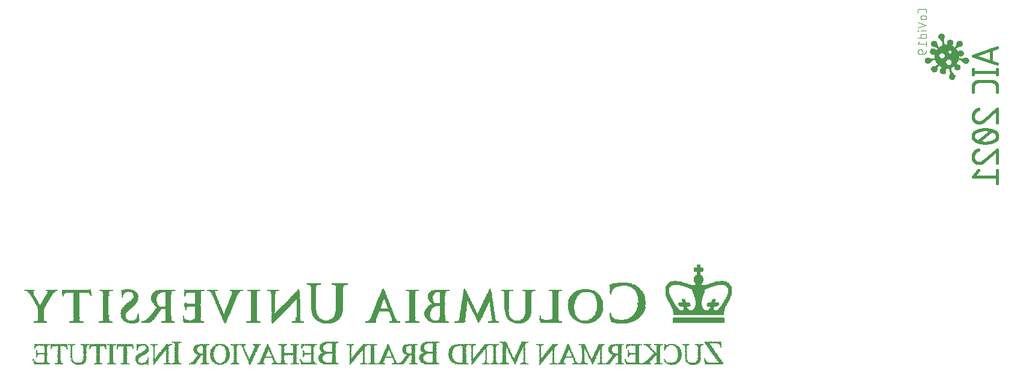
<source format=gbr>
G04 EAGLE Gerber RS-274X export*
G75*
%MOMM*%
%FSLAX34Y34*%
%LPD*%
%INSilkscreen Bottom*%
%IPPOS*%
%AMOC8*
5,1,8,0,0,1.08239X$1,22.5*%
G01*
%ADD10R,0.050800X0.050800*%
%ADD11R,0.101600X0.050800*%
%ADD12R,0.304800X0.050800*%
%ADD13R,0.203200X0.050800*%
%ADD14R,0.152400X0.050800*%
%ADD15R,0.355600X0.050800*%
%ADD16R,0.914400X0.050800*%
%ADD17R,0.812800X0.050800*%
%ADD18R,0.711200X0.050800*%
%ADD19R,0.762000X0.050800*%
%ADD20R,0.254000X0.050800*%
%ADD21R,2.540000X0.050800*%
%ADD22R,1.219200X0.050800*%
%ADD23R,1.117600X0.050800*%
%ADD24R,3.505200X0.050800*%
%ADD25R,1.727200X0.050800*%
%ADD26R,2.133600X0.050800*%
%ADD27R,1.016000X0.050800*%
%ADD28R,1.371600X0.050800*%
%ADD29R,0.965200X0.050800*%
%ADD30R,1.625600X0.050800*%
%ADD31R,2.032000X0.050800*%
%ADD32R,1.066800X0.050800*%
%ADD33R,1.168400X0.050800*%
%ADD34R,2.184400X0.050800*%
%ADD35R,2.590800X0.050800*%
%ADD36R,1.320800X0.050800*%
%ADD37R,0.660400X0.050800*%
%ADD38R,0.863600X0.050800*%
%ADD39R,1.676400X0.050800*%
%ADD40R,2.082800X0.050800*%
%ADD41R,1.981200X0.050800*%
%ADD42R,0.457200X0.050800*%
%ADD43R,0.508000X0.050800*%
%ADD44R,1.473200X0.050800*%
%ADD45R,1.524000X0.050800*%
%ADD46R,1.930400X0.050800*%
%ADD47R,0.558800X0.050800*%
%ADD48R,0.406400X0.050800*%
%ADD49R,0.609600X0.050800*%
%ADD50R,1.778000X0.050800*%
%ADD51R,1.574800X0.050800*%
%ADD52R,1.270000X0.050800*%
%ADD53R,1.879600X0.050800*%
%ADD54R,1.828800X0.050800*%
%ADD55R,2.286000X0.050800*%
%ADD56R,2.336800X0.050800*%
%ADD57R,2.387600X0.050800*%
%ADD58R,2.235200X0.050800*%
%ADD59R,1.422400X0.050800*%
%ADD60R,7.264400X0.050800*%
%ADD61R,2.438400X0.050800*%
%ADD62R,2.997200X0.050800*%
%ADD63R,2.844800X0.050800*%
%ADD64R,2.895600X0.050800*%
%ADD65R,3.048000X0.050800*%
%ADD66R,2.489200X0.050800*%
%ADD67R,2.946400X0.050800*%
%ADD68R,3.149600X0.050800*%
%ADD69R,2.692400X0.050800*%
%ADD70R,3.352800X0.050800*%
%ADD71R,2.743200X0.050800*%
%ADD72R,3.403600X0.050800*%
%ADD73R,2.794000X0.050800*%
%ADD74R,3.556000X0.050800*%
%ADD75R,2.641600X0.050800*%
%ADD76R,7.162800X0.050800*%
%ADD77R,7.061200X0.050800*%
%ADD78R,7.112000X0.050800*%
%ADD79R,7.213600X0.050800*%
%ADD80R,4.114800X0.050800*%
%ADD81R,4.064000X0.050800*%
%ADD82R,4.013200X0.050800*%
%ADD83R,3.200400X0.050800*%
%ADD84R,3.606800X0.050800*%
%ADD85R,3.810000X0.050800*%
%ADD86R,4.622800X0.050800*%
%ADD87R,4.724400X0.050800*%
%ADD88R,3.708400X0.050800*%
%ADD89R,3.302000X0.050800*%
%ADD90C,0.381000*%
%ADD91R,0.025400X0.254000*%
%ADD92R,0.025400X0.381000*%
%ADD93R,0.025400X0.457200*%
%ADD94R,0.025400X0.508000*%
%ADD95R,0.025400X0.558800*%
%ADD96R,0.025400X0.609600*%
%ADD97R,0.025400X0.635000*%
%ADD98R,0.025400X0.685800*%
%ADD99R,0.025400X0.736600*%
%ADD100R,0.025400X0.762000*%
%ADD101R,0.025400X0.812800*%
%ADD102R,0.025400X0.838200*%
%ADD103R,0.025400X0.863600*%
%ADD104R,0.025400X0.787400*%
%ADD105R,0.025400X0.711200*%
%ADD106R,0.025400X0.584200*%
%ADD107R,0.025400X0.228600*%
%ADD108R,0.025400X0.355600*%
%ADD109R,0.025400X0.533400*%
%ADD110R,0.025400X0.431800*%
%ADD111R,0.025400X0.406400*%
%ADD112R,0.025400X0.203200*%
%ADD113R,0.025400X0.279400*%
%ADD114R,0.025400X0.330200*%
%ADD115R,0.025400X0.482600*%
%ADD116R,0.025400X0.660400*%
%ADD117R,0.025400X1.498600*%
%ADD118R,0.025400X0.889000*%
%ADD119R,0.025400X1.524000*%
%ADD120R,0.025400X1.574800*%
%ADD121R,0.025400X1.625600*%
%ADD122R,0.025400X1.701800*%
%ADD123R,0.025400X1.778000*%
%ADD124R,0.025400X1.854200*%
%ADD125R,0.025400X1.930400*%
%ADD126R,0.025400X1.981200*%
%ADD127R,0.025400X2.082800*%
%ADD128R,0.025400X2.133600*%
%ADD129R,0.025400X2.565400*%
%ADD130R,0.025400X2.921000*%
%ADD131R,0.025400X2.819400*%
%ADD132R,0.025400X2.768600*%
%ADD133R,0.025400X2.692400*%
%ADD134R,0.025400X0.076200*%
%ADD135R,0.025400X2.616200*%
%ADD136R,0.025400X2.590800*%
%ADD137R,0.025400X1.371600*%
%ADD138R,0.025400X1.066800*%
%ADD139R,0.025400X1.320800*%
%ADD140R,0.025400X1.041400*%
%ADD141R,0.025400X1.270000*%
%ADD142R,0.025400X0.990600*%
%ADD143R,0.025400X0.965200*%
%ADD144R,0.025400X1.244600*%
%ADD145R,0.025400X1.219200*%
%ADD146R,0.025400X0.939800*%
%ADD147R,0.025400X1.016000*%
%ADD148R,0.025400X1.295400*%
%ADD149R,0.025400X1.117600*%
%ADD150R,0.025400X2.184400*%
%ADD151R,0.025400X1.168400*%
%ADD152R,0.025400X2.235200*%
%ADD153R,0.025400X1.092200*%
%ADD154R,0.025400X1.346200*%
%ADD155R,0.025400X1.473200*%
%ADD156R,0.025400X2.260600*%
%ADD157R,0.025400X2.717800*%
%ADD158R,0.025400X2.286000*%
%ADD159R,0.025400X1.676400*%
%ADD160R,0.025400X2.311400*%
%ADD161R,0.025400X2.336800*%
%ADD162R,0.025400X1.447800*%
%ADD163R,0.025400X2.362200*%
%ADD164R,0.025400X2.387600*%
%ADD165R,0.025400X2.463800*%
%ADD166R,0.025400X4.064000*%
%ADD167R,0.025400X4.038600*%
%ADD168R,0.025400X3.987800*%
%ADD169R,0.025400X3.403600*%
%ADD170R,0.025400X3.378200*%
%ADD171R,0.025400X0.152400*%
%ADD172R,0.025400X2.209800*%
%ADD173R,0.025400X2.641600*%
%ADD174R,0.025400X2.667000*%
%ADD175R,0.025400X1.549400*%
%ADD176R,0.025400X0.914400*%
%ADD177R,0.025400X0.025400*%
%ADD178R,0.025400X2.006600*%
%ADD179R,0.025400X2.057400*%
%ADD180R,0.025400X2.108200*%
%ADD181R,0.025400X1.397000*%
%ADD182R,0.025400X1.193800*%
%ADD183R,0.025400X1.143000*%
%ADD184R,0.025400X3.073400*%
%ADD185R,0.025400X3.022600*%
%ADD186R,0.025400X2.971800*%
%ADD187R,0.025400X2.870200*%
%ADD188R,0.025400X2.794000*%
%ADD189R,0.025400X2.743200*%
%ADD190R,0.025400X2.946400*%
%ADD191R,0.025400X3.048000*%
%ADD192R,0.025400X3.124200*%
%ADD193R,0.025400X3.175000*%
%ADD194R,0.025400X3.225800*%
%ADD195R,0.025400X3.276600*%
%ADD196R,0.025400X2.895600*%
%ADD197R,0.025400X1.828800*%
%ADD198R,0.025400X1.752600*%
%ADD199R,0.025400X1.600200*%
%ADD200R,0.025400X0.304800*%
%ADD201R,0.025400X0.177800*%
%ADD202C,0.076200*%


D10*
X2661412Y364490D03*
D11*
X2660142Y364490D03*
X2658618Y364490D03*
D12*
X2656078Y364490D03*
D13*
X2631186Y364490D03*
D14*
X2628900Y364490D03*
D11*
X2627122Y364490D03*
D10*
X2625852Y364490D03*
D11*
X2442718Y364490D03*
D10*
X2175256Y364490D03*
X2034540Y364490D03*
D14*
X1994916Y364490D03*
D10*
X1993392Y364490D03*
X1992376Y364490D03*
X1991360Y364490D03*
X1990344Y364490D03*
X1899412Y364490D03*
D11*
X1891538Y364490D03*
D10*
X1884680Y364490D03*
D15*
X1882140Y364490D03*
D10*
X1879600Y364490D03*
X1796796Y364490D03*
D11*
X1795526Y364490D03*
D10*
X1794256Y364490D03*
D11*
X1792986Y364490D03*
D14*
X1791208Y364490D03*
D10*
X2700020Y364998D03*
D11*
X2698750Y364998D03*
D10*
X2697480Y364998D03*
X2696464Y364998D03*
X2694940Y364998D03*
X2693924Y364998D03*
X2692908Y364998D03*
D11*
X2691638Y364998D03*
D14*
X2689860Y364998D03*
X2687828Y364998D03*
D11*
X2686050Y364998D03*
D10*
X2684780Y364998D03*
D11*
X2683510Y364998D03*
X2681986Y364998D03*
X2680462Y364998D03*
X2678938Y364998D03*
D10*
X2677668Y364998D03*
D11*
X2676398Y364998D03*
D10*
X2663444Y364998D03*
D16*
X2658110Y364998D03*
D10*
X2633472Y364998D03*
D17*
X2628646Y364998D03*
D10*
X2623820Y364998D03*
X2614676Y364998D03*
X2613660Y364998D03*
X2612644Y364998D03*
X2611628Y364998D03*
D11*
X2610358Y364998D03*
D10*
X2609088Y364998D03*
X2608072Y364998D03*
X2606548Y364998D03*
D14*
X2604516Y364998D03*
D10*
X2597912Y364998D03*
X2596896Y364998D03*
D11*
X2595626Y364998D03*
D15*
X2592832Y364998D03*
D10*
X2590292Y364998D03*
X2589276Y364998D03*
X2588260Y364998D03*
X2586736Y364998D03*
X2585720Y364998D03*
X2584704Y364998D03*
D11*
X2583434Y364998D03*
X2581910Y364998D03*
X2580386Y364998D03*
D10*
X2579116Y364998D03*
X2578100Y364998D03*
X2577084Y364998D03*
X2576068Y364998D03*
X2575052Y364998D03*
X2574036Y364998D03*
X2573020Y364998D03*
X2572004Y364998D03*
X2570988Y364998D03*
X2569972Y364998D03*
X2568956Y364998D03*
X2567940Y364998D03*
D11*
X2566670Y364998D03*
X2565146Y364998D03*
D10*
X2560320Y364998D03*
X2559304Y364998D03*
D11*
X2558034Y364998D03*
D10*
X2556764Y364998D03*
D11*
X2555494Y364998D03*
X2553970Y364998D03*
D10*
X2552700Y364998D03*
X2551684Y364998D03*
D14*
X2549652Y364998D03*
D10*
X2540508Y364998D03*
X2539492Y364998D03*
D11*
X2538222Y364998D03*
D10*
X2536952Y364998D03*
D11*
X2535682Y364998D03*
D10*
X2534412Y364998D03*
X2533396Y364998D03*
X2532380Y364998D03*
X2531364Y364998D03*
D14*
X2529840Y364998D03*
D10*
X2528316Y364998D03*
X2527300Y364998D03*
X2525776Y364998D03*
X2516124Y364998D03*
X2509012Y364998D03*
D11*
X2507742Y364998D03*
D10*
X2506472Y364998D03*
X2505456Y364998D03*
D11*
X2504186Y364998D03*
D10*
X2502916Y364998D03*
X2501900Y364998D03*
X2500884Y364998D03*
X2497836Y364998D03*
X2496820Y364998D03*
X2495804Y364998D03*
X2494788Y364998D03*
D14*
X2493264Y364998D03*
D10*
X2491740Y364998D03*
X2489708Y364998D03*
X2488692Y364998D03*
X2478024Y364998D03*
X2477008Y364998D03*
X2475992Y364998D03*
X2474976Y364998D03*
X2473960Y364998D03*
X2472944Y364998D03*
X2471928Y364998D03*
X2470912Y364998D03*
X2469388Y364998D03*
X2468372Y364998D03*
X2466340Y364998D03*
D11*
X2465070Y364998D03*
D10*
X2463800Y364998D03*
D11*
X2462530Y364998D03*
D10*
X2461260Y364998D03*
X2460244Y364998D03*
X2459228Y364998D03*
X2458212Y364998D03*
X2457196Y364998D03*
D14*
X2442972Y364998D03*
D10*
X2426208Y364998D03*
X2425192Y364998D03*
X2424176Y364998D03*
D11*
X2422906Y364998D03*
X2421382Y364998D03*
D10*
X2420112Y364998D03*
X2417064Y364998D03*
D11*
X2415794Y364998D03*
D10*
X2398776Y364998D03*
X2397760Y364998D03*
X2396744Y364998D03*
X2395728Y364998D03*
X2394712Y364998D03*
D11*
X2393442Y364998D03*
D10*
X2392172Y364998D03*
D11*
X2390902Y364998D03*
D10*
X2389632Y364998D03*
X2388108Y364998D03*
X2387092Y364998D03*
X2384044Y364998D03*
X2383028Y364998D03*
X2382012Y364998D03*
X2380996Y364998D03*
X2379980Y364998D03*
D14*
X2378456Y364998D03*
D10*
X2376932Y364998D03*
X2375916Y364998D03*
X2374392Y364998D03*
D11*
X2370582Y364998D03*
D10*
X2369312Y364998D03*
X2368296Y364998D03*
X2367280Y364998D03*
X2366264Y364998D03*
X2365248Y364998D03*
X2363724Y364998D03*
X2362708Y364998D03*
D14*
X2347468Y364998D03*
D10*
X2341372Y364998D03*
D11*
X2339594Y364998D03*
X2338070Y364998D03*
X2336546Y364998D03*
D10*
X2335276Y364998D03*
D11*
X2334006Y364998D03*
D10*
X2332736Y364998D03*
X2331720Y364998D03*
X2330704Y364998D03*
X2329688Y364998D03*
X2328672Y364998D03*
X2327656Y364998D03*
D11*
X2326386Y364998D03*
D10*
X2300732Y364998D03*
X2299716Y364998D03*
X2298700Y364998D03*
D11*
X2297430Y364998D03*
D10*
X2296160Y364998D03*
D14*
X2294636Y364998D03*
D10*
X2293112Y364998D03*
D14*
X2291588Y364998D03*
D10*
X2290064Y364998D03*
X2289048Y364998D03*
X2288032Y364998D03*
X2287016Y364998D03*
X2286000Y364998D03*
X2284984Y364998D03*
X2283968Y364998D03*
X2282952Y364998D03*
D11*
X2281682Y364998D03*
X2269998Y364998D03*
D14*
X2268220Y364998D03*
D10*
X2266696Y364998D03*
X2265680Y364998D03*
D14*
X2264156Y364998D03*
D11*
X2262378Y364998D03*
D10*
X2261108Y364998D03*
D11*
X2259330Y364998D03*
D10*
X2250440Y364998D03*
D11*
X2248662Y364998D03*
D10*
X2247392Y364998D03*
X2245868Y364998D03*
X2243328Y364998D03*
X2241804Y364998D03*
X2240788Y364998D03*
X2239264Y364998D03*
X2237740Y364998D03*
X2236216Y364998D03*
X2235200Y364998D03*
X2224532Y364998D03*
X2223516Y364998D03*
X2222500Y364998D03*
X2221484Y364998D03*
X2220468Y364998D03*
X2219452Y364998D03*
D11*
X2218182Y364998D03*
D10*
X2216912Y364998D03*
X2215896Y364998D03*
D11*
X2214626Y364998D03*
D10*
X2212340Y364998D03*
X2211324Y364998D03*
D11*
X2210054Y364998D03*
X2208530Y364998D03*
D10*
X2207260Y364998D03*
D11*
X2205990Y364998D03*
D10*
X2204720Y364998D03*
X2203704Y364998D03*
X2202688Y364998D03*
X2201672Y364998D03*
D11*
X2198878Y364998D03*
D10*
X2197608Y364998D03*
X2196592Y364998D03*
X2195576Y364998D03*
X2194560Y364998D03*
X2193544Y364998D03*
X2192020Y364998D03*
D14*
X2175764Y364998D03*
D10*
X2159000Y364998D03*
D11*
X2157730Y364998D03*
D10*
X2156460Y364998D03*
D11*
X2155190Y364998D03*
D10*
X2153920Y364998D03*
X2152904Y364998D03*
X2151888Y364998D03*
X2150872Y364998D03*
X2149856Y364998D03*
X2148840Y364998D03*
X2147824Y364998D03*
X2146300Y364998D03*
X2144776Y364998D03*
X2143252Y364998D03*
X2142236Y364998D03*
D11*
X2140966Y364998D03*
D10*
X2139696Y364998D03*
X2128520Y364998D03*
X2127504Y364998D03*
X2126488Y364998D03*
X2125472Y364998D03*
X2124456Y364998D03*
X2123440Y364998D03*
X2122424Y364998D03*
X2121408Y364998D03*
X2120392Y364998D03*
X2118868Y364998D03*
X2117852Y364998D03*
X2116328Y364998D03*
X2115312Y364998D03*
X2114296Y364998D03*
X2113280Y364998D03*
X2112264Y364998D03*
X2111248Y364998D03*
X2110232Y364998D03*
X2109216Y364998D03*
X2108200Y364998D03*
X2107184Y364998D03*
X2103120Y364998D03*
X2102104Y364998D03*
X2101088Y364998D03*
D11*
X2099818Y364998D03*
D10*
X2098548Y364998D03*
X2097532Y364998D03*
X2096516Y364998D03*
X2095500Y364998D03*
X2094484Y364998D03*
X2093468Y364998D03*
X2092452Y364998D03*
X2086356Y364998D03*
X2085340Y364998D03*
D11*
X2084070Y364998D03*
D13*
X2082038Y364998D03*
D10*
X2080260Y364998D03*
X2079244Y364998D03*
X2077212Y364998D03*
X2075180Y364998D03*
X2073656Y364998D03*
X2072640Y364998D03*
X2071624Y364998D03*
X2070608Y364998D03*
X2069592Y364998D03*
X2067052Y364998D03*
X2066036Y364998D03*
X2054860Y364998D03*
X2053844Y364998D03*
X2052828Y364998D03*
D14*
X2051304Y364998D03*
X2049272Y364998D03*
D11*
X2047494Y364998D03*
D10*
X2046224Y364998D03*
X2045208Y364998D03*
D14*
X2035048Y364998D03*
X2018792Y364998D03*
D10*
X2017268Y364998D03*
D11*
X2015998Y364998D03*
X2014474Y364998D03*
X2012950Y364998D03*
D10*
X2011680Y364998D03*
X2010664Y364998D03*
X2009648Y364998D03*
D11*
X2008378Y364998D03*
D10*
X1996948Y364998D03*
D18*
X1992630Y364998D03*
D10*
X1988312Y364998D03*
X1976628Y364998D03*
D11*
X1975358Y364998D03*
D10*
X1974088Y364998D03*
X1973072Y364998D03*
X1972056Y364998D03*
X1971040Y364998D03*
X1970024Y364998D03*
D11*
X1968754Y364998D03*
D10*
X1967484Y364998D03*
X1966468Y364998D03*
X1965452Y364998D03*
D11*
X1956562Y364998D03*
X1955038Y364998D03*
D10*
X1953768Y364998D03*
D13*
X1951990Y364998D03*
D11*
X1949958Y364998D03*
D14*
X1937512Y364998D03*
D11*
X1935734Y364998D03*
D10*
X1934464Y364998D03*
X1933448Y364998D03*
D14*
X1931924Y364998D03*
D10*
X1930400Y364998D03*
X1929384Y364998D03*
X1928368Y364998D03*
X1927352Y364998D03*
X1926336Y364998D03*
X1924812Y364998D03*
X1922272Y364998D03*
X1921256Y364998D03*
D11*
X1919986Y364998D03*
D10*
X1918716Y364998D03*
X1917700Y364998D03*
X1916176Y364998D03*
D11*
X1914398Y364998D03*
X1899158Y364998D03*
D14*
X1891284Y364998D03*
D10*
X1886712Y364998D03*
D19*
X1882140Y364998D03*
D10*
X1864868Y364998D03*
X1863852Y364998D03*
X1862836Y364998D03*
X1861820Y364998D03*
X1860804Y364998D03*
D11*
X1859534Y364998D03*
D20*
X1857248Y364998D03*
D10*
X1855216Y364998D03*
X1854200Y364998D03*
X1845564Y364998D03*
D11*
X1844294Y364998D03*
D10*
X1843024Y364998D03*
D15*
X1840484Y364998D03*
D11*
X1837690Y364998D03*
D10*
X1836420Y364998D03*
X1835404Y364998D03*
X1834388Y364998D03*
D13*
X1825498Y364998D03*
D14*
X1823212Y364998D03*
D10*
X1821688Y364998D03*
X1820672Y364998D03*
X1819656Y364998D03*
X1818640Y364998D03*
X1817116Y364998D03*
D11*
X1815846Y364998D03*
X1798574Y364998D03*
D17*
X1793494Y364998D03*
D10*
X1770888Y364998D03*
X1769872Y364998D03*
X1768856Y364998D03*
X1767840Y364998D03*
X1766824Y364998D03*
X1765808Y364998D03*
X1764792Y364998D03*
X1763776Y364998D03*
X1762252Y364998D03*
D11*
X1760982Y364998D03*
D10*
X1752092Y364998D03*
X1751076Y364998D03*
X1750060Y364998D03*
X1749044Y364998D03*
X1748028Y364998D03*
X1747012Y364998D03*
X1745996Y364998D03*
X1744980Y364998D03*
X1743456Y364998D03*
X1741932Y364998D03*
X1740916Y364998D03*
X1739392Y364998D03*
X1738376Y364998D03*
X1737360Y364998D03*
X1736344Y364998D03*
X1735328Y364998D03*
X1734312Y364998D03*
X1733296Y364998D03*
X1732280Y364998D03*
D21*
X2687574Y365506D03*
D22*
X2658110Y365506D03*
D10*
X2634996Y365506D03*
D23*
X2628646Y365506D03*
D10*
X2622296Y365506D03*
D23*
X2609342Y365506D03*
D24*
X2581148Y365506D03*
D22*
X2554986Y365506D03*
D25*
X2532126Y365506D03*
D14*
X2516632Y365506D03*
D26*
X2499106Y365506D03*
D23*
X2473198Y365506D03*
D27*
X2462022Y365506D03*
D20*
X2442972Y365506D03*
D23*
X2420874Y365506D03*
D14*
X2407412Y365506D03*
D28*
X2392680Y365506D03*
D22*
X2378710Y365506D03*
D29*
X2366772Y365506D03*
D13*
X2347214Y365506D03*
D30*
X2334006Y365506D03*
D10*
X2325116Y365506D03*
X2323592Y365506D03*
D31*
X2291334Y365506D03*
D10*
X2280412Y365506D03*
D22*
X2264918Y365506D03*
D30*
X2242566Y365506D03*
D32*
X2219452Y365506D03*
D33*
X2207260Y365506D03*
D27*
X2195322Y365506D03*
D14*
X2175764Y365506D03*
D31*
X2149602Y365506D03*
D10*
X2138680Y365506D03*
D34*
X2117852Y365506D03*
D33*
X2097532Y365506D03*
D26*
X2076450Y365506D03*
D32*
X2050288Y365506D03*
D10*
X2036572Y365506D03*
D13*
X2034794Y365506D03*
D22*
X2013966Y365506D03*
D29*
X1992884Y365506D03*
D10*
X1987296Y365506D03*
D22*
X1971294Y365506D03*
D17*
X1953514Y365506D03*
D28*
X1931416Y365506D03*
D29*
X1918716Y365506D03*
D11*
X1899666Y365506D03*
D13*
X1891030Y365506D03*
D11*
X1888998Y365506D03*
D32*
X1882648Y365506D03*
D33*
X1859280Y365506D03*
D22*
X1840230Y365506D03*
D33*
X1821180Y365506D03*
D10*
X1800352Y365506D03*
D33*
X1793748Y365506D03*
X1766316Y365506D03*
D34*
X1742440Y365506D03*
D35*
X2687828Y366014D03*
D28*
X2658364Y366014D03*
D36*
X2628646Y366014D03*
D10*
X2621280Y366014D03*
D13*
X2614422Y366014D03*
D16*
X2608326Y366014D03*
D24*
X2581148Y366014D03*
D11*
X2559558Y366014D03*
D18*
X2554986Y366014D03*
D13*
X2549906Y366014D03*
D37*
X2537968Y366014D03*
D13*
X2533142Y366014D03*
D17*
X2527554Y366014D03*
D13*
X2516886Y366014D03*
D36*
X2503170Y366014D03*
D19*
X2492248Y366014D03*
D32*
X2473452Y366014D03*
D11*
X2466594Y366014D03*
D38*
X2461260Y366014D03*
D20*
X2443480Y366014D03*
D13*
X2425446Y366014D03*
D38*
X2419604Y366014D03*
D13*
X2407666Y366014D03*
D28*
X2392680Y366014D03*
D22*
X2378710Y366014D03*
D14*
X2370836Y366014D03*
D19*
X2365756Y366014D03*
D20*
X2347468Y366014D03*
D10*
X2341880Y366014D03*
X2340864Y366014D03*
D39*
X2331720Y366014D03*
D10*
X2300732Y366014D03*
D40*
X2289556Y366014D03*
D10*
X2270760Y366014D03*
X2269744Y366014D03*
D27*
X2263902Y366014D03*
D30*
X2243074Y366014D03*
D11*
X2224278Y366014D03*
D18*
X2219706Y366014D03*
D11*
X2215134Y366014D03*
D13*
X2213102Y366014D03*
D38*
X2207260Y366014D03*
D11*
X2201926Y366014D03*
D10*
X2199640Y366014D03*
D11*
X2198370Y366014D03*
D19*
X2193544Y366014D03*
D13*
X2176018Y366014D03*
D10*
X2159000Y366014D03*
D11*
X2157730Y366014D03*
D41*
X2146808Y366014D03*
D10*
X2128012Y366014D03*
D40*
X2116836Y366014D03*
D13*
X2102866Y366014D03*
D18*
X2097786Y366014D03*
D14*
X2092960Y366014D03*
D10*
X2086864Y366014D03*
X2085848Y366014D03*
D23*
X2079498Y366014D03*
D19*
X2069592Y366014D03*
D32*
X2050288Y366014D03*
D12*
X2034794Y366014D03*
D10*
X2019300Y366014D03*
X2018284Y366014D03*
D19*
X2013712Y366014D03*
D14*
X2008632Y366014D03*
D42*
X1996440Y366014D03*
D19*
X1989836Y366014D03*
D29*
X1972564Y366014D03*
D14*
X1966468Y366014D03*
D18*
X1954530Y366014D03*
D11*
X1949958Y366014D03*
D13*
X1937258Y366014D03*
D23*
X1930146Y366014D03*
D29*
X1918716Y366014D03*
D13*
X1899666Y366014D03*
D16*
X1887474Y366014D03*
D43*
X1879854Y366014D03*
D10*
X1876552Y366014D03*
D14*
X1864360Y366014D03*
D18*
X1859534Y366014D03*
D11*
X1854962Y366014D03*
X1853438Y366014D03*
D10*
X1845564Y366014D03*
D11*
X1844294Y366014D03*
D17*
X1839214Y366014D03*
D10*
X1834388Y366014D03*
X1826768Y366014D03*
D11*
X1825498Y366014D03*
D16*
X1819910Y366014D03*
D28*
X1793748Y366014D03*
D22*
X1766062Y366014D03*
D34*
X1742440Y366014D03*
D21*
X2687574Y366522D03*
D44*
X2658364Y366522D03*
D45*
X2628646Y366522D03*
D18*
X2609342Y366522D03*
D27*
X2592070Y366522D03*
D46*
X2573274Y366522D03*
D18*
X2554986Y366522D03*
X2538730Y366522D03*
D42*
X2528824Y366522D03*
D20*
X2516632Y366522D03*
D18*
X2503678Y366522D03*
D47*
X2493264Y366522D03*
D19*
X2472944Y366522D03*
D48*
X2462022Y366522D03*
D13*
X2443226Y366522D03*
D49*
X2420874Y366522D03*
D20*
X2407412Y366522D03*
D17*
X2392934Y366522D03*
D18*
X2378710Y366522D03*
D43*
X2367026Y366522D03*
D12*
X2348230Y366522D03*
D50*
X2330704Y366522D03*
D26*
X2288286Y366522D03*
D49*
X2264410Y366522D03*
D19*
X2248408Y366522D03*
D43*
X2239518Y366522D03*
D19*
X2219452Y366522D03*
D37*
X2207260Y366522D03*
D42*
X2195068Y366522D03*
D12*
X2176526Y366522D03*
D26*
X2146046Y366522D03*
D41*
X2116328Y366522D03*
D18*
X2097786Y366522D03*
X2081022Y366522D03*
D49*
X2070354Y366522D03*
D18*
X2050542Y366522D03*
D20*
X2035048Y366522D03*
D19*
X2013712Y366522D03*
D43*
X1997202Y366522D03*
X1988058Y366522D03*
D37*
X1971040Y366522D03*
D18*
X1954530Y366522D03*
D38*
X1931416Y366522D03*
D43*
X1918970Y366522D03*
D13*
X1900174Y366522D03*
D17*
X1887982Y366522D03*
D43*
X1878838Y366522D03*
D18*
X1859534Y366522D03*
D37*
X1839976Y366522D03*
D18*
X1820926Y366522D03*
D45*
X1794002Y366522D03*
D37*
X1766824Y366522D03*
D31*
X1741170Y366522D03*
D35*
X2687828Y367030D03*
D37*
X2663444Y367030D03*
D48*
X2652014Y367030D03*
D18*
X2633726Y367030D03*
D48*
X2622042Y367030D03*
D47*
X2609596Y367030D03*
D38*
X2592832Y367030D03*
D49*
X2579370Y367030D03*
D42*
X2565908Y367030D03*
D49*
X2554986Y367030D03*
X2539238Y367030D03*
D12*
X2528570Y367030D03*
D20*
X2517140Y367030D03*
D43*
X2503678Y367030D03*
D15*
X2493264Y367030D03*
D47*
X2472944Y367030D03*
D15*
X2462276Y367030D03*
D12*
X2443734Y367030D03*
D42*
X2421128Y367030D03*
D12*
X2407666Y367030D03*
D18*
X2392934Y367030D03*
D49*
X2379218Y367030D03*
D42*
X2366772Y367030D03*
D12*
X2348230Y367030D03*
D47*
X2335784Y367030D03*
D37*
X2324100Y367030D03*
D38*
X2293112Y367030D03*
D16*
X2281174Y367030D03*
D43*
X2264918Y367030D03*
D47*
X2248916Y367030D03*
D48*
X2239518Y367030D03*
D49*
X2219706Y367030D03*
D43*
X2207514Y367030D03*
D12*
X2195322Y367030D03*
X2176526Y367030D03*
D38*
X2151888Y367030D03*
D17*
X2138934Y367030D03*
D47*
X2122424Y367030D03*
D42*
X2108708Y367030D03*
D49*
X2097786Y367030D03*
D43*
X2081022Y367030D03*
D48*
X2070354Y367030D03*
D49*
X2050542Y367030D03*
D12*
X2034794Y367030D03*
D43*
X2013966Y367030D03*
D42*
X1998472Y367030D03*
X1986788Y367030D03*
D47*
X1971040Y367030D03*
D49*
X1955546Y367030D03*
D37*
X1931416Y367030D03*
D15*
X1918208Y367030D03*
X1900428Y367030D03*
D47*
X1889252Y367030D03*
D42*
X1877568Y367030D03*
D47*
X1859280Y367030D03*
X1839976Y367030D03*
D43*
X1820926Y367030D03*
D49*
X1799082Y367030D03*
D42*
X1787652Y367030D03*
D47*
X1766316Y367030D03*
X1747012Y367030D03*
D42*
X1733296Y367030D03*
D49*
X2697226Y367538D03*
D43*
X2677414Y367538D03*
X2664206Y367538D03*
D48*
X2651506Y367538D03*
D49*
X2634234Y367538D03*
D20*
X2621280Y367538D03*
D43*
X2609342Y367538D03*
D18*
X2593086Y367538D03*
D42*
X2579624Y367538D03*
D12*
X2564638Y367538D03*
D42*
X2554732Y367538D03*
D43*
X2539746Y367538D03*
D20*
X2528824Y367538D03*
D15*
X2516632Y367538D03*
D43*
X2503678Y367538D03*
D12*
X2493010Y367538D03*
D47*
X2473452Y367538D03*
D20*
X2461768Y367538D03*
D15*
X2443988Y367538D03*
D12*
X2420874Y367538D03*
D15*
X2407412Y367538D03*
D47*
X2392680Y367538D03*
D43*
X2378710Y367538D03*
D20*
X2366772Y367538D03*
D48*
X2348230Y367538D03*
D43*
X2336038Y367538D03*
D49*
X2322830Y367538D03*
D37*
X2294636Y367538D03*
D17*
X2279650Y367538D03*
D43*
X2264918Y367538D03*
D47*
X2249424Y367538D03*
D12*
X2239518Y367538D03*
D47*
X2219960Y367538D03*
D43*
X2207514Y367538D03*
D20*
X2195068Y367538D03*
D15*
X2176780Y367538D03*
D49*
X2152650Y367538D03*
D18*
X2137918Y367538D03*
D43*
X2122678Y367538D03*
D15*
X2108200Y367538D03*
D42*
X2097532Y367538D03*
X2081276Y367538D03*
D12*
X2070354Y367538D03*
D47*
X2050796Y367538D03*
D48*
X2035302Y367538D03*
D42*
X2014220Y367538D03*
X1998980Y367538D03*
X1985772Y367538D03*
D43*
X1971294Y367538D03*
D49*
X1956054Y367538D03*
X1931670Y367538D03*
D20*
X1918716Y367538D03*
D12*
X1900682Y367538D03*
D42*
X1889760Y367538D03*
D48*
X1876806Y367538D03*
D43*
X1859026Y367538D03*
X1840230Y367538D03*
X1820926Y367538D03*
X1800098Y367538D03*
D48*
X1786890Y367538D03*
D43*
X1766062Y367538D03*
X1747266Y367538D03*
D15*
X1732788Y367538D03*
D47*
X2696464Y368046D03*
D15*
X2676652Y368046D03*
D42*
X2664968Y368046D03*
D15*
X2650744Y368046D03*
D47*
X2634996Y368046D03*
D20*
X2620264Y368046D03*
D42*
X2609596Y368046D03*
D37*
X2593848Y368046D03*
D42*
X2579624Y368046D03*
D12*
X2564638Y368046D03*
D42*
X2555240Y368046D03*
D43*
X2540254Y368046D03*
D13*
X2528570Y368046D03*
D48*
X2516886Y368046D03*
D43*
X2503678Y368046D03*
D12*
X2493010Y368046D03*
D42*
X2473452Y368046D03*
D20*
X2462276Y368046D03*
D48*
X2444242Y368046D03*
D12*
X2420874Y368046D03*
D48*
X2407666Y368046D03*
D49*
X2392934Y368046D03*
D48*
X2379218Y368046D03*
D12*
X2366518Y368046D03*
D43*
X2348738Y368046D03*
D42*
X2336292Y368046D03*
D49*
X2321814Y368046D03*
D42*
X2294636Y368046D03*
D49*
X2278634Y368046D03*
D43*
X2264410Y368046D03*
D49*
X2250186Y368046D03*
D20*
X2239264Y368046D03*
D43*
X2220214Y368046D03*
X2207006Y368046D03*
D13*
X2195322Y368046D03*
D48*
X2177034Y368046D03*
D47*
X2152904Y368046D03*
D18*
X2136902Y368046D03*
D42*
X2122932Y368046D03*
D15*
X2107184Y368046D03*
D43*
X2097786Y368046D03*
D42*
X2081276Y368046D03*
D12*
X2069846Y368046D03*
D43*
X2051050Y368046D03*
D48*
X2034794Y368046D03*
D42*
X2014220Y368046D03*
X1999488Y368046D03*
X1985772Y368046D03*
D10*
X1974088Y368046D03*
D42*
X1971040Y368046D03*
D43*
X1957070Y368046D03*
X1931670Y368046D03*
D12*
X1918462Y368046D03*
D15*
X1900428Y368046D03*
D48*
X1890014Y368046D03*
D15*
X1876552Y368046D03*
D43*
X1859534Y368046D03*
D42*
X1839976Y368046D03*
X1821180Y368046D03*
D43*
X1800606Y368046D03*
D12*
X1786382Y368046D03*
D42*
X1766316Y368046D03*
D43*
X1747266Y368046D03*
D20*
X1731772Y368046D03*
D47*
X2696464Y368554D03*
D15*
X2676144Y368554D03*
D42*
X2665476Y368554D03*
D20*
X2650236Y368554D03*
D43*
X2636266Y368554D03*
D10*
X2632964Y368554D03*
D20*
X2619756Y368554D03*
D48*
X2609342Y368554D03*
D49*
X2594102Y368554D03*
D42*
X2579624Y368554D03*
D20*
X2564384Y368554D03*
D42*
X2554732Y368554D03*
D43*
X2540762Y368554D03*
D20*
X2528824Y368554D03*
D42*
X2516632Y368554D03*
D43*
X2503678Y368554D03*
D20*
X2492756Y368554D03*
D43*
X2473706Y368554D03*
D20*
X2462276Y368554D03*
D42*
X2444496Y368554D03*
D13*
X2420874Y368554D03*
D48*
X2407666Y368554D03*
D43*
X2392426Y368554D03*
D42*
X2378964Y368554D03*
D20*
X2366772Y368554D03*
D48*
X2348738Y368554D03*
D42*
X2336292Y368554D03*
D47*
X2321560Y368554D03*
X2294636Y368554D03*
D49*
X2278126Y368554D03*
D42*
X2264664Y368554D03*
D43*
X2250186Y368554D03*
D20*
X2239264Y368554D03*
D43*
X2220214Y368554D03*
D42*
X2207260Y368554D03*
D20*
X2195068Y368554D03*
D42*
X2177288Y368554D03*
D43*
X2153158Y368554D03*
D37*
X2136648Y368554D03*
D42*
X2122932Y368554D03*
D13*
X2106930Y368554D03*
D48*
X2097786Y368554D03*
D42*
X2081276Y368554D03*
D20*
X2070100Y368554D03*
D43*
X2051050Y368554D03*
D42*
X2035556Y368554D03*
D48*
X2013966Y368554D03*
D42*
X1999996Y368554D03*
X1984756Y368554D03*
X1971040Y368554D03*
X1957324Y368554D03*
D43*
X1932178Y368554D03*
D20*
X1918716Y368554D03*
D15*
X1900936Y368554D03*
X1890268Y368554D03*
D48*
X1876298Y368554D03*
D42*
X1859280Y368554D03*
X1839976Y368554D03*
D48*
X1820926Y368554D03*
D42*
X1800860Y368554D03*
D12*
X1785874Y368554D03*
D43*
X1766570Y368554D03*
D42*
X1747520Y368554D03*
D20*
X1731772Y368554D03*
D47*
X2695956Y369062D03*
D15*
X2675636Y369062D03*
D42*
X2665476Y369062D03*
D20*
X2649728Y369062D03*
D43*
X2636266Y369062D03*
D14*
X2619756Y369062D03*
D42*
X2609596Y369062D03*
D37*
X2594864Y369062D03*
D42*
X2579624Y369062D03*
D20*
X2563876Y369062D03*
D42*
X2555240Y369062D03*
D43*
X2541270Y369062D03*
D13*
X2528570Y369062D03*
D43*
X2516886Y369062D03*
D48*
X2503678Y369062D03*
D20*
X2492248Y369062D03*
D42*
X2474468Y369062D03*
D13*
X2462022Y369062D03*
D42*
X2444496Y369062D03*
D20*
X2421128Y369062D03*
D42*
X2407920Y369062D03*
D10*
X2404872Y369062D03*
D43*
X2392934Y369062D03*
D48*
X2378710Y369062D03*
D13*
X2366518Y369062D03*
D47*
X2348992Y369062D03*
D42*
X2336292Y369062D03*
D10*
X2323592Y369062D03*
D43*
X2320290Y369062D03*
X2294382Y369062D03*
D37*
X2277872Y369062D03*
D42*
X2264156Y369062D03*
D47*
X2250948Y369062D03*
D20*
X2238756Y369062D03*
D42*
X2220468Y369062D03*
X2207260Y369062D03*
D13*
X2195322Y369062D03*
D42*
X2177796Y369062D03*
X2152904Y369062D03*
D47*
X2135632Y369062D03*
D48*
X2122678Y369062D03*
D13*
X2106930Y369062D03*
D43*
X2097786Y369062D03*
D42*
X2080768Y369062D03*
D12*
X2069846Y369062D03*
D42*
X2051304Y369062D03*
X2035048Y369062D03*
D48*
X2013458Y369062D03*
D42*
X2001012Y369062D03*
X1984756Y369062D03*
X1971040Y369062D03*
D43*
X1957578Y369062D03*
X1931670Y369062D03*
D15*
X1918716Y369062D03*
D42*
X1900936Y369062D03*
D12*
X1890522Y369062D03*
D15*
X1876044Y369062D03*
D48*
X1859534Y369062D03*
D42*
X1839976Y369062D03*
D43*
X1820926Y369062D03*
D42*
X1801368Y369062D03*
D20*
X1785112Y369062D03*
D42*
X1766824Y369062D03*
D48*
X1747266Y369062D03*
D13*
X1731518Y369062D03*
D47*
X2695448Y369570D03*
D13*
X2675382Y369570D03*
D43*
X2665730Y369570D03*
D12*
X2649474Y369570D03*
D47*
X2637028Y369570D03*
D13*
X2618994Y369570D03*
D43*
X2609342Y369570D03*
D49*
X2595118Y369570D03*
D42*
X2579624Y369570D03*
D14*
X2563368Y369570D03*
D43*
X2554986Y369570D03*
X2541778Y369570D03*
D20*
X2528824Y369570D03*
D47*
X2516632Y369570D03*
D48*
X2503678Y369570D03*
D20*
X2492248Y369570D03*
D43*
X2474214Y369570D03*
D20*
X2462276Y369570D03*
D43*
X2444750Y369570D03*
D13*
X2420874Y369570D03*
D47*
X2407412Y369570D03*
D42*
X2392680Y369570D03*
D48*
X2378710Y369570D03*
D13*
X2366518Y369570D03*
D43*
X2349246Y369570D03*
X2336038Y369570D03*
D42*
X2320036Y369570D03*
D47*
X2294636Y369570D03*
D49*
X2277110Y369570D03*
D42*
X2264664Y369570D03*
D43*
X2251202Y369570D03*
D12*
X2238502Y369570D03*
D48*
X2220722Y369570D03*
D42*
X2207260Y369570D03*
D20*
X2195068Y369570D03*
D47*
X2177796Y369570D03*
D43*
X2152650Y369570D03*
D49*
X2135378Y369570D03*
D48*
X2122678Y369570D03*
D14*
X2106168Y369570D03*
D42*
X2097532Y369570D03*
D48*
X2081022Y369570D03*
D13*
X2069338Y369570D03*
D43*
X2051558Y369570D03*
D47*
X2035048Y369570D03*
D48*
X2013966Y369570D03*
D43*
X2001266Y369570D03*
D42*
X1983740Y369570D03*
X1971040Y369570D03*
D43*
X1958086Y369570D03*
D42*
X1931416Y369570D03*
D20*
X1918716Y369570D03*
D42*
X1901444Y369570D03*
D20*
X1890776Y369570D03*
D48*
X1875790Y369570D03*
D42*
X1859280Y369570D03*
X1839976Y369570D03*
X1821180Y369570D03*
X1801368Y369570D03*
D20*
X1785112Y369570D03*
D48*
X1766062Y369570D03*
X1747266Y369570D03*
D13*
X1731010Y369570D03*
D47*
X2695448Y370078D03*
D13*
X2675382Y370078D03*
D43*
X2666238Y370078D03*
D13*
X2648966Y370078D03*
D43*
X2637282Y370078D03*
D14*
X2618740Y370078D03*
D42*
X2609596Y370078D03*
D47*
X2595880Y370078D03*
D42*
X2579624Y370078D03*
D13*
X2563114Y370078D03*
D42*
X2555240Y370078D03*
D43*
X2541778Y370078D03*
D20*
X2528824Y370078D03*
D49*
X2516886Y370078D03*
D48*
X2503678Y370078D03*
D20*
X2491740Y370078D03*
D43*
X2474214Y370078D03*
D20*
X2462276Y370078D03*
D47*
X2445004Y370078D03*
D13*
X2420874Y370078D03*
D47*
X2407412Y370078D03*
D48*
X2392934Y370078D03*
X2378710Y370078D03*
D14*
X2366772Y370078D03*
D49*
X2349246Y370078D03*
D42*
X2336292Y370078D03*
D47*
X2319528Y370078D03*
D43*
X2294382Y370078D03*
D47*
X2276856Y370078D03*
D42*
X2264664Y370078D03*
D43*
X2251710Y370078D03*
D10*
X2239772Y370078D03*
D13*
X2237994Y370078D03*
D42*
X2220976Y370078D03*
X2207260Y370078D03*
D20*
X2195068Y370078D03*
D47*
X2177796Y370078D03*
D42*
X2152904Y370078D03*
D47*
X2135124Y370078D03*
D48*
X2122678Y370078D03*
D14*
X2106168Y370078D03*
D48*
X2097786Y370078D03*
X2081022Y370078D03*
D20*
X2069084Y370078D03*
D47*
X2051812Y370078D03*
X2035048Y370078D03*
D42*
X2013712Y370078D03*
X2001520Y370078D03*
X1983740Y370078D03*
X1971040Y370078D03*
D43*
X1958594Y370078D03*
D42*
X1931416Y370078D03*
D12*
X1918462Y370078D03*
D47*
X1901444Y370078D03*
D20*
X1890776Y370078D03*
D48*
X1875790Y370078D03*
D42*
X1859280Y370078D03*
X1839976Y370078D03*
X1821180Y370078D03*
X1801368Y370078D03*
D12*
X1784858Y370078D03*
D42*
X1766316Y370078D03*
D48*
X1747266Y370078D03*
D20*
X1730756Y370078D03*
D49*
X2694686Y370586D03*
D13*
X2674874Y370586D03*
D48*
X2666238Y370586D03*
D12*
X2648966Y370586D03*
D47*
X2637536Y370586D03*
D14*
X2618232Y370586D03*
D48*
X2609342Y370586D03*
D47*
X2596388Y370586D03*
D42*
X2579624Y370586D03*
D13*
X2563114Y370586D03*
D48*
X2554986Y370586D03*
D43*
X2542286Y370586D03*
D13*
X2528570Y370586D03*
D37*
X2516632Y370586D03*
D48*
X2503678Y370586D03*
D20*
X2491740Y370586D03*
D48*
X2474722Y370586D03*
D13*
X2462022Y370586D03*
D37*
X2445004Y370586D03*
D20*
X2421128Y370586D03*
D49*
X2407666Y370586D03*
D42*
X2392680Y370586D03*
X2378964Y370586D03*
D20*
X2366772Y370586D03*
D49*
X2349754Y370586D03*
D42*
X2335784Y370586D03*
D43*
X2319274Y370586D03*
X2294890Y370586D03*
D47*
X2276348Y370586D03*
D42*
X2264156Y370586D03*
D47*
X2252472Y370586D03*
D20*
X2238248Y370586D03*
D43*
X2221230Y370586D03*
D42*
X2207260Y370586D03*
D13*
X2195322Y370586D03*
D49*
X2178050Y370586D03*
D42*
X2152396Y370586D03*
D47*
X2134616Y370586D03*
D48*
X2122678Y370586D03*
D13*
X2105914Y370586D03*
D43*
X2097786Y370586D03*
D42*
X2080768Y370586D03*
D20*
X2069084Y370586D03*
D42*
X2051812Y370586D03*
D37*
X2035048Y370586D03*
D48*
X2013966Y370586D03*
D42*
X2001520Y370586D03*
D48*
X1983486Y370586D03*
D42*
X1971040Y370586D03*
D43*
X1958594Y370586D03*
D42*
X1931924Y370586D03*
D12*
X1918970Y370586D03*
D47*
X1901952Y370586D03*
D13*
X1891030Y370586D03*
D15*
X1875536Y370586D03*
D42*
X1859280Y370586D03*
X1839976Y370586D03*
X1820672Y370586D03*
X1801876Y370586D03*
D20*
X1784604Y370586D03*
D15*
X1766316Y370586D03*
D48*
X1747266Y370586D03*
D13*
X1730502Y370586D03*
D49*
X2694686Y371094D03*
D14*
X2675128Y371094D03*
D48*
X2666746Y371094D03*
D13*
X2648966Y371094D03*
D43*
X2637790Y371094D03*
D11*
X2617978Y371094D03*
D43*
X2609342Y371094D03*
D49*
X2597150Y371094D03*
D42*
X2579624Y371094D03*
D14*
X2562860Y371094D03*
D43*
X2554986Y371094D03*
X2542794Y371094D03*
D13*
X2528570Y371094D03*
D37*
X2516632Y371094D03*
D48*
X2503678Y371094D03*
D20*
X2491232Y371094D03*
D42*
X2474976Y371094D03*
D20*
X2462276Y371094D03*
D49*
X2445258Y371094D03*
D13*
X2420874Y371094D03*
D37*
X2407412Y371094D03*
D43*
X2392934Y371094D03*
D48*
X2378710Y371094D03*
D14*
X2366772Y371094D03*
D37*
X2349500Y371094D03*
D42*
X2336292Y371094D03*
D47*
X2318512Y371094D03*
D43*
X2294382Y371094D03*
D47*
X2276856Y371094D03*
D42*
X2264664Y371094D03*
D43*
X2252726Y371094D03*
D13*
X2237994Y371094D03*
D43*
X2221230Y371094D03*
D42*
X2207260Y371094D03*
D20*
X2195068Y371094D03*
D37*
X2178304Y371094D03*
D42*
X2152904Y371094D03*
D49*
X2134362Y371094D03*
D48*
X2122678Y371094D03*
D11*
X2105914Y371094D03*
D48*
X2097786Y371094D03*
D15*
X2080768Y371094D03*
D20*
X2068576Y371094D03*
D42*
X2051812Y371094D03*
D18*
X2035302Y371094D03*
D15*
X2013712Y371094D03*
D42*
X2002028Y371094D03*
X1982724Y371094D03*
X1971040Y371094D03*
X1959356Y371094D03*
X1931416Y371094D03*
D12*
X1918462Y371094D03*
D49*
X1901698Y371094D03*
D14*
X1891284Y371094D03*
D42*
X1875536Y371094D03*
X1859280Y371094D03*
X1839976Y371094D03*
X1821180Y371094D03*
D48*
X1802130Y371094D03*
D20*
X1784096Y371094D03*
D48*
X1766062Y371094D03*
X1747266Y371094D03*
D13*
X1729994Y371094D03*
D47*
X2693924Y371602D03*
D11*
X2674874Y371602D03*
D42*
X2666492Y371602D03*
D14*
X2648712Y371602D03*
D42*
X2638044Y371602D03*
D14*
X2617724Y371602D03*
D42*
X2609596Y371602D03*
D47*
X2597404Y371602D03*
D42*
X2579624Y371602D03*
D14*
X2562352Y371602D03*
D48*
X2554986Y371602D03*
D43*
X2543302Y371602D03*
D20*
X2528824Y371602D03*
D37*
X2516632Y371602D03*
D48*
X2503678Y371602D03*
D13*
X2491486Y371602D03*
D47*
X2474976Y371602D03*
D13*
X2462022Y371602D03*
D37*
X2445512Y371602D03*
D20*
X2421128Y371602D03*
D19*
X2407412Y371602D03*
D42*
X2392680Y371602D03*
D48*
X2378710Y371602D03*
D14*
X2366772Y371602D03*
D37*
X2350008Y371602D03*
D42*
X2336292Y371602D03*
D43*
X2318766Y371602D03*
D47*
X2294636Y371602D03*
X2275840Y371602D03*
D42*
X2264664Y371602D03*
X2252980Y371602D03*
D20*
X2237740Y371602D03*
D42*
X2221484Y371602D03*
X2207260Y371602D03*
D13*
X2195322Y371602D03*
D18*
X2178558Y371602D03*
D42*
X2152904Y371602D03*
D47*
X2134616Y371602D03*
D48*
X2122678Y371602D03*
D13*
X2105406Y371602D03*
D43*
X2097786Y371602D03*
D48*
X2081022Y371602D03*
D20*
X2068576Y371602D03*
D43*
X2052574Y371602D03*
D18*
X2034794Y371602D03*
D48*
X2013966Y371602D03*
D42*
X2002028Y371602D03*
X1982724Y371602D03*
X1971040Y371602D03*
D47*
X1959356Y371602D03*
D42*
X1931416Y371602D03*
D20*
X1918716Y371602D03*
D49*
X1902206Y371602D03*
D13*
X1891030Y371602D03*
D48*
X1875790Y371602D03*
D42*
X1859280Y371602D03*
X1839976Y371602D03*
D43*
X1820926Y371602D03*
X1802130Y371602D03*
D13*
X1784350Y371602D03*
D48*
X1766570Y371602D03*
X1747266Y371602D03*
D14*
X1730248Y371602D03*
D47*
X2693924Y372110D03*
D13*
X2674366Y372110D03*
D43*
X2666746Y372110D03*
D20*
X2648712Y372110D03*
D43*
X2638298Y372110D03*
X2609342Y372110D03*
D47*
X2597912Y372110D03*
D42*
X2579624Y372110D03*
D11*
X2562606Y372110D03*
D42*
X2555240Y372110D03*
X2543556Y372110D03*
D13*
X2528570Y372110D03*
D18*
X2516886Y372110D03*
D48*
X2503678Y372110D03*
D13*
X2490978Y372110D03*
D42*
X2475484Y372110D03*
D20*
X2462276Y372110D03*
D37*
X2445512Y372110D03*
D20*
X2420620Y372110D03*
D19*
X2407412Y372110D03*
D42*
X2392680Y372110D03*
D15*
X2378964Y372110D03*
D13*
X2367026Y372110D03*
D19*
X2350008Y372110D03*
D42*
X2336292Y372110D03*
D43*
X2317750Y372110D03*
X2294382Y372110D03*
D49*
X2276094Y372110D03*
D43*
X2264410Y372110D03*
X2253234Y372110D03*
D13*
X2237486Y372110D03*
D43*
X2221738Y372110D03*
X2207006Y372110D03*
D20*
X2195068Y372110D03*
D19*
X2178812Y372110D03*
D42*
X2152904Y372110D03*
D43*
X2134362Y372110D03*
D48*
X2122678Y372110D03*
X2097786Y372110D03*
X2081022Y372110D03*
D12*
X2068322Y372110D03*
D42*
X2052320Y372110D03*
D19*
X2035048Y372110D03*
D48*
X2013966Y372110D03*
D43*
X2002282Y372110D03*
D42*
X1982724Y372110D03*
X1971040Y372110D03*
D47*
X1959864Y372110D03*
D42*
X1931416Y372110D03*
D20*
X1918716Y372110D03*
D37*
X1902460Y372110D03*
D14*
X1891284Y372110D03*
D48*
X1875790Y372110D03*
D42*
X1859280Y372110D03*
X1839976Y372110D03*
X1821180Y372110D03*
X1801876Y372110D03*
D13*
X1784350Y372110D03*
D48*
X1766062Y372110D03*
D15*
X1747520Y372110D03*
D11*
X1729994Y372110D03*
D37*
X2693416Y372618D03*
D14*
X2674620Y372618D03*
D42*
X2666492Y372618D03*
D13*
X2648458Y372618D03*
D43*
X2638298Y372618D03*
D48*
X2609342Y372618D03*
D47*
X2598420Y372618D03*
D42*
X2579624Y372618D03*
D43*
X2554986Y372618D03*
X2543810Y372618D03*
D20*
X2528824Y372618D03*
D17*
X2516378Y372618D03*
D15*
X2503932Y372618D03*
D20*
X2490724Y372618D03*
D42*
X2475484Y372618D03*
D13*
X2462022Y372618D03*
D18*
X2445766Y372618D03*
D20*
X2421128Y372618D03*
D17*
X2407666Y372618D03*
D48*
X2392934Y372618D03*
X2378710Y372618D03*
D14*
X2366772Y372618D03*
D19*
X2350516Y372618D03*
D48*
X2336038Y372618D03*
D43*
X2318258Y372618D03*
X2294890Y372618D03*
D47*
X2275840Y372618D03*
D48*
X2264410Y372618D03*
D43*
X2253742Y372618D03*
D12*
X2237486Y372618D03*
D42*
X2221992Y372618D03*
X2207260Y372618D03*
D13*
X2195322Y372618D03*
D18*
X2179066Y372618D03*
D42*
X2152904Y372618D03*
D47*
X2133600Y372618D03*
D48*
X2122678Y372618D03*
D43*
X2097786Y372618D03*
D48*
X2080514Y372618D03*
D13*
X2067814Y372618D03*
D43*
X2053082Y372618D03*
D42*
X2037080Y372618D03*
D12*
X2032254Y372618D03*
D42*
X2013712Y372618D03*
X2002536Y372618D03*
D43*
X1981962Y372618D03*
X1971294Y372618D03*
D48*
X1960118Y372618D03*
X1931670Y372618D03*
D12*
X1918970Y372618D03*
D19*
X1902460Y372618D03*
D14*
X1891284Y372618D03*
D42*
X1876044Y372618D03*
X1859280Y372618D03*
D43*
X1839722Y372618D03*
X1820926Y372618D03*
D48*
X1802638Y372618D03*
D13*
X1784350Y372618D03*
D48*
X1766062Y372618D03*
X1747266Y372618D03*
D37*
X2692908Y373126D03*
D11*
X2674366Y373126D03*
D42*
X2667000Y373126D03*
D20*
X2648204Y373126D03*
D43*
X2638806Y373126D03*
D42*
X2609596Y373126D03*
D49*
X2599182Y373126D03*
D42*
X2579624Y373126D03*
D48*
X2554986Y373126D03*
D43*
X2544318Y373126D03*
D13*
X2528570Y373126D03*
D42*
X2519172Y373126D03*
D13*
X2513838Y373126D03*
D48*
X2503678Y373126D03*
D12*
X2490470Y373126D03*
D48*
X2475738Y373126D03*
D20*
X2462276Y373126D03*
D17*
X2446274Y373126D03*
D13*
X2420874Y373126D03*
D43*
X2409190Y373126D03*
D12*
X2404618Y373126D03*
D43*
X2392934Y373126D03*
D48*
X2378710Y373126D03*
D14*
X2366772Y373126D03*
D38*
X2350516Y373126D03*
D43*
X2336038Y373126D03*
X2317750Y373126D03*
X2294382Y373126D03*
D49*
X2276094Y373126D03*
D42*
X2264664Y373126D03*
D43*
X2253742Y373126D03*
D13*
X2236978Y373126D03*
D42*
X2221992Y373126D03*
X2207260Y373126D03*
D20*
X2195068Y373126D03*
D42*
X2180336Y373126D03*
D20*
X2176272Y373126D03*
D43*
X2152650Y373126D03*
D47*
X2134108Y373126D03*
D48*
X2122678Y373126D03*
X2097786Y373126D03*
X2081022Y373126D03*
D20*
X2068068Y373126D03*
D48*
X2053082Y373126D03*
D42*
X2037080Y373126D03*
D20*
X2032000Y373126D03*
D15*
X2013712Y373126D03*
D43*
X2002790Y373126D03*
D42*
X1982216Y373126D03*
X1971040Y373126D03*
D43*
X1960626Y373126D03*
X1931670Y373126D03*
D12*
X1918462Y373126D03*
D47*
X1903984Y373126D03*
D14*
X1899920Y373126D03*
D11*
X1891538Y373126D03*
D43*
X1876298Y373126D03*
D42*
X1859788Y373126D03*
X1839976Y373126D03*
D48*
X1820926Y373126D03*
X1802130Y373126D03*
D13*
X1784350Y373126D03*
D48*
X1766570Y373126D03*
X1747266Y373126D03*
D49*
X2692654Y373634D03*
D43*
X2666746Y373634D03*
D13*
X2648458Y373634D03*
D43*
X2638806Y373634D03*
X2609342Y373634D03*
D47*
X2599436Y373634D03*
D42*
X2579624Y373634D03*
D43*
X2554986Y373634D03*
D47*
X2544572Y373634D03*
D20*
X2528824Y373634D03*
D42*
X2518664Y373634D03*
D20*
X2513584Y373634D03*
D48*
X2503678Y373634D03*
D13*
X2490470Y373634D03*
D43*
X2476246Y373634D03*
D20*
X2462276Y373634D03*
D49*
X2447798Y373634D03*
D14*
X2442972Y373634D03*
D20*
X2421128Y373634D03*
D43*
X2409698Y373634D03*
D12*
X2404110Y373634D03*
D42*
X2392680Y373634D03*
D48*
X2378710Y373634D03*
D13*
X2367026Y373634D03*
D43*
X2352294Y373634D03*
D13*
X2347722Y373634D03*
D42*
X2336292Y373634D03*
D47*
X2317496Y373634D03*
X2294636Y373634D03*
X2275840Y373634D03*
D43*
X2264410Y373634D03*
X2254250Y373634D03*
D20*
X2236724Y373634D03*
D42*
X2222500Y373634D03*
X2207260Y373634D03*
D20*
X2195068Y373634D03*
D47*
X2180844Y373634D03*
D20*
X2176272Y373634D03*
D42*
X2152904Y373634D03*
D49*
X2133854Y373634D03*
D48*
X2122678Y373634D03*
D42*
X2097532Y373634D03*
D48*
X2081022Y373634D03*
D12*
X2067814Y373634D03*
D43*
X2053082Y373634D03*
D42*
X2037080Y373634D03*
D13*
X2031746Y373634D03*
D48*
X2013966Y373634D03*
D42*
X2003044Y373634D03*
X1981708Y373634D03*
X1971040Y373634D03*
D47*
X1960880Y373634D03*
D42*
X1931416Y373634D03*
D20*
X1918716Y373634D03*
D47*
X1904492Y373634D03*
D13*
X1899666Y373634D03*
D11*
X1891538Y373634D03*
D43*
X1876298Y373634D03*
D42*
X1859280Y373634D03*
X1839976Y373634D03*
X1821180Y373634D03*
D15*
X1802384Y373634D03*
D13*
X1783842Y373634D03*
D48*
X1766062Y373634D03*
X1747266Y373634D03*
D47*
X2692400Y374142D03*
D48*
X2666746Y374142D03*
D13*
X2648458Y374142D03*
D42*
X2639060Y374142D03*
D43*
X2609342Y374142D03*
D47*
X2599944Y374142D03*
D42*
X2579624Y374142D03*
D48*
X2554986Y374142D03*
D42*
X2545080Y374142D03*
D13*
X2528570Y374142D03*
D43*
X2518918Y374142D03*
D20*
X2513076Y374142D03*
D48*
X2503678Y374142D03*
D12*
X2489962Y374142D03*
D10*
X2487676Y374142D03*
X2486660Y374142D03*
X2485644Y374142D03*
X2484628Y374142D03*
X2483612Y374142D03*
X2482596Y374142D03*
X2481580Y374142D03*
X2480564Y374142D03*
X2479548Y374142D03*
D43*
X2476246Y374142D03*
D13*
X2462022Y374142D03*
D49*
X2448306Y374142D03*
D20*
X2442972Y374142D03*
D13*
X2420874Y374142D03*
D43*
X2409698Y374142D03*
D12*
X2404110Y374142D03*
D48*
X2392934Y374142D03*
X2378710Y374142D03*
D14*
X2366772Y374142D03*
D47*
X2352548Y374142D03*
D20*
X2347468Y374142D03*
D42*
X2336292Y374142D03*
X2317496Y374142D03*
D43*
X2294382Y374142D03*
D47*
X2275840Y374142D03*
D42*
X2264664Y374142D03*
D43*
X2254758Y374142D03*
D15*
X2236216Y374142D03*
D10*
X2233676Y374142D03*
X2232152Y374142D03*
X2230628Y374142D03*
X2229612Y374142D03*
X2228088Y374142D03*
X2227072Y374142D03*
X2226056Y374142D03*
D43*
X2222754Y374142D03*
D42*
X2207260Y374142D03*
D13*
X2195322Y374142D03*
D47*
X2180844Y374142D03*
D20*
X2176272Y374142D03*
D42*
X2152904Y374142D03*
D47*
X2133600Y374142D03*
D48*
X2122678Y374142D03*
D43*
X2097786Y374142D03*
D48*
X2081022Y374142D03*
D20*
X2067560Y374142D03*
D10*
X2065528Y374142D03*
X2064512Y374142D03*
X2062988Y374142D03*
X2061972Y374142D03*
X2060956Y374142D03*
X2059432Y374142D03*
X2057400Y374142D03*
D43*
X2053590Y374142D03*
X2037334Y374142D03*
D12*
X2031746Y374142D03*
D48*
X2013966Y374142D03*
D43*
X2003298Y374142D03*
D42*
X1981708Y374142D03*
X1971040Y374142D03*
D43*
X1961134Y374142D03*
D42*
X1931416Y374142D03*
D20*
X1918716Y374142D03*
D43*
X1904746Y374142D03*
D14*
X1899920Y374142D03*
D10*
X1891284Y374142D03*
D47*
X1876552Y374142D03*
D42*
X1859280Y374142D03*
X1839976Y374142D03*
D43*
X1820926Y374142D03*
D42*
X1802384Y374142D03*
D20*
X1783588Y374142D03*
D48*
X1766062Y374142D03*
X1747266Y374142D03*
D47*
X2691892Y374650D03*
D48*
X2667254Y374650D03*
D20*
X2648712Y374650D03*
D47*
X2639060Y374650D03*
D42*
X2609596Y374650D03*
D47*
X2600452Y374650D03*
D42*
X2579624Y374650D03*
X2555240Y374650D03*
D43*
X2545334Y374650D03*
D12*
X2528570Y374650D03*
D43*
X2519426Y374650D03*
D13*
X2513330Y374650D03*
D48*
X2503678Y374650D03*
D25*
X2482850Y374650D03*
D20*
X2462276Y374650D03*
D47*
X2448560Y374650D03*
D20*
X2443480Y374650D03*
X2421128Y374650D03*
D43*
X2409698Y374650D03*
D20*
X2403856Y374650D03*
D43*
X2392934Y374650D03*
D42*
X2378964Y374650D03*
D13*
X2366518Y374650D03*
D47*
X2353056Y374650D03*
D13*
X2347722Y374650D03*
D43*
X2336038Y374650D03*
D42*
X2316988Y374650D03*
D47*
X2294636Y374650D03*
D49*
X2276094Y374650D03*
D43*
X2264410Y374650D03*
X2255266Y374650D03*
D39*
X2229104Y374650D03*
D42*
X2207260Y374650D03*
D20*
X2195068Y374650D03*
D47*
X2181860Y374650D03*
D20*
X2176272Y374650D03*
D48*
X2152650Y374650D03*
D47*
X2134108Y374650D03*
D48*
X2122678Y374650D03*
D42*
X2097532Y374650D03*
X2080768Y374650D03*
D39*
X2059940Y374650D03*
D43*
X2037842Y374650D03*
D20*
X2031492Y374650D03*
D48*
X2013458Y374650D03*
D43*
X2003806Y374650D03*
D47*
X1981708Y374650D03*
D42*
X1971040Y374650D03*
D43*
X1962150Y374650D03*
D48*
X1931670Y374650D03*
D12*
X1918462Y374650D03*
D47*
X1905000Y374650D03*
D14*
X1899920Y374650D03*
D49*
X1877314Y374650D03*
D42*
X1859280Y374650D03*
X1839976Y374650D03*
D48*
X1820926Y374650D03*
D15*
X1802384Y374650D03*
D13*
X1783842Y374650D03*
D15*
X1766316Y374650D03*
D48*
X1747266Y374650D03*
D10*
X1734820Y374650D03*
D49*
X2691638Y375158D03*
D48*
X2667254Y375158D03*
D20*
X2648204Y375158D03*
D48*
X2639314Y375158D03*
X2609342Y375158D03*
D47*
X2600960Y375158D03*
D42*
X2579624Y375158D03*
D11*
X2567178Y375158D03*
D42*
X2554732Y375158D03*
D47*
X2545588Y375158D03*
D13*
X2528570Y375158D03*
D43*
X2519426Y375158D03*
D12*
X2512822Y375158D03*
D48*
X2503678Y375158D03*
D30*
X2482342Y375158D03*
D13*
X2462022Y375158D03*
D47*
X2449068Y375158D03*
D13*
X2443226Y375158D03*
X2420874Y375158D03*
D47*
X2409952Y375158D03*
D20*
X2403348Y375158D03*
D42*
X2392680Y375158D03*
D48*
X2378710Y375158D03*
D14*
X2366772Y375158D03*
D47*
X2353564Y375158D03*
D20*
X2347468Y375158D03*
D42*
X2336292Y375158D03*
D47*
X2316988Y375158D03*
D43*
X2294382Y375158D03*
D47*
X2275840Y375158D03*
D48*
X2264410Y375158D03*
D43*
X2255266Y375158D03*
D25*
X2228850Y375158D03*
D42*
X2207260Y375158D03*
D13*
X2195322Y375158D03*
D47*
X2182368Y375158D03*
D13*
X2176018Y375158D03*
D43*
X2152650Y375158D03*
D49*
X2134362Y375158D03*
D48*
X2122678Y375158D03*
D11*
X2109978Y375158D03*
D42*
X2098040Y375158D03*
D15*
X2080768Y375158D03*
D25*
X2059686Y375158D03*
D43*
X2037842Y375158D03*
D20*
X2030984Y375158D03*
D48*
X2013966Y375158D03*
D43*
X2003298Y375158D03*
X1981962Y375158D03*
D42*
X1971040Y375158D03*
D43*
X1962150Y375158D03*
X1931670Y375158D03*
D12*
X1918970Y375158D03*
D47*
X1905508Y375158D03*
D13*
X1899666Y375158D03*
D49*
X1877314Y375158D03*
D42*
X1859280Y375158D03*
X1839976Y375158D03*
D43*
X1820926Y375158D03*
D42*
X1802384Y375158D03*
D20*
X1783588Y375158D03*
D42*
X1766316Y375158D03*
D48*
X1747266Y375158D03*
D14*
X1734312Y375158D03*
D47*
X2691384Y375666D03*
D48*
X2666746Y375666D03*
D13*
X2648458Y375666D03*
D47*
X2639568Y375666D03*
D43*
X2609342Y375666D03*
D47*
X2601468Y375666D03*
D42*
X2579624Y375666D03*
D14*
X2566924Y375666D03*
D42*
X2555240Y375666D03*
D43*
X2546350Y375666D03*
D20*
X2528824Y375666D03*
D43*
X2519934Y375666D03*
D20*
X2512568Y375666D03*
D48*
X2503678Y375666D03*
D39*
X2482596Y375666D03*
D20*
X2462276Y375666D03*
D43*
X2449322Y375666D03*
D13*
X2443226Y375666D03*
D20*
X2421128Y375666D03*
D43*
X2410206Y375666D03*
D12*
X2403602Y375666D03*
D43*
X2392934Y375666D03*
D48*
X2378710Y375666D03*
D14*
X2366772Y375666D03*
D47*
X2354072Y375666D03*
D13*
X2347722Y375666D03*
D42*
X2336292Y375666D03*
D43*
X2316734Y375666D03*
D47*
X2294636Y375666D03*
X2275840Y375666D03*
D42*
X2264664Y375666D03*
D43*
X2255774Y375666D03*
D51*
X2229104Y375666D03*
D42*
X2207260Y375666D03*
D20*
X2195068Y375666D03*
D43*
X2182114Y375666D03*
D20*
X2176272Y375666D03*
D42*
X2152904Y375666D03*
D43*
X2134362Y375666D03*
D48*
X2122678Y375666D03*
D13*
X2109978Y375666D03*
D42*
X2097532Y375666D03*
D48*
X2081022Y375666D03*
D30*
X2059686Y375666D03*
D42*
X2038096Y375666D03*
D20*
X2031492Y375666D03*
D48*
X2013966Y375666D03*
D43*
X2003298Y375666D03*
D42*
X1981200Y375666D03*
X1971040Y375666D03*
D43*
X1962150Y375666D03*
D42*
X1931416Y375666D03*
D12*
X1918462Y375666D03*
D47*
X1906016Y375666D03*
D14*
X1899920Y375666D03*
D18*
X1877822Y375666D03*
D42*
X1859280Y375666D03*
X1839976Y375666D03*
X1821180Y375666D03*
D15*
X1802384Y375666D03*
D13*
X1783842Y375666D03*
D15*
X1766316Y375666D03*
D48*
X1747266Y375666D03*
D11*
X1734566Y375666D03*
D47*
X2690876Y376174D03*
D48*
X2667254Y376174D03*
D13*
X2648458Y376174D03*
D43*
X2639314Y376174D03*
D42*
X2609596Y376174D03*
D47*
X2601976Y376174D03*
D42*
X2579624Y376174D03*
D11*
X2567178Y376174D03*
D42*
X2555240Y376174D03*
X2546604Y376174D03*
D13*
X2528570Y376174D03*
D48*
X2519934Y376174D03*
D12*
X2512314Y376174D03*
D15*
X2503932Y376174D03*
X2489200Y376174D03*
D43*
X2477262Y376174D03*
D13*
X2462022Y376174D03*
D43*
X2449830Y376174D03*
D20*
X2443480Y376174D03*
D13*
X2420874Y376174D03*
D43*
X2410206Y376174D03*
D13*
X2403094Y376174D03*
D42*
X2392680Y376174D03*
D48*
X2378710Y376174D03*
D14*
X2366772Y376174D03*
D47*
X2354580Y376174D03*
D20*
X2347468Y376174D03*
D42*
X2336292Y376174D03*
X2316988Y376174D03*
D43*
X2294382Y376174D03*
D49*
X2276602Y376174D03*
D43*
X2264410Y376174D03*
X2256282Y376174D03*
D20*
X2235708Y376174D03*
D43*
X2223262Y376174D03*
D42*
X2207260Y376174D03*
D13*
X2195322Y376174D03*
D43*
X2182622Y376174D03*
D13*
X2176526Y376174D03*
D42*
X2152904Y376174D03*
D47*
X2134616Y376174D03*
D48*
X2122678Y376174D03*
D13*
X2109978Y376174D03*
D48*
X2097786Y376174D03*
D15*
X2080768Y376174D03*
X2066544Y376174D03*
D43*
X2054606Y376174D03*
D42*
X2038096Y376174D03*
D13*
X2030730Y376174D03*
D42*
X2013712Y376174D03*
D47*
X2003552Y376174D03*
D48*
X1981454Y376174D03*
D42*
X1971040Y376174D03*
D43*
X1962658Y376174D03*
D42*
X1931416Y376174D03*
D20*
X1918716Y376174D03*
D47*
X1906524Y376174D03*
D13*
X1899666Y376174D03*
D19*
X1878584Y376174D03*
D43*
X1859534Y376174D03*
D42*
X1839976Y376174D03*
X1821180Y376174D03*
D48*
X1802130Y376174D03*
D20*
X1783588Y376174D03*
D42*
X1766316Y376174D03*
D48*
X1747266Y376174D03*
D14*
X1734820Y376174D03*
D49*
X2690622Y376682D03*
D48*
X2667254Y376682D03*
D12*
X2648458Y376682D03*
D47*
X2639568Y376682D03*
D43*
X2609342Y376682D03*
D47*
X2602484Y376682D03*
D42*
X2579624Y376682D03*
D14*
X2567432Y376682D03*
D43*
X2554986Y376682D03*
D47*
X2546604Y376682D03*
D20*
X2528824Y376682D03*
D47*
X2520188Y376682D03*
D13*
X2511806Y376682D03*
D48*
X2503678Y376682D03*
D20*
X2489200Y376682D03*
D47*
X2477516Y376682D03*
D20*
X2462276Y376682D03*
D47*
X2450084Y376682D03*
D13*
X2443226Y376682D03*
X2420874Y376682D03*
D47*
X2410968Y376682D03*
D12*
X2403094Y376682D03*
D48*
X2392934Y376682D03*
D15*
X2378964Y376682D03*
D13*
X2367026Y376682D03*
D47*
X2355088Y376682D03*
D13*
X2347722Y376682D03*
D42*
X2335784Y376682D03*
D47*
X2316988Y376682D03*
D43*
X2294890Y376682D03*
D37*
X2276856Y376682D03*
D42*
X2264664Y376682D03*
D43*
X2256790Y376682D03*
D12*
X2235454Y376682D03*
D43*
X2223770Y376682D03*
D42*
X2207260Y376682D03*
D20*
X2195068Y376682D03*
D47*
X2183384Y376682D03*
D20*
X2176272Y376682D03*
D42*
X2152904Y376682D03*
D37*
X2134616Y376682D03*
D48*
X2122678Y376682D03*
D14*
X2110232Y376682D03*
D43*
X2097786Y376682D03*
D42*
X2080768Y376682D03*
D13*
X2066290Y376682D03*
D47*
X2054352Y376682D03*
D42*
X2038604Y376682D03*
D13*
X2030730Y376682D03*
D48*
X2013966Y376682D03*
D42*
X2003552Y376682D03*
X1981200Y376682D03*
D43*
X1971294Y376682D03*
D47*
X1963420Y376682D03*
D42*
X1931924Y376682D03*
D12*
X1918970Y376682D03*
D43*
X1906778Y376682D03*
D14*
X1899920Y376682D03*
D17*
X1879346Y376682D03*
D42*
X1859280Y376682D03*
X1839976Y376682D03*
D48*
X1820926Y376682D03*
X1802638Y376682D03*
D20*
X1784096Y376682D03*
D48*
X1766062Y376682D03*
D15*
X1747520Y376682D03*
D14*
X1734820Y376682D03*
D47*
X2690368Y377190D03*
D48*
X2666746Y377190D03*
D13*
X2648458Y377190D03*
D42*
X2639568Y377190D03*
X2609596Y377190D03*
D47*
X2602992Y377190D03*
D42*
X2579624Y377190D03*
D13*
X2567178Y377190D03*
D48*
X2554986Y377190D03*
D43*
X2547366Y377190D03*
D13*
X2528570Y377190D03*
D42*
X2520696Y377190D03*
D20*
X2512060Y377190D03*
D48*
X2503678Y377190D03*
D13*
X2488946Y377190D03*
D42*
X2477516Y377190D03*
D13*
X2462022Y377190D03*
D47*
X2450592Y377190D03*
D20*
X2443480Y377190D03*
X2421128Y377190D03*
D43*
X2410714Y377190D03*
D20*
X2402332Y377190D03*
D43*
X2392934Y377190D03*
D48*
X2378710Y377190D03*
D14*
X2366772Y377190D03*
D43*
X2355342Y377190D03*
D20*
X2347468Y377190D03*
D42*
X2336292Y377190D03*
D43*
X2316734Y377190D03*
X2294382Y377190D03*
D49*
X2276602Y377190D03*
D48*
X2264410Y377190D03*
D42*
X2257044Y377190D03*
D13*
X2235454Y377190D03*
D42*
X2224024Y377190D03*
D43*
X2207006Y377190D03*
D13*
X2195322Y377190D03*
D43*
X2183638Y377190D03*
D13*
X2176018Y377190D03*
D43*
X2152650Y377190D03*
D37*
X2135124Y377190D03*
D48*
X2122678Y377190D03*
D13*
X2109978Y377190D03*
D48*
X2097786Y377190D03*
X2081022Y377190D03*
D13*
X2066290Y377190D03*
D42*
X2054860Y377190D03*
X2038604Y377190D03*
D20*
X2029968Y377190D03*
D15*
X2013712Y377190D03*
D47*
X2003552Y377190D03*
D43*
X1981454Y377190D03*
D42*
X1971040Y377190D03*
D48*
X1963674Y377190D03*
D42*
X1931416Y377190D03*
D12*
X1918462Y377190D03*
D43*
X1907286Y377190D03*
D13*
X1899666Y377190D03*
D16*
X1879854Y377190D03*
D42*
X1859280Y377190D03*
D43*
X1839722Y377190D03*
X1820926Y377190D03*
D48*
X1802130Y377190D03*
D20*
X1783588Y377190D03*
D15*
X1766316Y377190D03*
D48*
X1747266Y377190D03*
D13*
X1734566Y377190D03*
D49*
X2689606Y377698D03*
D48*
X2667254Y377698D03*
D20*
X2648204Y377698D03*
D47*
X2639568Y377698D03*
D42*
X2609596Y377698D03*
D49*
X2603246Y377698D03*
D42*
X2579624Y377698D03*
D13*
X2567686Y377698D03*
D47*
X2554732Y377698D03*
D49*
X2548382Y377698D03*
D20*
X2528824Y377698D03*
D43*
X2520950Y377698D03*
D20*
X2511552Y377698D03*
D48*
X2503678Y377698D03*
D13*
X2488946Y377698D03*
D42*
X2477516Y377698D03*
D20*
X2462276Y377698D03*
D47*
X2451100Y377698D03*
D13*
X2443226Y377698D03*
X2420874Y377698D03*
D43*
X2411222Y377698D03*
D20*
X2402332Y377698D03*
D42*
X2392680Y377698D03*
D48*
X2378710Y377698D03*
D14*
X2366772Y377698D03*
D43*
X2355850Y377698D03*
D13*
X2347722Y377698D03*
D42*
X2336292Y377698D03*
D43*
X2316734Y377698D03*
D47*
X2294636Y377698D03*
D37*
X2277364Y377698D03*
D42*
X2264664Y377698D03*
D11*
X2261362Y377698D03*
D10*
X2260092Y377698D03*
D48*
X2257298Y377698D03*
D12*
X2234946Y377698D03*
D42*
X2224024Y377698D03*
X2207260Y377698D03*
D20*
X2195068Y377698D03*
D49*
X2184146Y377698D03*
D20*
X2176272Y377698D03*
D42*
X2152904Y377698D03*
D37*
X2135632Y377698D03*
D48*
X2122678Y377698D03*
D13*
X2110486Y377698D03*
D43*
X2097786Y377698D03*
D48*
X2081022Y377698D03*
D13*
X2065782Y377698D03*
D42*
X2054860Y377698D03*
D43*
X2038858Y377698D03*
D13*
X2030222Y377698D03*
D48*
X2013966Y377698D03*
D43*
X2003298Y377698D03*
X1980946Y377698D03*
D42*
X1971040Y377698D03*
D10*
X1967992Y377698D03*
X1966976Y377698D03*
D43*
X1963674Y377698D03*
D42*
X1931416Y377698D03*
D20*
X1918716Y377698D03*
D43*
X1907794Y377698D03*
D14*
X1899920Y377698D03*
D29*
X1880616Y377698D03*
D42*
X1859280Y377698D03*
X1839976Y377698D03*
X1821180Y377698D03*
D48*
X1802638Y377698D03*
D13*
X1783842Y377698D03*
D42*
X1766316Y377698D03*
D48*
X1747266Y377698D03*
D13*
X1735074Y377698D03*
D49*
X2689606Y378206D03*
D42*
X2667000Y378206D03*
D13*
X2648458Y378206D03*
D43*
X2639314Y378206D03*
D23*
X2606294Y378206D03*
D42*
X2579624Y378206D03*
D12*
X2567686Y378206D03*
D22*
X2551430Y378206D03*
D20*
X2528824Y378206D03*
D42*
X2521204Y378206D03*
D20*
X2511552Y378206D03*
D48*
X2503678Y378206D03*
D12*
X2488438Y378206D03*
D43*
X2477770Y378206D03*
D13*
X2462022Y378206D03*
D47*
X2451608Y378206D03*
D20*
X2443480Y378206D03*
X2421128Y378206D03*
D42*
X2411476Y378206D03*
D20*
X2402332Y378206D03*
D42*
X2392680Y378206D03*
D48*
X2378710Y378206D03*
D13*
X2366518Y378206D03*
D47*
X2356104Y378206D03*
D20*
X2347468Y378206D03*
D42*
X2336292Y378206D03*
X2316480Y378206D03*
X2294636Y378206D03*
D18*
X2278126Y378206D03*
D33*
X2261108Y378206D03*
D20*
X2234692Y378206D03*
D42*
X2224532Y378206D03*
X2207260Y378206D03*
D13*
X2195322Y378206D03*
D47*
X2184908Y378206D03*
D13*
X2176018Y378206D03*
D42*
X2152904Y378206D03*
D18*
X2135886Y378206D03*
D15*
X2122424Y378206D03*
D12*
X2110486Y378206D03*
D42*
X2097532Y378206D03*
D10*
X2094484Y378206D03*
X2093468Y378206D03*
X2092452Y378206D03*
X2091436Y378206D03*
X2089912Y378206D03*
X2088896Y378206D03*
X2087880Y378206D03*
X2086864Y378206D03*
X2085340Y378206D03*
X2084324Y378206D03*
D42*
X2081276Y378206D03*
D20*
X2065528Y378206D03*
D43*
X2055114Y378206D03*
D42*
X2039112Y378206D03*
D20*
X2029968Y378206D03*
D48*
X2013966Y378206D03*
D47*
X2003552Y378206D03*
X1981200Y378206D03*
D33*
X1967484Y378206D03*
D42*
X1931416Y378206D03*
D20*
X1918716Y378206D03*
D42*
X1908048Y378206D03*
D13*
X1899666Y378206D03*
D27*
X1881378Y378206D03*
D42*
X1859788Y378206D03*
X1839976Y378206D03*
X1821180Y378206D03*
D48*
X1802130Y378206D03*
D13*
X1783842Y378206D03*
D15*
X1766316Y378206D03*
D42*
X1747012Y378206D03*
D20*
X1735328Y378206D03*
D49*
X2689098Y378714D03*
D15*
X2667000Y378714D03*
D20*
X2648712Y378714D03*
D43*
X2639822Y378714D03*
D27*
X2606802Y378714D03*
D42*
X2579624Y378714D03*
D10*
X2576068Y378714D03*
X2573528Y378714D03*
X2572512Y378714D03*
X2571496Y378714D03*
X2570480Y378714D03*
D12*
X2568194Y378714D03*
D33*
X2551176Y378714D03*
D10*
X2544572Y378714D03*
D13*
X2528570Y378714D03*
D42*
X2521204Y378714D03*
D20*
X2511044Y378714D03*
D15*
X2503932Y378714D03*
D12*
X2487930Y378714D03*
D48*
X2478278Y378714D03*
D10*
X2475484Y378714D03*
D20*
X2462276Y378714D03*
D47*
X2452116Y378714D03*
D13*
X2443226Y378714D03*
X2420874Y378714D03*
D47*
X2411476Y378714D03*
D12*
X2402078Y378714D03*
D48*
X2392934Y378714D03*
D15*
X2378964Y378714D03*
D13*
X2367026Y378714D03*
D49*
X2356358Y378714D03*
D13*
X2347722Y378714D03*
D42*
X2335784Y378714D03*
D43*
X2316226Y378714D03*
D47*
X2294636Y378714D03*
D37*
X2278380Y378714D03*
D52*
X2260600Y378714D03*
D20*
X2234692Y378714D03*
D42*
X2224532Y378714D03*
X2207260Y378714D03*
D20*
X2195068Y378714D03*
D47*
X2185416Y378714D03*
D20*
X2176272Y378714D03*
D48*
X2152650Y378714D03*
D37*
X2136648Y378714D03*
D48*
X2122678Y378714D03*
D10*
X2119376Y378714D03*
X2117852Y378714D03*
X2116836Y378714D03*
X2115312Y378714D03*
D11*
X2114042Y378714D03*
D48*
X2110994Y378714D03*
D40*
X2089404Y378714D03*
D13*
X2065782Y378714D03*
D42*
X2055368Y378714D03*
X2039112Y378714D03*
D12*
X2029714Y378714D03*
D42*
X2013712Y378714D03*
X2003552Y378714D03*
X1981200Y378714D03*
D22*
X1967230Y378714D03*
D10*
X1960372Y378714D03*
D43*
X1931670Y378714D03*
D12*
X1918462Y378714D03*
D47*
X1908556Y378714D03*
D14*
X1899920Y378714D03*
D10*
X1887220Y378714D03*
D16*
X1881886Y378714D03*
D42*
X1859280Y378714D03*
X1839976Y378714D03*
D48*
X1820926Y378714D03*
X1802638Y378714D03*
D20*
X1783588Y378714D03*
D48*
X1766062Y378714D03*
D42*
X1747012Y378714D03*
D10*
X1741424Y378714D03*
X1738884Y378714D03*
D48*
X1735582Y378714D03*
D49*
X2689098Y379222D03*
D42*
X2667000Y379222D03*
D20*
X2648204Y379222D03*
D43*
X2639314Y379222D03*
D29*
X2607056Y379222D03*
D51*
X2574036Y379222D03*
D49*
X2554478Y379222D03*
D18*
X2547366Y379222D03*
D10*
X2543048Y379222D03*
D12*
X2528570Y379222D03*
D43*
X2521458Y379222D03*
D13*
X2510790Y379222D03*
D48*
X2503678Y379222D03*
D13*
X2487930Y379222D03*
D42*
X2478024Y379222D03*
D13*
X2462022Y379222D03*
D43*
X2452370Y379222D03*
D12*
X2443226Y379222D03*
D20*
X2421128Y379222D03*
D47*
X2411984Y379222D03*
D20*
X2401824Y379222D03*
D43*
X2392934Y379222D03*
D48*
X2378710Y379222D03*
D14*
X2366772Y379222D03*
D47*
X2357120Y379222D03*
D20*
X2347468Y379222D03*
D42*
X2336292Y379222D03*
D47*
X2316480Y379222D03*
D43*
X2294382Y379222D03*
D18*
X2279142Y379222D03*
D28*
X2260092Y379222D03*
D20*
X2234184Y379222D03*
D43*
X2224786Y379222D03*
D42*
X2207260Y379222D03*
D13*
X2195322Y379222D03*
D49*
X2185670Y379222D03*
D20*
X2176272Y379222D03*
D43*
X2152650Y379222D03*
D17*
X2137410Y379222D03*
D45*
X2117090Y379222D03*
D34*
X2089404Y379222D03*
D20*
X2065528Y379222D03*
D42*
X2055368Y379222D03*
X2039620Y379222D03*
D13*
X2029714Y379222D03*
D15*
X2013712Y379222D03*
D47*
X2003552Y379222D03*
X1981200Y379222D03*
D36*
X1966722Y379222D03*
D48*
X1931670Y379222D03*
D12*
X1918970Y379222D03*
D47*
X1908556Y379222D03*
D14*
X1899920Y379222D03*
D29*
X1882648Y379222D03*
D42*
X1859280Y379222D03*
X1839976Y379222D03*
D43*
X1820926Y379222D03*
D48*
X1802130Y379222D03*
D20*
X1783588Y379222D03*
D48*
X1766570Y379222D03*
D45*
X1741678Y379222D03*
D47*
X2688336Y379730D03*
D15*
X2667000Y379730D03*
D13*
X2648458Y379730D03*
D47*
X2639568Y379730D03*
D16*
X2607310Y379730D03*
D45*
X2574290Y379730D03*
D42*
X2554732Y379730D03*
D13*
X2549906Y379730D03*
D49*
X2545334Y379730D03*
D13*
X2528570Y379730D03*
D43*
X2521458Y379730D03*
D20*
X2511044Y379730D03*
D48*
X2503678Y379730D03*
D13*
X2487930Y379730D03*
D43*
X2478278Y379730D03*
D20*
X2462276Y379730D03*
D49*
X2452370Y379730D03*
D13*
X2443226Y379730D03*
X2420874Y379730D03*
D47*
X2411984Y379730D03*
D12*
X2401570Y379730D03*
D42*
X2392680Y379730D03*
D48*
X2378710Y379730D03*
D14*
X2366772Y379730D03*
D47*
X2357120Y379730D03*
D13*
X2347722Y379730D03*
D42*
X2336292Y379730D03*
D43*
X2316226Y379730D03*
D47*
X2294636Y379730D03*
D17*
X2280158Y379730D03*
D42*
X2264664Y379730D03*
D38*
X2256536Y379730D03*
D20*
X2234184Y379730D03*
D42*
X2225040Y379730D03*
X2207260Y379730D03*
D20*
X2195068Y379730D03*
D47*
X2185924Y379730D03*
D20*
X2176272Y379730D03*
D42*
X2152904Y379730D03*
D10*
X2144268Y379730D03*
D17*
X2138426Y379730D03*
D51*
X2116836Y379730D03*
D40*
X2089404Y379730D03*
D20*
X2065020Y379730D03*
D42*
X2055876Y379730D03*
D43*
X2039874Y379730D03*
D13*
X2029206Y379730D03*
D48*
X2013966Y379730D03*
D43*
X2003298Y379730D03*
X1980946Y379730D03*
D48*
X1971294Y379730D03*
D19*
X1962912Y379730D03*
D10*
X1958340Y379730D03*
D42*
X1931416Y379730D03*
D12*
X1918462Y379730D03*
D47*
X1909572Y379730D03*
D13*
X1899666Y379730D03*
D32*
X1883664Y379730D03*
D42*
X1859280Y379730D03*
X1839976Y379730D03*
X1821180Y379730D03*
D15*
X1802384Y379730D03*
D13*
X1783842Y379730D03*
D48*
X1766062Y379730D03*
D45*
X1741678Y379730D03*
D49*
X2688082Y380238D03*
D48*
X2667254Y380238D03*
D13*
X2648458Y380238D03*
D43*
X2639822Y380238D03*
D38*
X2607564Y380238D03*
D48*
X2579878Y380238D03*
D32*
X2572004Y380238D03*
D43*
X2554986Y380238D03*
D37*
X2545080Y380238D03*
D20*
X2528824Y380238D03*
D42*
X2521712Y380238D03*
D13*
X2510282Y380238D03*
D48*
X2503678Y380238D03*
D20*
X2487168Y380238D03*
D43*
X2478786Y380238D03*
D13*
X2462022Y380238D03*
D47*
X2453132Y380238D03*
D13*
X2443226Y380238D03*
D20*
X2421128Y380238D03*
D47*
X2412492Y380238D03*
D12*
X2401062Y380238D03*
D42*
X2392680Y380238D03*
D48*
X2378710Y380238D03*
D14*
X2366772Y380238D03*
D47*
X2357628Y380238D03*
D20*
X2347468Y380238D03*
D42*
X2336292Y380238D03*
D47*
X2316480Y380238D03*
X2294128Y380238D03*
D10*
X2290064Y380238D03*
D16*
X2281682Y380238D03*
D48*
X2264918Y380238D03*
D18*
X2254758Y380238D03*
D20*
X2234184Y380238D03*
D42*
X2225040Y380238D03*
X2207260Y380238D03*
D13*
X2195322Y380238D03*
D49*
X2186178Y380238D03*
D13*
X2176526Y380238D03*
D37*
X2151888Y380238D03*
D10*
X2146300Y380238D03*
D27*
X2139950Y380238D03*
D45*
X2117090Y380238D03*
D40*
X2089404Y380238D03*
D20*
X2064512Y380238D03*
D42*
X2055876Y380238D03*
D43*
X2040382Y380238D03*
D20*
X2028952Y380238D03*
D48*
X2013966Y380238D03*
D47*
X2003552Y380238D03*
D43*
X1980946Y380238D03*
D15*
X1971548Y380238D03*
D49*
X1961134Y380238D03*
D42*
X1931416Y380238D03*
D20*
X1918716Y380238D03*
D47*
X1910080Y380238D03*
D14*
X1899920Y380238D03*
D27*
X1884426Y380238D03*
D42*
X1859280Y380238D03*
X1839976Y380238D03*
X1821180Y380238D03*
X1802384Y380238D03*
D13*
X1783842Y380238D03*
D48*
X1766570Y380238D03*
D51*
X1741424Y380238D03*
D49*
X2687574Y380746D03*
D15*
X2667000Y380746D03*
D20*
X2648712Y380746D03*
D43*
X2639314Y380746D03*
D15*
X2609596Y380746D03*
D12*
X2604770Y380746D03*
D42*
X2579624Y380746D03*
D15*
X2568448Y380746D03*
D42*
X2555240Y380746D03*
D47*
X2544064Y380746D03*
D13*
X2528570Y380746D03*
D47*
X2522220Y380746D03*
D13*
X2510282Y380746D03*
D48*
X2503678Y380746D03*
D13*
X2487422Y380746D03*
D42*
X2479040Y380746D03*
D20*
X2462276Y380746D03*
D49*
X2453386Y380746D03*
D20*
X2443480Y380746D03*
X2420620Y380746D03*
D47*
X2412492Y380746D03*
D20*
X2401316Y380746D03*
D48*
X2392934Y380746D03*
X2378710Y380746D03*
D13*
X2366518Y380746D03*
D43*
X2358390Y380746D03*
D13*
X2347722Y380746D03*
D43*
X2336038Y380746D03*
D47*
X2316988Y380746D03*
D53*
X2287524Y380746D03*
D42*
X2264156Y380746D03*
D47*
X2253488Y380746D03*
D12*
X2233930Y380746D03*
D42*
X2225548Y380746D03*
D43*
X2207006Y380746D03*
D20*
X2195068Y380746D03*
D47*
X2186432Y380746D03*
D20*
X2176272Y380746D03*
D46*
X2145538Y380746D03*
D42*
X2122424Y380746D03*
D48*
X2110994Y380746D03*
D42*
X2098040Y380746D03*
D15*
X2080768Y380746D03*
D13*
X2064766Y380746D03*
D43*
X2056130Y380746D03*
D42*
X2040636Y380746D03*
D13*
X2029206Y380746D03*
D42*
X2013712Y380746D03*
D43*
X2003298Y380746D03*
D47*
X1981200Y380746D03*
D43*
X1971294Y380746D03*
D47*
X1960372Y380746D03*
D42*
X1931924Y380746D03*
D12*
X1918462Y380746D03*
D42*
X1910080Y380746D03*
D13*
X1899666Y380746D03*
D16*
X1884934Y380746D03*
D42*
X1859788Y380746D03*
X1839976Y380746D03*
X1820672Y380746D03*
D15*
X1802384Y380746D03*
D20*
X1783588Y380746D03*
D48*
X1766062Y380746D03*
D42*
X1747012Y380746D03*
D48*
X1736090Y380746D03*
D47*
X2687320Y381254D03*
D42*
X2667000Y381254D03*
D13*
X2648458Y381254D03*
D43*
X2639822Y381254D03*
X2609342Y381254D03*
D15*
X2604516Y381254D03*
D42*
X2579624Y381254D03*
D20*
X2567432Y381254D03*
D42*
X2554732Y381254D03*
D43*
X2543302Y381254D03*
D20*
X2528824Y381254D03*
D42*
X2522220Y381254D03*
D15*
X2510028Y381254D03*
D48*
X2503678Y381254D03*
D12*
X2487422Y381254D03*
D42*
X2479040Y381254D03*
D13*
X2462022Y381254D03*
D47*
X2454148Y381254D03*
D13*
X2443226Y381254D03*
D20*
X2421128Y381254D03*
D47*
X2413000Y381254D03*
D12*
X2400554Y381254D03*
D43*
X2392934Y381254D03*
D48*
X2378710Y381254D03*
D13*
X2367026Y381254D03*
D47*
X2358644Y381254D03*
D20*
X2347468Y381254D03*
D48*
X2336038Y381254D03*
D42*
X2316988Y381254D03*
D54*
X2288286Y381254D03*
D42*
X2264664Y381254D03*
D47*
X2252980Y381254D03*
D13*
X2233422Y381254D03*
D42*
X2225548Y381254D03*
X2207260Y381254D03*
D13*
X2195322Y381254D03*
D47*
X2186940Y381254D03*
D13*
X2176018Y381254D03*
D54*
X2146046Y381254D03*
D48*
X2122678Y381254D03*
D13*
X2110486Y381254D03*
D42*
X2097532Y381254D03*
X2080768Y381254D03*
D20*
X2064512Y381254D03*
D42*
X2056384Y381254D03*
D48*
X2040382Y381254D03*
D12*
X2028698Y381254D03*
D15*
X2013712Y381254D03*
D42*
X2003552Y381254D03*
D48*
X1981454Y381254D03*
D42*
X1971040Y381254D03*
D49*
X1959610Y381254D03*
D42*
X1931416Y381254D03*
D12*
X1918970Y381254D03*
D49*
X1910334Y381254D03*
D14*
X1899920Y381254D03*
D38*
X1886204Y381254D03*
D42*
X1859280Y381254D03*
X1839976Y381254D03*
X1821180Y381254D03*
X1802384Y381254D03*
D13*
X1783842Y381254D03*
D48*
X1766062Y381254D03*
X1747266Y381254D03*
D13*
X1735074Y381254D03*
D47*
X2686812Y381762D03*
D48*
X2667254Y381762D03*
D20*
X2648204Y381762D03*
D43*
X2639314Y381762D03*
D42*
X2609596Y381762D03*
D15*
X2603500Y381762D03*
D42*
X2579624Y381762D03*
D14*
X2567432Y381762D03*
D42*
X2555240Y381762D03*
D43*
X2542794Y381762D03*
D13*
X2528570Y381762D03*
D43*
X2522474Y381762D03*
D13*
X2509774Y381762D03*
D48*
X2503678Y381762D03*
D13*
X2486914Y381762D03*
D42*
X2479548Y381762D03*
D20*
X2462276Y381762D03*
D43*
X2454402Y381762D03*
D20*
X2443480Y381762D03*
D13*
X2420874Y381762D03*
D47*
X2413000Y381762D03*
D12*
X2400554Y381762D03*
D42*
X2392680Y381762D03*
D48*
X2378710Y381762D03*
D14*
X2366772Y381762D03*
D47*
X2359152Y381762D03*
D13*
X2347722Y381762D03*
D42*
X2336292Y381762D03*
D47*
X2316988Y381762D03*
D53*
X2287524Y381762D03*
D42*
X2264664Y381762D03*
D47*
X2252980Y381762D03*
D12*
X2233422Y381762D03*
D42*
X2225548Y381762D03*
X2207260Y381762D03*
D20*
X2195068Y381762D03*
D49*
X2187702Y381762D03*
D20*
X2176272Y381762D03*
D53*
X2145792Y381762D03*
D48*
X2122678Y381762D03*
D13*
X2109978Y381762D03*
D43*
X2097786Y381762D03*
D48*
X2081022Y381762D03*
D20*
X2064004Y381762D03*
D42*
X2056384Y381762D03*
D47*
X2040636Y381762D03*
D13*
X2028190Y381762D03*
D48*
X2013966Y381762D03*
D47*
X2003552Y381762D03*
D43*
X1981454Y381762D03*
D42*
X1971040Y381762D03*
D47*
X1959356Y381762D03*
D42*
X1931416Y381762D03*
D20*
X1918716Y381762D03*
D47*
X1910588Y381762D03*
D13*
X1899666Y381762D03*
D17*
X1886966Y381762D03*
D42*
X1859280Y381762D03*
X1839976Y381762D03*
X1821180Y381762D03*
D15*
X1802384Y381762D03*
D13*
X1783842Y381762D03*
D48*
X1766570Y381762D03*
X1747266Y381762D03*
D20*
X1734820Y381762D03*
D49*
X2686558Y382270D03*
D48*
X2667254Y382270D03*
D13*
X2648458Y382270D03*
D43*
X2639314Y382270D03*
D42*
X2609596Y382270D03*
D15*
X2603500Y382270D03*
D42*
X2579624Y382270D03*
D14*
X2567432Y382270D03*
D48*
X2554986Y382270D03*
D43*
X2542286Y382270D03*
D13*
X2528570Y382270D03*
D43*
X2522982Y382270D03*
D20*
X2509520Y382270D03*
D48*
X2503678Y382270D03*
D12*
X2486406Y382270D03*
D42*
X2479548Y382270D03*
D13*
X2462022Y382270D03*
D43*
X2454910Y382270D03*
D13*
X2443226Y382270D03*
X2420874Y382270D03*
D43*
X2413254Y382270D03*
D20*
X2400300Y382270D03*
D42*
X2392680Y382270D03*
X2378964Y382270D03*
D14*
X2366772Y382270D03*
D49*
X2359406Y382270D03*
D20*
X2347468Y382270D03*
D42*
X2336292Y382270D03*
D43*
X2316734Y382270D03*
D49*
X2294382Y382270D03*
D10*
X2290572Y382270D03*
X2288032Y382270D03*
X2286508Y382270D03*
D19*
X2281428Y382270D03*
D48*
X2264410Y382270D03*
D43*
X2252218Y382270D03*
D20*
X2233168Y382270D03*
D42*
X2226056Y382270D03*
X2207260Y382270D03*
D13*
X2195322Y382270D03*
D47*
X2187956Y382270D03*
D20*
X2176272Y382270D03*
D43*
X2152650Y382270D03*
D10*
X2149348Y382270D03*
X2146808Y382270D03*
D19*
X2139188Y382270D03*
D48*
X2122678Y382270D03*
D14*
X2110232Y382270D03*
D48*
X2097786Y382270D03*
X2081022Y382270D03*
D13*
X2063750Y382270D03*
D42*
X2056892Y382270D03*
D43*
X2040890Y382270D03*
D20*
X2028444Y382270D03*
D42*
X2013712Y382270D03*
D47*
X2003552Y382270D03*
X1981708Y382270D03*
D42*
X1971040Y382270D03*
D47*
X1958848Y382270D03*
D42*
X1931416Y382270D03*
D12*
X1918462Y382270D03*
D47*
X1911096Y382270D03*
D14*
X1899920Y382270D03*
D19*
X1887728Y382270D03*
D42*
X1859788Y382270D03*
X1839976Y382270D03*
X1821180Y382270D03*
X1802384Y382270D03*
D20*
X1783588Y382270D03*
D15*
X1766316Y382270D03*
D48*
X1747266Y382270D03*
D14*
X1734820Y382270D03*
D47*
X2686304Y382778D03*
D48*
X2666746Y382778D03*
D20*
X2648712Y382778D03*
D42*
X2639060Y382778D03*
X2609596Y382778D03*
D12*
X2602738Y382778D03*
D42*
X2579624Y382778D03*
D14*
X2566924Y382778D03*
D43*
X2554986Y382778D03*
X2542286Y382778D03*
D20*
X2528824Y382778D03*
D42*
X2522728Y382778D03*
D20*
X2509012Y382778D03*
D48*
X2503678Y382778D03*
D20*
X2486152Y382778D03*
D43*
X2479802Y382778D03*
D20*
X2462276Y382778D03*
D47*
X2455164Y382778D03*
D20*
X2443480Y382778D03*
D13*
X2420874Y382778D03*
D43*
X2413762Y382778D03*
D20*
X2400300Y382778D03*
D48*
X2392934Y382778D03*
X2378710Y382778D03*
D14*
X2366772Y382778D03*
D47*
X2360168Y382778D03*
D13*
X2347722Y382778D03*
D43*
X2336038Y382778D03*
D47*
X2316988Y382778D03*
D42*
X2294636Y382778D03*
D10*
X2284984Y382778D03*
X2283968Y382778D03*
D37*
X2279904Y382778D03*
D43*
X2264410Y382778D03*
D42*
X2251964Y382778D03*
D13*
X2232914Y382778D03*
D47*
X2226564Y382778D03*
D42*
X2207260Y382778D03*
D20*
X2195068Y382778D03*
D42*
X2188464Y382778D03*
D14*
X2176272Y382778D03*
D48*
X2152650Y382778D03*
D37*
X2138680Y382778D03*
D48*
X2122678Y382778D03*
D13*
X2109978Y382778D03*
D43*
X2097786Y382778D03*
D48*
X2081022Y382778D03*
D20*
X2064004Y382778D03*
D42*
X2056892Y382778D03*
X2041144Y382778D03*
D20*
X2027936Y382778D03*
D48*
X2013966Y382778D03*
D43*
X2003298Y382778D03*
D47*
X1981708Y382778D03*
D48*
X1971294Y382778D03*
D42*
X1958340Y382778D03*
D43*
X1931670Y382778D03*
D12*
X1918970Y382778D03*
D47*
X1912112Y382778D03*
D13*
X1899666Y382778D03*
D18*
X1887982Y382778D03*
D42*
X1859280Y382778D03*
X1839976Y382778D03*
X1821180Y382778D03*
D15*
X1802384Y382778D03*
D20*
X1784096Y382778D03*
D42*
X1766316Y382778D03*
D48*
X1747266Y382778D03*
D14*
X1734820Y382778D03*
D47*
X2685796Y383286D03*
D15*
X2667000Y383286D03*
D20*
X2648204Y383286D03*
D47*
X2639060Y383286D03*
D43*
X2609342Y383286D03*
D15*
X2602484Y383286D03*
D42*
X2579624Y383286D03*
D11*
X2567178Y383286D03*
D48*
X2554986Y383286D03*
D43*
X2541778Y383286D03*
D13*
X2528570Y383286D03*
D42*
X2523236Y383286D03*
D13*
X2509266Y383286D03*
D48*
X2503678Y383286D03*
D13*
X2486406Y383286D03*
D42*
X2480056Y383286D03*
D13*
X2462022Y383286D03*
D49*
X2455418Y383286D03*
D20*
X2442972Y383286D03*
X2421128Y383286D03*
D43*
X2413762Y383286D03*
D20*
X2399792Y383286D03*
D43*
X2392934Y383286D03*
D15*
X2378964Y383286D03*
D20*
X2366772Y383286D03*
D47*
X2360168Y383286D03*
D20*
X2347468Y383286D03*
D48*
X2336038Y383286D03*
D42*
X2316988Y383286D03*
D47*
X2294636Y383286D03*
D37*
X2279396Y383286D03*
D42*
X2264664Y383286D03*
D43*
X2251710Y383286D03*
D20*
X2232660Y383286D03*
D42*
X2226564Y383286D03*
X2207260Y383286D03*
D13*
X2195322Y383286D03*
D49*
X2188718Y383286D03*
D20*
X2176272Y383286D03*
D43*
X2152650Y383286D03*
D49*
X2137918Y383286D03*
D48*
X2122678Y383286D03*
D14*
X2110232Y383286D03*
D48*
X2097786Y383286D03*
X2080514Y383286D03*
D20*
X2063496Y383286D03*
D42*
X2057400Y383286D03*
X2041652Y383286D03*
D20*
X2027936Y383286D03*
D15*
X2013712Y383286D03*
D43*
X2003298Y383286D03*
D42*
X1981708Y383286D03*
X1971040Y383286D03*
D47*
X1958340Y383286D03*
D48*
X1931670Y383286D03*
D12*
X1918462Y383286D03*
D47*
X1912112Y383286D03*
D14*
X1899920Y383286D03*
D49*
X1888490Y383286D03*
D10*
X1884680Y383286D03*
D42*
X1859280Y383286D03*
X1839976Y383286D03*
X1820672Y383286D03*
X1802384Y383286D03*
D20*
X1783588Y383286D03*
D15*
X1766316Y383286D03*
X1747520Y383286D03*
D14*
X1734312Y383286D03*
D49*
X2685542Y383794D03*
D48*
X2667254Y383794D03*
D13*
X2648458Y383794D03*
D43*
X2638806Y383794D03*
D42*
X2609596Y383794D03*
D15*
X2601468Y383794D03*
D42*
X2579624Y383794D03*
D11*
X2567178Y383794D03*
D43*
X2554986Y383794D03*
X2541778Y383794D03*
D20*
X2528824Y383794D03*
D42*
X2523744Y383794D03*
D12*
X2508758Y383794D03*
D48*
X2503678Y383794D03*
D13*
X2485898Y383794D03*
D42*
X2480056Y383794D03*
D20*
X2462276Y383794D03*
D49*
X2455926Y383794D03*
D20*
X2443480Y383794D03*
D13*
X2420874Y383794D03*
D43*
X2413762Y383794D03*
D12*
X2399538Y383794D03*
D42*
X2392680Y383794D03*
D48*
X2378710Y383794D03*
D14*
X2366772Y383794D03*
D43*
X2360422Y383794D03*
D13*
X2347722Y383794D03*
D42*
X2336292Y383794D03*
D43*
X2317242Y383794D03*
X2294382Y383794D03*
D10*
X2281936Y383794D03*
D43*
X2278634Y383794D03*
X2264410Y383794D03*
X2251710Y383794D03*
D13*
X2232406Y383794D03*
D42*
X2226564Y383794D03*
X2207260Y383794D03*
D20*
X2195068Y383794D03*
D49*
X2189226Y383794D03*
D20*
X2176272Y383794D03*
D42*
X2152904Y383794D03*
D47*
X2136648Y383794D03*
D48*
X2122678Y383794D03*
D14*
X2109724Y383794D03*
D42*
X2097532Y383794D03*
D48*
X2081022Y383794D03*
D12*
X2063242Y383794D03*
D42*
X2057908Y383794D03*
X2041652Y383794D03*
D13*
X2027682Y383794D03*
D48*
X2013966Y383794D03*
X2003298Y383794D03*
D47*
X1981708Y383794D03*
D42*
X1971040Y383794D03*
D43*
X1958086Y383794D03*
D42*
X1931416Y383794D03*
D20*
X1918716Y383794D03*
D43*
X1912366Y383794D03*
D14*
X1899920Y383794D03*
D49*
X1888998Y383794D03*
D42*
X1859280Y383794D03*
X1839976Y383794D03*
X1821180Y383794D03*
D15*
X1802384Y383794D03*
D13*
X1783842Y383794D03*
D48*
X1766062Y383794D03*
X1747266Y383794D03*
D11*
X1734566Y383794D03*
D43*
X2685034Y384302D03*
D42*
X2667000Y384302D03*
D13*
X2648458Y384302D03*
D43*
X2638806Y384302D03*
D11*
X2617978Y384302D03*
D42*
X2609596Y384302D03*
D20*
X2600960Y384302D03*
D42*
X2579624Y384302D03*
D11*
X2567178Y384302D03*
D42*
X2555240Y384302D03*
D43*
X2541778Y384302D03*
D13*
X2528570Y384302D03*
D42*
X2523744Y384302D03*
D20*
X2508504Y384302D03*
D15*
X2503932Y384302D03*
D20*
X2485644Y384302D03*
D42*
X2480564Y384302D03*
D13*
X2462022Y384302D03*
D47*
X2456688Y384302D03*
D13*
X2443226Y384302D03*
D20*
X2421128Y384302D03*
D43*
X2414270Y384302D03*
D12*
X2399538Y384302D03*
D42*
X2392680Y384302D03*
D48*
X2378710Y384302D03*
D14*
X2366772Y384302D03*
D43*
X2360930Y384302D03*
D20*
X2347468Y384302D03*
D42*
X2336292Y384302D03*
D43*
X2317242Y384302D03*
D47*
X2294636Y384302D03*
D49*
X2278126Y384302D03*
D48*
X2264410Y384302D03*
D43*
X2251710Y384302D03*
D20*
X2232152Y384302D03*
D42*
X2226564Y384302D03*
X2207260Y384302D03*
D20*
X2195068Y384302D03*
D47*
X2189480Y384302D03*
D20*
X2176272Y384302D03*
D42*
X2152904Y384302D03*
D47*
X2136648Y384302D03*
D48*
X2122678Y384302D03*
D10*
X2109724Y384302D03*
D43*
X2097786Y384302D03*
D15*
X2080768Y384302D03*
D20*
X2062988Y384302D03*
D43*
X2057654Y384302D03*
X2041906Y384302D03*
D12*
X2027174Y384302D03*
D48*
X2013966Y384302D03*
D43*
X2003298Y384302D03*
X1981454Y384302D03*
D42*
X1971040Y384302D03*
X1957832Y384302D03*
X1931416Y384302D03*
D13*
X1918970Y384302D03*
D47*
X1912620Y384302D03*
D13*
X1899666Y384302D03*
D47*
X1889252Y384302D03*
D11*
X1875790Y384302D03*
D48*
X1859534Y384302D03*
D42*
X1839976Y384302D03*
X1821180Y384302D03*
X1802384Y384302D03*
D20*
X1783588Y384302D03*
D15*
X1766316Y384302D03*
D48*
X1747266Y384302D03*
D11*
X1734566Y384302D03*
D49*
X2685034Y384810D03*
D48*
X2667254Y384810D03*
D20*
X2648204Y384810D03*
D42*
X2638552Y384810D03*
D11*
X2617978Y384810D03*
D48*
X2609342Y384810D03*
D12*
X2600706Y384810D03*
D42*
X2579624Y384810D03*
X2554732Y384810D03*
D43*
X2541270Y384810D03*
D13*
X2528570Y384810D03*
D42*
X2523744Y384810D03*
D13*
X2508758Y384810D03*
D48*
X2503678Y384810D03*
D13*
X2485898Y384810D03*
D42*
X2480564Y384810D03*
D20*
X2462276Y384810D03*
D47*
X2457196Y384810D03*
D20*
X2443480Y384810D03*
X2420620Y384810D03*
D43*
X2414270Y384810D03*
D20*
X2399284Y384810D03*
D42*
X2393188Y384810D03*
D48*
X2378710Y384810D03*
D14*
X2366772Y384810D03*
D43*
X2361438Y384810D03*
D13*
X2347722Y384810D03*
D43*
X2336038Y384810D03*
X2317750Y384810D03*
X2294382Y384810D03*
D47*
X2278380Y384810D03*
D43*
X2264410Y384810D03*
D47*
X2251456Y384810D03*
D12*
X2232406Y384810D03*
D42*
X2227580Y384810D03*
X2207260Y384810D03*
D13*
X2195322Y384810D03*
D49*
X2190242Y384810D03*
D20*
X2176272Y384810D03*
D43*
X2152650Y384810D03*
D47*
X2136140Y384810D03*
D48*
X2122678Y384810D03*
D42*
X2097532Y384810D03*
X2080768Y384810D03*
D13*
X2062734Y384810D03*
D48*
X2057654Y384810D03*
D42*
X2042160Y384810D03*
D13*
X2027174Y384810D03*
D42*
X2013712Y384810D03*
D43*
X2002790Y384810D03*
X1981962Y384810D03*
X1971294Y384810D03*
X1957578Y384810D03*
D42*
X1931416Y384810D03*
D20*
X1919224Y384810D03*
D49*
X1913382Y384810D03*
D14*
X1899920Y384810D03*
D43*
X1889506Y384810D03*
D14*
X1876044Y384810D03*
D43*
X1859534Y384810D03*
X1839722Y384810D03*
D42*
X1820672Y384810D03*
D15*
X1802384Y384810D03*
D13*
X1783842Y384810D03*
D48*
X1766062Y384810D03*
X1747266Y384810D03*
D47*
X2684780Y385318D03*
D48*
X2666746Y385318D03*
D13*
X2648458Y385318D03*
D47*
X2638552Y385318D03*
D13*
X2618486Y385318D03*
D43*
X2609342Y385318D03*
D20*
X2599944Y385318D03*
D42*
X2579624Y385318D03*
X2555240Y385318D03*
D43*
X2541778Y385318D03*
D20*
X2528824Y385318D03*
D42*
X2524252Y385318D03*
D20*
X2507996Y385318D03*
D48*
X2503678Y385318D03*
D12*
X2485390Y385318D03*
D48*
X2480818Y385318D03*
D13*
X2462022Y385318D03*
D49*
X2456942Y385318D03*
D13*
X2443226Y385318D03*
D20*
X2421128Y385318D03*
D47*
X2415032Y385318D03*
D12*
X2399030Y385318D03*
D42*
X2392680Y385318D03*
D48*
X2378710Y385318D03*
D14*
X2366772Y385318D03*
D49*
X2361946Y385318D03*
D20*
X2347468Y385318D03*
D48*
X2336038Y385318D03*
D47*
X2317496Y385318D03*
D43*
X2294890Y385318D03*
D49*
X2277618Y385318D03*
D42*
X2264664Y385318D03*
D43*
X2251710Y385318D03*
D20*
X2231644Y385318D03*
D42*
X2227072Y385318D03*
X2207260Y385318D03*
D20*
X2195068Y385318D03*
D43*
X2190242Y385318D03*
D13*
X2176018Y385318D03*
D42*
X2152904Y385318D03*
D43*
X2135886Y385318D03*
D48*
X2122678Y385318D03*
D42*
X2098040Y385318D03*
D15*
X2080768Y385318D03*
D20*
X2062988Y385318D03*
D43*
X2058162Y385318D03*
D42*
X2042160Y385318D03*
D13*
X2027174Y385318D03*
D15*
X2013712Y385318D03*
D42*
X2002536Y385318D03*
X1982216Y385318D03*
X1971040Y385318D03*
D43*
X1957578Y385318D03*
D42*
X1931924Y385318D03*
D13*
X1918970Y385318D03*
D47*
X1913636Y385318D03*
D13*
X1899666Y385318D03*
D42*
X1889760Y385318D03*
D11*
X1875790Y385318D03*
D42*
X1859280Y385318D03*
X1839976Y385318D03*
X1821180Y385318D03*
D48*
X1802130Y385318D03*
D20*
X1783588Y385318D03*
D48*
X1766570Y385318D03*
D15*
X1747520Y385318D03*
D47*
X2683764Y385826D03*
D48*
X2667254Y385826D03*
D13*
X2648458Y385826D03*
D42*
X2638044Y385826D03*
D14*
X2618232Y385826D03*
D42*
X2609596Y385826D03*
D20*
X2599436Y385826D03*
D42*
X2579624Y385826D03*
X2555240Y385826D03*
D47*
X2541524Y385826D03*
D13*
X2528570Y385826D03*
D42*
X2524760Y385826D03*
D20*
X2507996Y385826D03*
D48*
X2503678Y385826D03*
D20*
X2485136Y385826D03*
D42*
X2481072Y385826D03*
D38*
X2459228Y385826D03*
D20*
X2443480Y385826D03*
D13*
X2420874Y385826D03*
D43*
X2414778Y385826D03*
D13*
X2398522Y385826D03*
D42*
X2392680Y385826D03*
D48*
X2378710Y385826D03*
D14*
X2366772Y385826D03*
D47*
X2362200Y385826D03*
D13*
X2347722Y385826D03*
D42*
X2336292Y385826D03*
D43*
X2318258Y385826D03*
X2294382Y385826D03*
D47*
X2277364Y385826D03*
D48*
X2264410Y385826D03*
D43*
X2251710Y385826D03*
D13*
X2231898Y385826D03*
D43*
X2227326Y385826D03*
D42*
X2207260Y385826D03*
D17*
X2192274Y385826D03*
D20*
X2176272Y385826D03*
D42*
X2152904Y385826D03*
D47*
X2135632Y385826D03*
D48*
X2122678Y385826D03*
D42*
X2097532Y385826D03*
D48*
X2081022Y385826D03*
D18*
X2059686Y385826D03*
D42*
X2042668Y385826D03*
D20*
X2026920Y385826D03*
D48*
X2013966Y385826D03*
D43*
X2002790Y385826D03*
D42*
X1982724Y385826D03*
X1971040Y385826D03*
D43*
X1957578Y385826D03*
D42*
X1931416Y385826D03*
D38*
X1915668Y385826D03*
D14*
X1899920Y385826D03*
D42*
X1890268Y385826D03*
D13*
X1876298Y385826D03*
D42*
X1859280Y385826D03*
X1839976Y385826D03*
X1821180Y385826D03*
D48*
X1802638Y385826D03*
D13*
X1783842Y385826D03*
D48*
X1766062Y385826D03*
X1747266Y385826D03*
D49*
X2684018Y386334D03*
D15*
X2667000Y386334D03*
D20*
X2648204Y386334D03*
D48*
X2638298Y386334D03*
D14*
X2618232Y386334D03*
D42*
X2609596Y386334D03*
D12*
X2599182Y386334D03*
D42*
X2579624Y386334D03*
X2554732Y386334D03*
X2541524Y386334D03*
D19*
X2526284Y386334D03*
D12*
X2507742Y386334D03*
D48*
X2503678Y386334D03*
D19*
X2482596Y386334D03*
X2459228Y386334D03*
D13*
X2443226Y386334D03*
D20*
X2421128Y386334D03*
D43*
X2415286Y386334D03*
D13*
X2398522Y386334D03*
D42*
X2392680Y386334D03*
D15*
X2378964Y386334D03*
D19*
X2363724Y386334D03*
D13*
X2347722Y386334D03*
D48*
X2336038Y386334D03*
D49*
X2318258Y386334D03*
D43*
X2294382Y386334D03*
D42*
X2277364Y386334D03*
X2264664Y386334D03*
D43*
X2251710Y386334D03*
D37*
X2229104Y386334D03*
D42*
X2207260Y386334D03*
D19*
X2192528Y386334D03*
D13*
X2176526Y386334D03*
D42*
X2152396Y386334D03*
D47*
X2135124Y386334D03*
D48*
X2122678Y386334D03*
D42*
X2097532Y386334D03*
X2080768Y386334D03*
D19*
X2059432Y386334D03*
D42*
X2042668Y386334D03*
D20*
X2026920Y386334D03*
D48*
X2013966Y386334D03*
D42*
X2002028Y386334D03*
D43*
X1982470Y386334D03*
D48*
X1971294Y386334D03*
D43*
X1957578Y386334D03*
D42*
X1931416Y386334D03*
D17*
X1915922Y386334D03*
D13*
X1899666Y386334D03*
D48*
X1890522Y386334D03*
D14*
X1876044Y386334D03*
D42*
X1859280Y386334D03*
D11*
X1847850Y386334D03*
D42*
X1839976Y386334D03*
D10*
X1832356Y386334D03*
D42*
X1821180Y386334D03*
D10*
X1809496Y386334D03*
D48*
X1802130Y386334D03*
D13*
X1783842Y386334D03*
D11*
X1777746Y386334D03*
D48*
X1766570Y386334D03*
D10*
X1755140Y386334D03*
D48*
X1747266Y386334D03*
D49*
X2683510Y386842D03*
D48*
X2667254Y386842D03*
D20*
X2648712Y386842D03*
D42*
X2637536Y386842D03*
D13*
X2618486Y386842D03*
D42*
X2609596Y386842D03*
D20*
X2598420Y386842D03*
D42*
X2579624Y386842D03*
D11*
X2564130Y386842D03*
D42*
X2555240Y386842D03*
D47*
X2541524Y386842D03*
D37*
X2526284Y386842D03*
X2505456Y386842D03*
X2482596Y386842D03*
D19*
X2459736Y386842D03*
D13*
X2443226Y386842D03*
X2420874Y386842D03*
D43*
X2415286Y386842D03*
D12*
X2398522Y386842D03*
D42*
X2393188Y386842D03*
D48*
X2378710Y386842D03*
D18*
X2363978Y386842D03*
D20*
X2347468Y386842D03*
D43*
X2336038Y386842D03*
X2318766Y386842D03*
X2294890Y386842D03*
D47*
X2277364Y386842D03*
D42*
X2264664Y386842D03*
D47*
X2251456Y386842D03*
D18*
X2228850Y386842D03*
D43*
X2207006Y386842D03*
D19*
X2192528Y386842D03*
D13*
X2176018Y386842D03*
D42*
X2152904Y386842D03*
D43*
X2135378Y386842D03*
D48*
X2122678Y386842D03*
D11*
X2107438Y386842D03*
D48*
X2097786Y386842D03*
X2081022Y386842D03*
D18*
X2059686Y386842D03*
D43*
X2042922Y386842D03*
D13*
X2026158Y386842D03*
D48*
X2013458Y386842D03*
D42*
X2002028Y386842D03*
D48*
X1982978Y386842D03*
D42*
X1971040Y386842D03*
D43*
X1958086Y386842D03*
D42*
X1931924Y386842D03*
D17*
X1916430Y386842D03*
D14*
X1899920Y386842D03*
D12*
X1890522Y386842D03*
D14*
X1876552Y386842D03*
D11*
X1870202Y386842D03*
D48*
X1859534Y386842D03*
D11*
X1847850Y386842D03*
D42*
X1839976Y386842D03*
D11*
X1832102Y386842D03*
D42*
X1820672Y386842D03*
D11*
X1809750Y386842D03*
D15*
X1802384Y386842D03*
D20*
X1783588Y386842D03*
D11*
X1777238Y386842D03*
D48*
X1766062Y386842D03*
D14*
X1755140Y386842D03*
D48*
X1747266Y386842D03*
D10*
X1732280Y386842D03*
D47*
X2683256Y387350D03*
D48*
X2666746Y387350D03*
D13*
X2648458Y387350D03*
D42*
X2637536Y387350D03*
D12*
X2618994Y387350D03*
D48*
X2609342Y387350D03*
D12*
X2598166Y387350D03*
D42*
X2579624Y387350D03*
D14*
X2564384Y387350D03*
D42*
X2554732Y387350D03*
D43*
X2541778Y387350D03*
D18*
X2526538Y387350D03*
D37*
X2504948Y387350D03*
D49*
X2482342Y387350D03*
D19*
X2459736Y387350D03*
D20*
X2443480Y387350D03*
D12*
X2420874Y387350D03*
D43*
X2415794Y387350D03*
D12*
X2398014Y387350D03*
D42*
X2392680Y387350D03*
D48*
X2378710Y387350D03*
D18*
X2363978Y387350D03*
D13*
X2347722Y387350D03*
D42*
X2336292Y387350D03*
D47*
X2319020Y387350D03*
D43*
X2294382Y387350D03*
X2277618Y387350D03*
D42*
X2264156Y387350D03*
D43*
X2251710Y387350D03*
D49*
X2228850Y387350D03*
D42*
X2207260Y387350D03*
D18*
X2192782Y387350D03*
D20*
X2176272Y387350D03*
D42*
X2152904Y387350D03*
D43*
X2135378Y387350D03*
D48*
X2122678Y387350D03*
D11*
X2107438Y387350D03*
D43*
X2097786Y387350D03*
D15*
X2080768Y387350D03*
D37*
X2059940Y387350D03*
D42*
X2043176Y387350D03*
D13*
X2026158Y387350D03*
D48*
X2013966Y387350D03*
X2001774Y387350D03*
D42*
X1983232Y387350D03*
X1971040Y387350D03*
D43*
X1958086Y387350D03*
D42*
X1931416Y387350D03*
D18*
X1916430Y387350D03*
D13*
X1899666Y387350D03*
D15*
X1890268Y387350D03*
D13*
X1876298Y387350D03*
D14*
X1870456Y387350D03*
D42*
X1859280Y387350D03*
D11*
X1847850Y387350D03*
D48*
X1839722Y387350D03*
D11*
X1831594Y387350D03*
D42*
X1821180Y387350D03*
D14*
X1809496Y387350D03*
D42*
X1802384Y387350D03*
D13*
X1783842Y387350D03*
D14*
X1777492Y387350D03*
D15*
X1766316Y387350D03*
D11*
X1754886Y387350D03*
D15*
X1747520Y387350D03*
D14*
X1732280Y387350D03*
D49*
X2682494Y387858D03*
D48*
X2667254Y387858D03*
D20*
X2648204Y387858D03*
D42*
X2637028Y387858D03*
D20*
X2618740Y387858D03*
D42*
X2609596Y387858D03*
D12*
X2597150Y387858D03*
D42*
X2579624Y387858D03*
D14*
X2564384Y387858D03*
D42*
X2555240Y387858D03*
D49*
X2541778Y387858D03*
X2526538Y387858D03*
X2504694Y387858D03*
X2482850Y387858D03*
X2459990Y387858D03*
D13*
X2443226Y387858D03*
X2420874Y387858D03*
D47*
X2416048Y387858D03*
D20*
X2397760Y387858D03*
D42*
X2392680Y387858D03*
D48*
X2378710Y387858D03*
D37*
X2364232Y387858D03*
D20*
X2347468Y387858D03*
D48*
X2336038Y387858D03*
D43*
X2319274Y387858D03*
D47*
X2294636Y387858D03*
D43*
X2277110Y387858D03*
D42*
X2264664Y387858D03*
D43*
X2251710Y387858D03*
D47*
X2229104Y387858D03*
D42*
X2207260Y387858D03*
D37*
X2193036Y387858D03*
D13*
X2176018Y387858D03*
D42*
X2152904Y387858D03*
D43*
X2135378Y387858D03*
D48*
X2122678Y387858D03*
D11*
X2107438Y387858D03*
D48*
X2097786Y387858D03*
X2081022Y387858D03*
D49*
X2059686Y387858D03*
D43*
X2043430Y387858D03*
D13*
X2026158Y387858D03*
D15*
X2013712Y387858D03*
X2001520Y387858D03*
D42*
X1983232Y387858D03*
X1971040Y387858D03*
D47*
X1958340Y387858D03*
D42*
X1931416Y387858D03*
D37*
X1916684Y387858D03*
D13*
X1899666Y387858D03*
D15*
X1890268Y387858D03*
D20*
X1876552Y387858D03*
D14*
X1869948Y387858D03*
D42*
X1859280Y387858D03*
D14*
X1848104Y387858D03*
D42*
X1839976Y387858D03*
D14*
X1831848Y387858D03*
D48*
X1820926Y387858D03*
D13*
X1809750Y387858D03*
D15*
X1802384Y387858D03*
D13*
X1783842Y387858D03*
D11*
X1777238Y387858D03*
D48*
X1766062Y387858D03*
D14*
X1755140Y387858D03*
D48*
X1747266Y387858D03*
D11*
X1732026Y387858D03*
D49*
X2682494Y388366D03*
D15*
X2667000Y388366D03*
D13*
X2648458Y388366D03*
D42*
X2637028Y388366D03*
D12*
X2618994Y388366D03*
D42*
X2609596Y388366D03*
D12*
X2597150Y388366D03*
D42*
X2579624Y388366D03*
D13*
X2564638Y388366D03*
D42*
X2554732Y388366D03*
D47*
X2542032Y388366D03*
D49*
X2526538Y388366D03*
D37*
X2504948Y388366D03*
D43*
X2482850Y388366D03*
D37*
X2460244Y388366D03*
D20*
X2442972Y388366D03*
D13*
X2420874Y388366D03*
D42*
X2416048Y388366D03*
D20*
X2397760Y388366D03*
D43*
X2392934Y388366D03*
D48*
X2378710Y388366D03*
D49*
X2364486Y388366D03*
D13*
X2347722Y388366D03*
D43*
X2336038Y388366D03*
D49*
X2319782Y388366D03*
D42*
X2294636Y388366D03*
X2277364Y388366D03*
D43*
X2264410Y388366D03*
D47*
X2251964Y388366D03*
X2229104Y388366D03*
D42*
X2207260Y388366D03*
D49*
X2193290Y388366D03*
D20*
X2176272Y388366D03*
D42*
X2152904Y388366D03*
D43*
X2135378Y388366D03*
D48*
X2122678Y388366D03*
D14*
X2107692Y388366D03*
D42*
X2097532Y388366D03*
D48*
X2081022Y388366D03*
D47*
X2059940Y388366D03*
X2043684Y388366D03*
D13*
X2026158Y388366D03*
D42*
X2013712Y388366D03*
X2001012Y388366D03*
X1983740Y388366D03*
X1971040Y388366D03*
D49*
X1958594Y388366D03*
D43*
X1931670Y388366D03*
D49*
X1916430Y388366D03*
D13*
X1899666Y388366D03*
D15*
X1890268Y388366D03*
D20*
X1876552Y388366D03*
D14*
X1869948Y388366D03*
D42*
X1859280Y388366D03*
D13*
X1848358Y388366D03*
D42*
X1839976Y388366D03*
D14*
X1831848Y388366D03*
D42*
X1821180Y388366D03*
D14*
X1810004Y388366D03*
D42*
X1802384Y388366D03*
D20*
X1783588Y388366D03*
D13*
X1777238Y388366D03*
D48*
X1766062Y388366D03*
D14*
X1755140Y388366D03*
D48*
X1747266Y388366D03*
D10*
X1732280Y388366D03*
D14*
X2697480Y388874D03*
D47*
X2682240Y388874D03*
D48*
X2667254Y388874D03*
D13*
X2648458Y388874D03*
D43*
X2636266Y388874D03*
D15*
X2619248Y388874D03*
D42*
X2609596Y388874D03*
D12*
X2596642Y388874D03*
D42*
X2579624Y388874D03*
D14*
X2564384Y388874D03*
D42*
X2555240Y388874D03*
D47*
X2542540Y388874D03*
D37*
X2526792Y388874D03*
D49*
X2504694Y388874D03*
D47*
X2482596Y388874D03*
D49*
X2460498Y388874D03*
D13*
X2443226Y388874D03*
D20*
X2421128Y388874D03*
D47*
X2416048Y388874D03*
D13*
X2397506Y388874D03*
D43*
X2393442Y388874D03*
D48*
X2378710Y388874D03*
D49*
X2364994Y388874D03*
D20*
X2347468Y388874D03*
D42*
X2336292Y388874D03*
D47*
X2320036Y388874D03*
X2294636Y388874D03*
X2277364Y388874D03*
D42*
X2264664Y388874D03*
D43*
X2252218Y388874D03*
X2229358Y388874D03*
D48*
X2207006Y388874D03*
D47*
X2193544Y388874D03*
D20*
X2176272Y388874D03*
D43*
X2152650Y388874D03*
D47*
X2135124Y388874D03*
D48*
X2122678Y388874D03*
D13*
X2107946Y388874D03*
D43*
X2097786Y388874D03*
D15*
X2080768Y388874D03*
D43*
X2059686Y388874D03*
D42*
X2044192Y388874D03*
D20*
X2025396Y388874D03*
D15*
X2013712Y388874D03*
D42*
X2001012Y388874D03*
D15*
X1984248Y388874D03*
D42*
X1971040Y388874D03*
X1958848Y388874D03*
X1931416Y388874D03*
D49*
X1916938Y388874D03*
D11*
X1899666Y388874D03*
D15*
X1890268Y388874D03*
D20*
X1877060Y388874D03*
D14*
X1869948Y388874D03*
D48*
X1859534Y388874D03*
D14*
X1848104Y388874D03*
D42*
X1839976Y388874D03*
D14*
X1831340Y388874D03*
D43*
X1820926Y388874D03*
D13*
X1809750Y388874D03*
D15*
X1802384Y388874D03*
D13*
X1783842Y388874D03*
D14*
X1776984Y388874D03*
D48*
X1766570Y388874D03*
D14*
X1755648Y388874D03*
D48*
X1747266Y388874D03*
D14*
X1732280Y388874D03*
X2697480Y389382D03*
D47*
X2681732Y389382D03*
D48*
X2666746Y389382D03*
D13*
X2648458Y389382D03*
D48*
X2635758Y389382D03*
X2619502Y389382D03*
D42*
X2609088Y389382D03*
D15*
X2596388Y389382D03*
D42*
X2579624Y389382D03*
D20*
X2564892Y389382D03*
D43*
X2554986Y389382D03*
D47*
X2543048Y389382D03*
D49*
X2526538Y389382D03*
D37*
X2504440Y389382D03*
D43*
X2482342Y389382D03*
X2460498Y389382D03*
D20*
X2443480Y389382D03*
D19*
X2418080Y389382D03*
D17*
X2394458Y389382D03*
D15*
X2378964Y389382D03*
D47*
X2365248Y389382D03*
D13*
X2347722Y389382D03*
D48*
X2336038Y389382D03*
D37*
X2321052Y389382D03*
D43*
X2294382Y389382D03*
X2277618Y389382D03*
D48*
X2264410Y389382D03*
D47*
X2252472Y389382D03*
D43*
X2228850Y389382D03*
D42*
X2207260Y389382D03*
D49*
X2193798Y389382D03*
D20*
X2176272Y389382D03*
D42*
X2152904Y389382D03*
D43*
X2135378Y389382D03*
D42*
X2122932Y389382D03*
D14*
X2107692Y389382D03*
D48*
X2097786Y389382D03*
D43*
X2081022Y389382D03*
D48*
X2059686Y389382D03*
D42*
X2043684Y389382D03*
D12*
X2025142Y389382D03*
D48*
X2013966Y389382D03*
D42*
X2000504Y389382D03*
D48*
X1984502Y389382D03*
X1971294Y389382D03*
D49*
X1959102Y389382D03*
D48*
X1931670Y389382D03*
D47*
X1917192Y389382D03*
D13*
X1899666Y389382D03*
D12*
X1890014Y389382D03*
D15*
X1877060Y389382D03*
D14*
X1869948Y389382D03*
D42*
X1859280Y389382D03*
D20*
X1848612Y389382D03*
D43*
X1839722Y389382D03*
D14*
X1831848Y389382D03*
D48*
X1820926Y389382D03*
D13*
X1810258Y389382D03*
D42*
X1802384Y389382D03*
D20*
X1783588Y389382D03*
X1776984Y389382D03*
D48*
X1766062Y389382D03*
D20*
X1755648Y389382D03*
D48*
X1747266Y389382D03*
D14*
X1732280Y389382D03*
X2697480Y389890D03*
D49*
X2680970Y389890D03*
D43*
X2667254Y389890D03*
D20*
X2648204Y389890D03*
D42*
X2635504Y389890D03*
D48*
X2620010Y389890D03*
D42*
X2609596Y389890D03*
D15*
X2595880Y389890D03*
D42*
X2579624Y389890D03*
D13*
X2564638Y389890D03*
D48*
X2554986Y389890D03*
D47*
X2543048Y389890D03*
X2526792Y389890D03*
D49*
X2504186Y389890D03*
D15*
X2482596Y389890D03*
D49*
X2461006Y389890D03*
D13*
X2443226Y389890D03*
D19*
X2418080Y389890D03*
D18*
X2394458Y389890D03*
D42*
X2378964Y389890D03*
D47*
X2365756Y389890D03*
D20*
X2347468Y389890D03*
D42*
X2336292Y389890D03*
D37*
X2321560Y389890D03*
D42*
X2294636Y389890D03*
D43*
X2277110Y389890D03*
X2264410Y389890D03*
D47*
X2252980Y389890D03*
D48*
X2228850Y389890D03*
D42*
X2207260Y389890D03*
D47*
X2194052Y389890D03*
D13*
X2176018Y389890D03*
D42*
X2152904Y389890D03*
D43*
X2135378Y389890D03*
D42*
X2122932Y389890D03*
D20*
X2108200Y389890D03*
D43*
X2097786Y389890D03*
D42*
X2081276Y389890D03*
D48*
X2059686Y389890D03*
D42*
X2044192Y389890D03*
D20*
X2025396Y389890D03*
D42*
X2014220Y389890D03*
D48*
X1999742Y389890D03*
X1985010Y389890D03*
D42*
X1971040Y389890D03*
D47*
X1959356Y389890D03*
D43*
X1931670Y389890D03*
D47*
X1917700Y389890D03*
D20*
X1899412Y389890D03*
D15*
X1889760Y389890D03*
D48*
X1877314Y389890D03*
D13*
X1869694Y389890D03*
D42*
X1859280Y389890D03*
D13*
X1848866Y389890D03*
D42*
X1839976Y389890D03*
D20*
X1831340Y389890D03*
D42*
X1821180Y389890D03*
D12*
X1810258Y389890D03*
D42*
X1802892Y389890D03*
D20*
X1783588Y389890D03*
X1776476Y389890D03*
D15*
X1766316Y389890D03*
D20*
X1755648Y389890D03*
D42*
X1747520Y389890D03*
D20*
X1732788Y389890D03*
D14*
X2697480Y390398D03*
D49*
X2680970Y390398D03*
D43*
X2666746Y390398D03*
D20*
X2648204Y390398D03*
D42*
X2634488Y390398D03*
X2620264Y390398D03*
D48*
X2609342Y390398D03*
X2595118Y390398D03*
D42*
X2579624Y390398D03*
D13*
X2565146Y390398D03*
D48*
X2554986Y390398D03*
D49*
X2543810Y390398D03*
D43*
X2527554Y390398D03*
D49*
X2504186Y390398D03*
D42*
X2482596Y390398D03*
D47*
X2461260Y390398D03*
D20*
X2442972Y390398D03*
D19*
X2418080Y390398D03*
X2394204Y390398D03*
D43*
X2378710Y390398D03*
D47*
X2366264Y390398D03*
D20*
X2347976Y390398D03*
D42*
X2336292Y390398D03*
D19*
X2322576Y390398D03*
D47*
X2294636Y390398D03*
X2277364Y390398D03*
D42*
X2264664Y390398D03*
D49*
X2253742Y390398D03*
D15*
X2229104Y390398D03*
D43*
X2207514Y390398D03*
D47*
X2194560Y390398D03*
D20*
X2176272Y390398D03*
D42*
X2152904Y390398D03*
D47*
X2135632Y390398D03*
D42*
X2122932Y390398D03*
D20*
X2108200Y390398D03*
D42*
X2097532Y390398D03*
X2081276Y390398D03*
D15*
X2059940Y390398D03*
D47*
X2044192Y390398D03*
D15*
X2024888Y390398D03*
D47*
X2013712Y390398D03*
D43*
X1999234Y390398D03*
D42*
X1985772Y390398D03*
D43*
X1971294Y390398D03*
D49*
X1960118Y390398D03*
D42*
X1931416Y390398D03*
D47*
X1918208Y390398D03*
D12*
X1899666Y390398D03*
D15*
X1889252Y390398D03*
D42*
X1877568Y390398D03*
D15*
X1869440Y390398D03*
D42*
X1859280Y390398D03*
D15*
X1849120Y390398D03*
D43*
X1840230Y390398D03*
D15*
X1830832Y390398D03*
D42*
X1821180Y390398D03*
D48*
X1810766Y390398D03*
D43*
X1802130Y390398D03*
D20*
X1784096Y390398D03*
D15*
X1776476Y390398D03*
X1766316Y390398D03*
X1756156Y390398D03*
D42*
X1747520Y390398D03*
D12*
X1733042Y390398D03*
D14*
X2696972Y390906D03*
D47*
X2680716Y390906D03*
X2667000Y390906D03*
D15*
X2648204Y390906D03*
D42*
X2634488Y390906D03*
D10*
X2631440Y390906D03*
D47*
X2620772Y390906D03*
D43*
X2609850Y390906D03*
X2595118Y390906D03*
D47*
X2579624Y390906D03*
D48*
X2566162Y390906D03*
D37*
X2554732Y390906D03*
D19*
X2544572Y390906D03*
D37*
X2527808Y390906D03*
D47*
X2503932Y390906D03*
D20*
X2482596Y390906D03*
D49*
X2462530Y390906D03*
D15*
X2442972Y390906D03*
D18*
X2418334Y390906D03*
X2393950Y390906D03*
D43*
X2379218Y390906D03*
D49*
X2366518Y390906D03*
D12*
X2347722Y390906D03*
D37*
X2335276Y390906D03*
D38*
X2324100Y390906D03*
D43*
X2294382Y390906D03*
X2277618Y390906D03*
D47*
X2264664Y390906D03*
D10*
X2261108Y390906D03*
D18*
X2254758Y390906D03*
D15*
X2229104Y390906D03*
D47*
X2207260Y390906D03*
D49*
X2195322Y390906D03*
D15*
X2176272Y390906D03*
D48*
X2152650Y390906D03*
D43*
X2135886Y390906D03*
X2122678Y390906D03*
D48*
X2108962Y390906D03*
D43*
X2097786Y390906D03*
D47*
X2081276Y390906D03*
D15*
X2059940Y390906D03*
D49*
X2044446Y390906D03*
D48*
X2025142Y390906D03*
D47*
X2014220Y390906D03*
D15*
X1998472Y390906D03*
D10*
X1995932Y390906D03*
D47*
X1986788Y390906D03*
D37*
X1970532Y390906D03*
D19*
X1961388Y390906D03*
D42*
X1931416Y390906D03*
D49*
X1918462Y390906D03*
D12*
X1899666Y390906D03*
D48*
X1888490Y390906D03*
D43*
X1878330Y390906D03*
D19*
X1866900Y390906D03*
D47*
X1859788Y390906D03*
D14*
X1855724Y390906D03*
D37*
X1851152Y390906D03*
D47*
X1839976Y390906D03*
D15*
X1830324Y390906D03*
D10*
X1827784Y390906D03*
D54*
X1817878Y390906D03*
D47*
X1802892Y390906D03*
D12*
X1783842Y390906D03*
D43*
X1775206Y390906D03*
D10*
X1771904Y390906D03*
D13*
X1770126Y390906D03*
D47*
X1765808Y390906D03*
D11*
X1761998Y390906D03*
D49*
X1757934Y390906D03*
D42*
X1747520Y390906D03*
D48*
X1733550Y390906D03*
D13*
X2696718Y391414D03*
D47*
X2680208Y391414D03*
D10*
X2670556Y391414D03*
D49*
X2666746Y391414D03*
D42*
X2648204Y391414D03*
D48*
X2633218Y391414D03*
D10*
X2630424Y391414D03*
D18*
X2621534Y391414D03*
D37*
X2609596Y391414D03*
D43*
X2594610Y391414D03*
D10*
X2591308Y391414D03*
D37*
X2579624Y391414D03*
D11*
X2575306Y391414D03*
X2573782Y391414D03*
D13*
X2571750Y391414D03*
D11*
X2569718Y391414D03*
D42*
X2566416Y391414D03*
D19*
X2554224Y391414D03*
X2546096Y391414D03*
D37*
X2527808Y391414D03*
D47*
X2503424Y391414D03*
D12*
X2482342Y391414D03*
D10*
X2466340Y391414D03*
D49*
X2462530Y391414D03*
D43*
X2443226Y391414D03*
D19*
X2418588Y391414D03*
D37*
X2394204Y391414D03*
D18*
X2378710Y391414D03*
D37*
X2367280Y391414D03*
D42*
X2347468Y391414D03*
D17*
X2335530Y391414D03*
D27*
X2325878Y391414D03*
D43*
X2294890Y391414D03*
D47*
X2277872Y391414D03*
D19*
X2264156Y391414D03*
X2255520Y391414D03*
D12*
X2229358Y391414D03*
D37*
X2207260Y391414D03*
X2196084Y391414D03*
D42*
X2176272Y391414D03*
D43*
X2152650Y391414D03*
D47*
X2136140Y391414D03*
D37*
X2122424Y391414D03*
D11*
X2118106Y391414D03*
D14*
X2116328Y391414D03*
X2114296Y391414D03*
D10*
X2112772Y391414D03*
X2111756Y391414D03*
D48*
X2108962Y391414D03*
D49*
X2097786Y391414D03*
X2081530Y391414D03*
D10*
X2077720Y391414D03*
D12*
X2059686Y391414D03*
D10*
X2048256Y391414D03*
D18*
X2043938Y391414D03*
D47*
X2024888Y391414D03*
D49*
X2013966Y391414D03*
D10*
X2010156Y391414D03*
D42*
X1997964Y391414D03*
D10*
X1994916Y391414D03*
X1990344Y391414D03*
D48*
X1987550Y391414D03*
D19*
X1970532Y391414D03*
X1962404Y391414D03*
D42*
X1931924Y391414D03*
D37*
X1919224Y391414D03*
D10*
X1901444Y391414D03*
D12*
X1899158Y391414D03*
D15*
X1888236Y391414D03*
D10*
X1885696Y391414D03*
X1884680Y391414D03*
X1883156Y391414D03*
D18*
X1878838Y391414D03*
D55*
X1859280Y391414D03*
D10*
X1843532Y391414D03*
D47*
X1839976Y391414D03*
D56*
X1820926Y391414D03*
D37*
X1802384Y391414D03*
D48*
X1783842Y391414D03*
D57*
X1766316Y391414D03*
D49*
X1747266Y391414D03*
D12*
X1742186Y391414D03*
D14*
X1739392Y391414D03*
D11*
X1737614Y391414D03*
D10*
X1736344Y391414D03*
D48*
X1733550Y391414D03*
D14*
X2696972Y391922D03*
D49*
X2679954Y391922D03*
D10*
X2672080Y391922D03*
D17*
X2666746Y391922D03*
D11*
X2661666Y391922D03*
D10*
X2651760Y391922D03*
D37*
X2647696Y391922D03*
D10*
X2643632Y391922D03*
X2634996Y391922D03*
D43*
X2631694Y391922D03*
D10*
X2628392Y391922D03*
X2627376Y391922D03*
X2626360Y391922D03*
D48*
X2623566Y391922D03*
D10*
X2620264Y391922D03*
D14*
X2618740Y391922D03*
D10*
X2614676Y391922D03*
D16*
X2609342Y391922D03*
D10*
X2604008Y391922D03*
X2599436Y391922D03*
X2598420Y391922D03*
D37*
X2594356Y391922D03*
D10*
X2589276Y391922D03*
X2585720Y391922D03*
X2584704Y391922D03*
D46*
X2573782Y391922D03*
D10*
X2560320Y391922D03*
D39*
X2551176Y391922D03*
D10*
X2532380Y391922D03*
D37*
X2528316Y391922D03*
D49*
X2503678Y391922D03*
D10*
X2499868Y391922D03*
X2498852Y391922D03*
X2497836Y391922D03*
D20*
X2482596Y391922D03*
D18*
X2463546Y391922D03*
D43*
X2442718Y391922D03*
D10*
X2439416Y391922D03*
X2438400Y391922D03*
D37*
X2418588Y391922D03*
D18*
X2393950Y391922D03*
D10*
X2383536Y391922D03*
D19*
X2378964Y391922D03*
D10*
X2374392Y391922D03*
D11*
X2373122Y391922D03*
D37*
X2367788Y391922D03*
D10*
X2352548Y391922D03*
X2351532Y391922D03*
D47*
X2347976Y391922D03*
D11*
X2344166Y391922D03*
X2342642Y391922D03*
D10*
X2340864Y391922D03*
D25*
X2331466Y391922D03*
D10*
X2322068Y391922D03*
D43*
X2294382Y391922D03*
X2278126Y391922D03*
D10*
X2268728Y391922D03*
D44*
X2260600Y391922D03*
D10*
X2252472Y391922D03*
D13*
X2228850Y391922D03*
D10*
X2212340Y391922D03*
X2211324Y391922D03*
D37*
X2207260Y391922D03*
D10*
X2203196Y391922D03*
D11*
X2201926Y391922D03*
D37*
X2196592Y391922D03*
D10*
X2180844Y391922D03*
D42*
X2176272Y391922D03*
D10*
X2173224Y391922D03*
X2172208Y391922D03*
D42*
X2152904Y391922D03*
D49*
X2136394Y391922D03*
D10*
X2128520Y391922D03*
X2127504Y391922D03*
X2126488Y391922D03*
D53*
X2116328Y391922D03*
D10*
X2103120Y391922D03*
D38*
X2097532Y391922D03*
D10*
X2086356Y391922D03*
X2085340Y391922D03*
D38*
X2080260Y391922D03*
D10*
X2075180Y391922D03*
D20*
X2059940Y391922D03*
D10*
X2049780Y391922D03*
D38*
X2044192Y391922D03*
D10*
X2039112Y391922D03*
D18*
X2024634Y391922D03*
D10*
X2020316Y391922D03*
X2019300Y391922D03*
X2018284Y391922D03*
D19*
X2013712Y391922D03*
D10*
X2009140Y391922D03*
X2008124Y391922D03*
D42*
X1996948Y391922D03*
D10*
X1993900Y391922D03*
X1992376Y391922D03*
D43*
X1988058Y391922D03*
D10*
X1976628Y391922D03*
X1975612Y391922D03*
D45*
X1967230Y391922D03*
D10*
X1958848Y391922D03*
D42*
X1931416Y391922D03*
D10*
X1925320Y391922D03*
X1924304Y391922D03*
D37*
X1919732Y391922D03*
D10*
X1904492Y391922D03*
X1903476Y391922D03*
X1902460Y391922D03*
D43*
X1899158Y391922D03*
D11*
X1895094Y391922D03*
D43*
X1886966Y391922D03*
D17*
X1879346Y391922D03*
D55*
X1859280Y391922D03*
D10*
X1845564Y391922D03*
D17*
X1839722Y391922D03*
D10*
X1834896Y391922D03*
D57*
X1820672Y391922D03*
D10*
X1806956Y391922D03*
D17*
X1802130Y391922D03*
D11*
X1797050Y391922D03*
D10*
X1787144Y391922D03*
D49*
X1783334Y391922D03*
D10*
X1779524Y391922D03*
D57*
X1766316Y391922D03*
D10*
X1753108Y391922D03*
D41*
X1741424Y391922D03*
D13*
X2696718Y392430D03*
D49*
X2679446Y392430D03*
D33*
X2667000Y392430D03*
D29*
X2648204Y392430D03*
D23*
X2628138Y392430D03*
D13*
X2618994Y392430D03*
D22*
X2609850Y392430D03*
D32*
X2594356Y392430D03*
D34*
X2575052Y392430D03*
D28*
X2553716Y392430D03*
D11*
X2545842Y392430D03*
X2544318Y392430D03*
D38*
X2529332Y392430D03*
D17*
X2501646Y392430D03*
D13*
X2482850Y392430D03*
D17*
X2464054Y392430D03*
D29*
X2442972Y392430D03*
D49*
X2418842Y392430D03*
D37*
X2393696Y392430D03*
D41*
X2374900Y392430D03*
D35*
X2339848Y392430D03*
D11*
X2325878Y392430D03*
D10*
X2324608Y392430D03*
X2323592Y392430D03*
D47*
X2294636Y392430D03*
D43*
X2278634Y392430D03*
D45*
X2263394Y392430D03*
D11*
X2254758Y392430D03*
D20*
X2229104Y392430D03*
D41*
X2203704Y392430D03*
D27*
X2176018Y392430D03*
D42*
X2152904Y392430D03*
D49*
X2136902Y392430D03*
D34*
X2117852Y392430D03*
D22*
X2097786Y392430D03*
X2081022Y392430D03*
D20*
X2059940Y392430D03*
D23*
X2044446Y392430D03*
D26*
X2018538Y392430D03*
D22*
X1992122Y392430D03*
D44*
X1970024Y392430D03*
D11*
X1961642Y392430D03*
D10*
X1960372Y392430D03*
D42*
X1931416Y392430D03*
D17*
X1921002Y392430D03*
D27*
X1899666Y392430D03*
D10*
X1888744Y392430D03*
D38*
X1883664Y392430D03*
D10*
X1878584Y392430D03*
D13*
X1876298Y392430D03*
D55*
X1859280Y392430D03*
D22*
X1840230Y392430D03*
D57*
X1820672Y392430D03*
D33*
X1802384Y392430D03*
D29*
X1784096Y392430D03*
D55*
X1766316Y392430D03*
D34*
X1742440Y392430D03*
D20*
X2696464Y392938D03*
D49*
X2678938Y392938D03*
D12*
X2671318Y392938D03*
D13*
X2668270Y392938D03*
D20*
X2665476Y392938D03*
D11*
X2663190Y392938D03*
X2661666Y392938D03*
D13*
X2652014Y392938D03*
D14*
X2649728Y392938D03*
D11*
X2647950Y392938D03*
D13*
X2645918Y392938D03*
D11*
X2643886Y392938D03*
D16*
X2628138Y392938D03*
D14*
X2618740Y392938D03*
X2614676Y392938D03*
X2612644Y392938D03*
D20*
X2610104Y392938D03*
D12*
X2606802Y392938D03*
D11*
X2604262Y392938D03*
D10*
X2598928Y392938D03*
D13*
X2597150Y392938D03*
D11*
X2595118Y392938D03*
D42*
X2591816Y392938D03*
D11*
X2585466Y392938D03*
D13*
X2583434Y392938D03*
D14*
X2581148Y392938D03*
D13*
X2578862Y392938D03*
X2576322Y392938D03*
D14*
X2574036Y392938D03*
D13*
X2571750Y392938D03*
D11*
X2569718Y392938D03*
D13*
X2567686Y392938D03*
D14*
X2565400Y392938D03*
X2559812Y392938D03*
D11*
X2558034Y392938D03*
D14*
X2556256Y392938D03*
X2554224Y392938D03*
D13*
X2551938Y392938D03*
D14*
X2549652Y392938D03*
D11*
X2547874Y392938D03*
D13*
X2532634Y392938D03*
D12*
X2529586Y392938D03*
D13*
X2526538Y392938D03*
D11*
X2505202Y392938D03*
D13*
X2503170Y392938D03*
D11*
X2501138Y392938D03*
D13*
X2499106Y392938D03*
D14*
X2482596Y392938D03*
D20*
X2467356Y392938D03*
D14*
X2464816Y392938D03*
D20*
X2462276Y392938D03*
D48*
X2445766Y392938D03*
D14*
X2442464Y392938D03*
X2440432Y392938D03*
D11*
X2438654Y392938D03*
D37*
X2419096Y392938D03*
D18*
X2393442Y392938D03*
D14*
X2384044Y392938D03*
X2382012Y392938D03*
D12*
X2379218Y392938D03*
D20*
X2375916Y392938D03*
D11*
X2373630Y392938D03*
D12*
X2371090Y392938D03*
D20*
X2367788Y392938D03*
D10*
X2365756Y392938D03*
X2352548Y392938D03*
D14*
X2351024Y392938D03*
D12*
X2348230Y392938D03*
D13*
X2345182Y392938D03*
D11*
X2343150Y392938D03*
D20*
X2340864Y392938D03*
D11*
X2338578Y392938D03*
D13*
X2336546Y392938D03*
D20*
X2333752Y392938D03*
X2330704Y392938D03*
D14*
X2328164Y392938D03*
D42*
X2294636Y392938D03*
D43*
X2279142Y392938D03*
D20*
X2269236Y392938D03*
D14*
X2266696Y392938D03*
D13*
X2264410Y392938D03*
X2261870Y392938D03*
D12*
X2258822Y392938D03*
D13*
X2228850Y392938D03*
X2212594Y392938D03*
D14*
X2210308Y392938D03*
D13*
X2208022Y392938D03*
D20*
X2205228Y392938D03*
D13*
X2202434Y392938D03*
D15*
X2199132Y392938D03*
D11*
X2196338Y392938D03*
X2194814Y392938D03*
D12*
X2179066Y392938D03*
D13*
X2176018Y392938D03*
D20*
X2173224Y392938D03*
D10*
X2171192Y392938D03*
D43*
X2153158Y392938D03*
D47*
X2137664Y392938D03*
D10*
X2128520Y392938D03*
D14*
X2126996Y392938D03*
X2124964Y392938D03*
D11*
X2123186Y392938D03*
D14*
X2121408Y392938D03*
D11*
X2119630Y392938D03*
X2118106Y392938D03*
D14*
X2116328Y392938D03*
D11*
X2114550Y392938D03*
X2113026Y392938D03*
D20*
X2110740Y392938D03*
D11*
X2108454Y392938D03*
D10*
X2107184Y392938D03*
D13*
X2102358Y392938D03*
X2099818Y392938D03*
D14*
X2097532Y392938D03*
D20*
X2094992Y392938D03*
D11*
X2092706Y392938D03*
D14*
X2085848Y392938D03*
D11*
X2084070Y392938D03*
D14*
X2082292Y392938D03*
D11*
X2080514Y392938D03*
D12*
X2077974Y392938D03*
D10*
X2075688Y392938D03*
D14*
X2059432Y392938D03*
D13*
X2049018Y392938D03*
X2046478Y392938D03*
D11*
X2044446Y392938D03*
D14*
X2042668Y392938D03*
D11*
X2040890Y392938D03*
X2039366Y392938D03*
D14*
X2027936Y392938D03*
D11*
X2026158Y392938D03*
D20*
X2023872Y392938D03*
D14*
X2021332Y392938D03*
D11*
X2019046Y392938D03*
D13*
X2017014Y392938D03*
D14*
X2014728Y392938D03*
D13*
X2012442Y392938D03*
D14*
X2010156Y392938D03*
D11*
X2008378Y392938D03*
D29*
X1992376Y392938D03*
D11*
X1976882Y392938D03*
X1975358Y392938D03*
D14*
X1973580Y392938D03*
D13*
X1971294Y392938D03*
X1968754Y392938D03*
D14*
X1966468Y392938D03*
D11*
X1964690Y392938D03*
D42*
X1931924Y392938D03*
D10*
X1924812Y392938D03*
D15*
X1922272Y392938D03*
D20*
X1918716Y392938D03*
D10*
X1904492Y392938D03*
D14*
X1902968Y392938D03*
D48*
X1899666Y392938D03*
D13*
X1896110Y392938D03*
D19*
X1884172Y392938D03*
D10*
X1879600Y392938D03*
D14*
X1876552Y392938D03*
X1869948Y392938D03*
X1867916Y392938D03*
X1865884Y392938D03*
D11*
X1864106Y392938D03*
D20*
X1861820Y392938D03*
D13*
X1859026Y392938D03*
D20*
X1856232Y392938D03*
X1853184Y392938D03*
D11*
X1850898Y392938D03*
D14*
X1849120Y392938D03*
D10*
X1846072Y392938D03*
D15*
X1843532Y392938D03*
D14*
X1840484Y392938D03*
X1838452Y392938D03*
X1836420Y392938D03*
D11*
X1834642Y392938D03*
X1831594Y392938D03*
D14*
X1829816Y392938D03*
D12*
X1827022Y392938D03*
D11*
X1824482Y392938D03*
D14*
X1822704Y392938D03*
D11*
X1820926Y392938D03*
X1819402Y392938D03*
D14*
X1817624Y392938D03*
X1815592Y392938D03*
D13*
X1813306Y392938D03*
D14*
X1811020Y392938D03*
D10*
X1809496Y392938D03*
D12*
X1806702Y392938D03*
D14*
X1803908Y392938D03*
D20*
X1801368Y392938D03*
D11*
X1799082Y392938D03*
D14*
X1797304Y392938D03*
D20*
X1787652Y392938D03*
D14*
X1785112Y392938D03*
X1783080Y392938D03*
D20*
X1780540Y392938D03*
D10*
X1776984Y392938D03*
D20*
X1774952Y392938D03*
D11*
X1772666Y392938D03*
D12*
X1770126Y392938D03*
D48*
X1766062Y392938D03*
D14*
X1762760Y392938D03*
D20*
X1760220Y392938D03*
D11*
X1757934Y392938D03*
X1756410Y392938D03*
X1754886Y392938D03*
D20*
X1752092Y392938D03*
D13*
X1749298Y392938D03*
D12*
X1746250Y392938D03*
D13*
X1743202Y392938D03*
D11*
X1741170Y392938D03*
X1739646Y392938D03*
D14*
X1737868Y392938D03*
D12*
X1735074Y392938D03*
D11*
X1732534Y392938D03*
D12*
X2696210Y393446D03*
D10*
X2693416Y393446D03*
D47*
X2678684Y393446D03*
D49*
X2628138Y393446D03*
D11*
X2618486Y393446D03*
D10*
X2482596Y393446D03*
D49*
X2418842Y393446D03*
D37*
X2393188Y393446D03*
D47*
X2294636Y393446D03*
D37*
X2279904Y393446D03*
D11*
X2228850Y393446D03*
D43*
X2153158Y393446D03*
D10*
X2141728Y393446D03*
D49*
X2137918Y393446D03*
D11*
X2060194Y393446D03*
D37*
X1992376Y393446D03*
D47*
X1931924Y393446D03*
X1884172Y393446D03*
D11*
X1875790Y393446D03*
D42*
X2695448Y393954D03*
D37*
X2678684Y393954D03*
X2419604Y393954D03*
X2393188Y393954D03*
D47*
X2294636Y393954D03*
D37*
X2280920Y393954D03*
D49*
X2152650Y393954D03*
D37*
X2139188Y393954D03*
D47*
X1931416Y393954D03*
D58*
X2686558Y394462D03*
D18*
X2419858Y394462D03*
X2392934Y394462D03*
X2294382Y394462D03*
D17*
X2282190Y394462D03*
D37*
X2152904Y394462D03*
D17*
X2139950Y394462D03*
D37*
X1931416Y394462D03*
D55*
X2686304Y394970D03*
D19*
X2420620Y394970D03*
D37*
X2392172Y394970D03*
D41*
X2288540Y394970D03*
X2146808Y394970D03*
D17*
X1931670Y394970D03*
D56*
X2686050Y395478D03*
D29*
X2421636Y395478D03*
X2391156Y395478D03*
D40*
X2290572Y395478D03*
D13*
X2158746Y395478D03*
D54*
X2148078Y395478D03*
D28*
X1931416Y395478D03*
D56*
X2686050Y395986D03*
D29*
X2421636Y395986D03*
X2390648Y395986D03*
D41*
X2291588Y395986D03*
D31*
X2149602Y395986D03*
D59*
X1931670Y395986D03*
D10*
X2697480Y396494D03*
X2696464Y396494D03*
X2695448Y396494D03*
X2694432Y396494D03*
X2693416Y396494D03*
X2692400Y396494D03*
X2691384Y396494D03*
X2689860Y396494D03*
X2688844Y396494D03*
X2687828Y396494D03*
X2686812Y396494D03*
X2685796Y396494D03*
X2684780Y396494D03*
X2683764Y396494D03*
X2682748Y396494D03*
X2681732Y396494D03*
X2680208Y396494D03*
X2679192Y396494D03*
X2678176Y396494D03*
X2677160Y396494D03*
X2676144Y396494D03*
X2675128Y396494D03*
X2426208Y396494D03*
X2425192Y396494D03*
X2424176Y396494D03*
X2423160Y396494D03*
X2421636Y396494D03*
X2420620Y396494D03*
X2419604Y396494D03*
X2418588Y396494D03*
X2417572Y396494D03*
X2394204Y396494D03*
X2393188Y396494D03*
X2392172Y396494D03*
X2391156Y396494D03*
X2390140Y396494D03*
X2389124Y396494D03*
X2388108Y396494D03*
X2386584Y396494D03*
X2300732Y396494D03*
X2299716Y396494D03*
X2298700Y396494D03*
X2297684Y396494D03*
X2296668Y396494D03*
X2295652Y396494D03*
X2294636Y396494D03*
X2293620Y396494D03*
X2292604Y396494D03*
X2291588Y396494D03*
X2290572Y396494D03*
X2289556Y396494D03*
X2288540Y396494D03*
X2287524Y396494D03*
X2286000Y396494D03*
X2284984Y396494D03*
X2283968Y396494D03*
X2282952Y396494D03*
X2281936Y396494D03*
X2159508Y396494D03*
X2157984Y396494D03*
X2156968Y396494D03*
X2155952Y396494D03*
X2154936Y396494D03*
X2153920Y396494D03*
X2152904Y396494D03*
X2151888Y396494D03*
X2150872Y396494D03*
X2149856Y396494D03*
X2148332Y396494D03*
X2147316Y396494D03*
X2146300Y396494D03*
X2145284Y396494D03*
X2144268Y396494D03*
X2143252Y396494D03*
X2142236Y396494D03*
X2140712Y396494D03*
X1937004Y396494D03*
X1935988Y396494D03*
X1934972Y396494D03*
X1933956Y396494D03*
X1932940Y396494D03*
X1931924Y396494D03*
X1930400Y396494D03*
X1929384Y396494D03*
X1928368Y396494D03*
X1926844Y396494D03*
X1925828Y396494D03*
D39*
X2557272Y422910D03*
D29*
X2507488Y422910D03*
X2412492Y422910D03*
D52*
X2143252Y422910D03*
D11*
X2066290Y422910D03*
D14*
X1999996Y422910D03*
D38*
X1868932Y422910D03*
D31*
X2557018Y423418D03*
D28*
X2507488Y423418D03*
D13*
X2471674Y423418D03*
D52*
X2451100Y423418D03*
D36*
X2412238Y423418D03*
D13*
X2383282Y423418D03*
X2372106Y423418D03*
D14*
X2324608Y423418D03*
D13*
X2312162Y423418D03*
D19*
X2297684Y423418D03*
D13*
X2270506Y423418D03*
D20*
X2255012Y423418D03*
X2244852Y423418D03*
D14*
X2232660Y423418D03*
D11*
X2199386Y423418D03*
D51*
X2143760Y423418D03*
D13*
X2108454Y423418D03*
X2095754Y423418D03*
D20*
X2066544Y423418D03*
D13*
X2047494Y423418D03*
D20*
X2032000Y423418D03*
X1999996Y423418D03*
D13*
X1968246Y423418D03*
D52*
X1948688Y423418D03*
D13*
X1926590Y423418D03*
D20*
X1912112Y423418D03*
D13*
X1883410Y423418D03*
D52*
X1868932Y423418D03*
D14*
X1839468Y423418D03*
D20*
X1824228Y423418D03*
D13*
X1798066Y423418D03*
X1782826Y423418D03*
X1747774Y423418D03*
D20*
X1732788Y423418D03*
D60*
X2665984Y423926D03*
D61*
X2557526Y423926D03*
D25*
X2507742Y423926D03*
D62*
X2458720Y423926D03*
D51*
X2412492Y423926D03*
D45*
X2377694Y423926D03*
D11*
X2356358Y423926D03*
D59*
X2329434Y423926D03*
D56*
X2303018Y423926D03*
D41*
X2262632Y423926D03*
D51*
X2238756Y423926D03*
X2204720Y423926D03*
D53*
X2143760Y423926D03*
D39*
X2102104Y423926D03*
D12*
X2066798Y423926D03*
D41*
X2039620Y423926D03*
D20*
X1999996Y423926D03*
D63*
X1956054Y423926D03*
D46*
X1919478Y423926D03*
D33*
X1887728Y423926D03*
D45*
X1869186Y423926D03*
D41*
X1831848Y423926D03*
X1790192Y423926D03*
D46*
X1740154Y423926D03*
D60*
X2665984Y424434D03*
D64*
X2557780Y424434D03*
D40*
X2507488Y424434D03*
D65*
X2458466Y424434D03*
D53*
X2412492Y424434D03*
D45*
X2377694Y424434D03*
D13*
X2356358Y424434D03*
D51*
X2330196Y424434D03*
D66*
X2301748Y424434D03*
D41*
X2262632Y424434D03*
D51*
X2238756Y424434D03*
X2204720Y424434D03*
D34*
X2143760Y424434D03*
D39*
X2102104Y424434D03*
D15*
X2067052Y424434D03*
D41*
X2039620Y424434D03*
D12*
X2000250Y424434D03*
D64*
X1955800Y424434D03*
D53*
X1919224Y424434D03*
D36*
X1888490Y424434D03*
D50*
X1868932Y424434D03*
D46*
X1831594Y424434D03*
D41*
X1790192Y424434D03*
D46*
X1740154Y424434D03*
D60*
X2665984Y424942D03*
D67*
X2558034Y424942D03*
D34*
X2507488Y424942D03*
D62*
X2458212Y424942D03*
D40*
X2412492Y424942D03*
D44*
X2377440Y424942D03*
D12*
X2356358Y424942D03*
D51*
X2330704Y424942D03*
D35*
X2301240Y424942D03*
D53*
X2262632Y424942D03*
D51*
X2238756Y424942D03*
X2204720Y424942D03*
D56*
X2143506Y424942D03*
D30*
X2102358Y424942D03*
D48*
X2067306Y424942D03*
D53*
X2039620Y424942D03*
D15*
X1999996Y424942D03*
D63*
X1955546Y424942D03*
D54*
X1919478Y424942D03*
D28*
X1888744Y424942D03*
D53*
X1868932Y424942D03*
X1831848Y424942D03*
X1790192Y424942D03*
X1739900Y424942D03*
D60*
X2665984Y425450D03*
D68*
X2558542Y425450D03*
D66*
X2507488Y425450D03*
D69*
X2456688Y425450D03*
D58*
X2412238Y425450D03*
D19*
X2377948Y425450D03*
D15*
X2356612Y425450D03*
D32*
X2332228Y425450D03*
D56*
X2298954Y425450D03*
D23*
X2263394Y425450D03*
D17*
X2238502Y425450D03*
D32*
X2206244Y425450D03*
D21*
X2143506Y425450D03*
D16*
X2102358Y425450D03*
D42*
X2067560Y425450D03*
D23*
X2040382Y425450D03*
D42*
X1999996Y425450D03*
D21*
X1954022Y425450D03*
D32*
X1919732Y425450D03*
D23*
X1891030Y425450D03*
D31*
X1868678Y425450D03*
D23*
X1832102Y425450D03*
X1790954Y425450D03*
X1740662Y425450D03*
D60*
X2665984Y425958D03*
D70*
X2559050Y425958D03*
D69*
X2507488Y425958D03*
X2456180Y425958D03*
D57*
X2412492Y425958D03*
D37*
X2377948Y425958D03*
D48*
X2356358Y425958D03*
D27*
X2332482Y425958D03*
D61*
X2298446Y425958D03*
D27*
X2263394Y425958D03*
D19*
X2238248Y425958D03*
D27*
X2206498Y425958D03*
D71*
X2143506Y425958D03*
D19*
X2102104Y425958D03*
D43*
X2067814Y425958D03*
D27*
X2040382Y425958D03*
D42*
X1999996Y425958D03*
D21*
X1953514Y425958D03*
D27*
X1919986Y425958D03*
D23*
X1891538Y425958D03*
D26*
X1868170Y425958D03*
D27*
X1832102Y425958D03*
X1790954Y425958D03*
X1740662Y425958D03*
D60*
X2665984Y426466D03*
D72*
X2559304Y426466D03*
D36*
X2514854Y426466D03*
D16*
X2498090Y426466D03*
D69*
X2456180Y426466D03*
D22*
X2418842Y426466D03*
D16*
X2404618Y426466D03*
D49*
X2377694Y426466D03*
D48*
X2356358Y426466D03*
D38*
X2332736Y426466D03*
D61*
X2297938Y426466D03*
D16*
X2263394Y426466D03*
D37*
X2238248Y426466D03*
D29*
X2206752Y426466D03*
D73*
X2143760Y426466D03*
D18*
X2102358Y426466D03*
D47*
X2068068Y426466D03*
D16*
X2040382Y426466D03*
D47*
X1999996Y426466D03*
D21*
X1953514Y426466D03*
D16*
X1919986Y426466D03*
D27*
X1892554Y426466D03*
D17*
X1874774Y426466D03*
X1861058Y426466D03*
D16*
X1832610Y426466D03*
X1790954Y426466D03*
D29*
X1740916Y426466D03*
D60*
X2665984Y426974D03*
D74*
X2560066Y426974D03*
D33*
X2516632Y426974D03*
D19*
X2496312Y426974D03*
D75*
X2455926Y426974D03*
D27*
X2420366Y426974D03*
D18*
X2402586Y426974D03*
D47*
X2377948Y426974D03*
D42*
X2356612Y426974D03*
D17*
X2332990Y426974D03*
D32*
X2304796Y426974D03*
D18*
X2288794Y426974D03*
D16*
X2263394Y426974D03*
D49*
X2237994Y426974D03*
D29*
X2207260Y426974D03*
D28*
X2151888Y426974D03*
D29*
X2133600Y426974D03*
D37*
X2102612Y426974D03*
D49*
X2068322Y426974D03*
D16*
X2040382Y426974D03*
D47*
X1999996Y426974D03*
D28*
X1958848Y426974D03*
D17*
X1944878Y426974D03*
D16*
X1919986Y426974D03*
D27*
X1893062Y426974D03*
D37*
X1875536Y426974D03*
D18*
X1860042Y426974D03*
D16*
X1832610Y426974D03*
X1790954Y426974D03*
X1740662Y426974D03*
D60*
X2665984Y427482D03*
D50*
X2569972Y427482D03*
D23*
X2547874Y427482D03*
D33*
X2517140Y427482D03*
D19*
X2495804Y427482D03*
D36*
X2462530Y427482D03*
D49*
X2445258Y427482D03*
D27*
X2420874Y427482D03*
D18*
X2402078Y427482D03*
D47*
X2377948Y427482D03*
X2356612Y427482D03*
D38*
X2333244Y427482D03*
D27*
X2305050Y427482D03*
D19*
X2288032Y427482D03*
D16*
X2263394Y427482D03*
D49*
X2237486Y427482D03*
D16*
X2207514Y427482D03*
D36*
X2152650Y427482D03*
D16*
X2132838Y427482D03*
D49*
X2102358Y427482D03*
D37*
X2068576Y427482D03*
D16*
X2040382Y427482D03*
D49*
X1999742Y427482D03*
D33*
X1959864Y427482D03*
D43*
X1943354Y427482D03*
D38*
X1919732Y427482D03*
D29*
X1893824Y427482D03*
D49*
X1875790Y427482D03*
D18*
X1859534Y427482D03*
D16*
X1832610Y427482D03*
X1790954Y427482D03*
D38*
X1740916Y427482D03*
D60*
X2665984Y427990D03*
D44*
X2571496Y427990D03*
D17*
X2545842Y427990D03*
D32*
X2518156Y427990D03*
D37*
X2494788Y427990D03*
D27*
X2463546Y427990D03*
D48*
X2444242Y427990D03*
D29*
X2421636Y427990D03*
D37*
X2401316Y427990D03*
D47*
X2377948Y427990D03*
D49*
X2356358Y427990D03*
D38*
X2333244Y427990D03*
D16*
X2305558Y427990D03*
D18*
X2287270Y427990D03*
D16*
X2263394Y427990D03*
D47*
X2237232Y427990D03*
D16*
X2208022Y427990D03*
D33*
X2153920Y427990D03*
D19*
X2131568Y427990D03*
D49*
X2102358Y427990D03*
D18*
X2068830Y427990D03*
D16*
X2040382Y427990D03*
D37*
X1999996Y427990D03*
D29*
X1960880Y427990D03*
D12*
X1942338Y427990D03*
D17*
X1919986Y427990D03*
D29*
X1894332Y427990D03*
D43*
X1876298Y427990D03*
D37*
X1858772Y427990D03*
D38*
X1832356Y427990D03*
D16*
X1790954Y427990D03*
D38*
X1740916Y427990D03*
D60*
X2665984Y428498D03*
D44*
X2572512Y428498D03*
D18*
X2545334Y428498D03*
D23*
X2518918Y428498D03*
D18*
X2494026Y428498D03*
D16*
X2464054Y428498D03*
D15*
X2443988Y428498D03*
D16*
X2422398Y428498D03*
D49*
X2400554Y428498D03*
D47*
X2377440Y428498D03*
D37*
X2356612Y428498D03*
D17*
X2333498Y428498D03*
D16*
X2305558Y428498D03*
D37*
X2287016Y428498D03*
D16*
X2263394Y428498D03*
D47*
X2237232Y428498D03*
D16*
X2208022Y428498D03*
D33*
X2154428Y428498D03*
D17*
X2130806Y428498D03*
D49*
X2102358Y428498D03*
D19*
X2069084Y428498D03*
D16*
X2040382Y428498D03*
D18*
X1999742Y428498D03*
D16*
X1961134Y428498D03*
D20*
X1942084Y428498D03*
D17*
X1919986Y428498D03*
D29*
X1894840Y428498D03*
D42*
X1876552Y428498D03*
D49*
X1858518Y428498D03*
D38*
X1832356Y428498D03*
D16*
X1790954Y428498D03*
D17*
X1740662Y428498D03*
D60*
X2665984Y429006D03*
D44*
X2573528Y429006D03*
D49*
X2544826Y429006D03*
D32*
X2519680Y429006D03*
D18*
X2493518Y429006D03*
D16*
X2464054Y429006D03*
D12*
X2443734Y429006D03*
D16*
X2422906Y429006D03*
D49*
X2400046Y429006D03*
D47*
X2377440Y429006D03*
D37*
X2356612Y429006D03*
D17*
X2333498Y429006D03*
X2305558Y429006D03*
D37*
X2286508Y429006D03*
D16*
X2263394Y429006D03*
D43*
X2236978Y429006D03*
D38*
X2208276Y429006D03*
D23*
X2155190Y429006D03*
D19*
X2130044Y429006D03*
D49*
X2102358Y429006D03*
D17*
X2069338Y429006D03*
D16*
X2040382Y429006D03*
D19*
X1999996Y429006D03*
D16*
X1961134Y429006D03*
D20*
X1942084Y429006D03*
D17*
X1919986Y429006D03*
D29*
X1895348Y429006D03*
D48*
X1876806Y429006D03*
D49*
X1858010Y429006D03*
D38*
X1832356Y429006D03*
D16*
X1790954Y429006D03*
D17*
X1740662Y429006D03*
D60*
X2665984Y429514D03*
D28*
X2574544Y429514D03*
D43*
X2544318Y429514D03*
D27*
X2520442Y429514D03*
D37*
X2492756Y429514D03*
D38*
X2464308Y429514D03*
D20*
X2443480Y429514D03*
D38*
X2423160Y429514D03*
D47*
X2399792Y429514D03*
D43*
X2377186Y429514D03*
D18*
X2356358Y429514D03*
D17*
X2333498Y429514D03*
X2305558Y429514D03*
D37*
X2286000Y429514D03*
D16*
X2263394Y429514D03*
D43*
X2236978Y429514D03*
D16*
X2208530Y429514D03*
D32*
X2155444Y429514D03*
D37*
X2129536Y429514D03*
D49*
X2102358Y429514D03*
D38*
X2069592Y429514D03*
X2040636Y429514D03*
D19*
X1999996Y429514D03*
D16*
X1961134Y429514D03*
D13*
X1941830Y429514D03*
D17*
X1919986Y429514D03*
D29*
X1895856Y429514D03*
D48*
X1876806Y429514D03*
D47*
X1857756Y429514D03*
D38*
X1832356Y429514D03*
X1791208Y429514D03*
D17*
X1740662Y429514D03*
D76*
X2665984Y430022D03*
D28*
X2575052Y430022D03*
D43*
X2543810Y430022D03*
D27*
X2520950Y430022D03*
D18*
X2492502Y430022D03*
D38*
X2464308Y430022D03*
D13*
X2443226Y430022D03*
D38*
X2423668Y430022D03*
D47*
X2399284Y430022D03*
D43*
X2377186Y430022D03*
D19*
X2356612Y430022D03*
D17*
X2333498Y430022D03*
X2305558Y430022D03*
D18*
X2285746Y430022D03*
D38*
X2263648Y430022D03*
D47*
X2236724Y430022D03*
D38*
X2208784Y430022D03*
D32*
X2155952Y430022D03*
D37*
X2129028Y430022D03*
D49*
X2102358Y430022D03*
D16*
X2069846Y430022D03*
D38*
X2040636Y430022D03*
D17*
X1999742Y430022D03*
D38*
X1961388Y430022D03*
D14*
X1941576Y430022D03*
D17*
X1919986Y430022D03*
D29*
X1896364Y430022D03*
D15*
X1877060Y430022D03*
D49*
X1857502Y430022D03*
D38*
X1832356Y430022D03*
X1791208Y430022D03*
D17*
X1740662Y430022D03*
D36*
X2575814Y430530D03*
D42*
X2543556Y430530D03*
D29*
X2521204Y430530D03*
D18*
X2491994Y430530D03*
D38*
X2464308Y430530D03*
D13*
X2443226Y430530D03*
D38*
X2424176Y430530D03*
D47*
X2398776Y430530D03*
D43*
X2377186Y430530D03*
D38*
X2356612Y430530D03*
X2333752Y430530D03*
D17*
X2305558Y430530D03*
D37*
X2285492Y430530D03*
D17*
X2263394Y430530D03*
D43*
X2236470Y430530D03*
D38*
X2208784Y430530D03*
D32*
X2156460Y430530D03*
D37*
X2128520Y430530D03*
D47*
X2102612Y430530D03*
D29*
X2070100Y430530D03*
D17*
X2040382Y430530D03*
D38*
X1999996Y430530D03*
X1961388Y430530D03*
D13*
X1941322Y430530D03*
D17*
X1919986Y430530D03*
D16*
X1896618Y430530D03*
D12*
X1877314Y430530D03*
D49*
X1856994Y430530D03*
D38*
X1832356Y430530D03*
D17*
X1790954Y430530D03*
X1740662Y430530D03*
D52*
X2576576Y431038D03*
D48*
X2543302Y431038D03*
D29*
X2521712Y431038D03*
D18*
X2491486Y431038D03*
D38*
X2464308Y431038D03*
D13*
X2443226Y431038D03*
D38*
X2424176Y431038D03*
D47*
X2398776Y431038D03*
D43*
X2377186Y431038D03*
D16*
X2356358Y431038D03*
D38*
X2333752Y431038D03*
D17*
X2305558Y431038D03*
D18*
X2285238Y431038D03*
D17*
X2263394Y431038D03*
D43*
X2235962Y431038D03*
D38*
X2209292Y431038D03*
D32*
X2156968Y431038D03*
D37*
X2128012Y431038D03*
D47*
X2102612Y431038D03*
D27*
X2070354Y431038D03*
D17*
X2040382Y431038D03*
D16*
X1999742Y431038D03*
D38*
X1961388Y431038D03*
D13*
X1941322Y431038D03*
D17*
X1919986Y431038D03*
D16*
X1897126Y431038D03*
D12*
X1877314Y431038D03*
D49*
X1856994Y431038D03*
D38*
X1832356Y431038D03*
D17*
X1790954Y431038D03*
X1740662Y431038D03*
D36*
X2577338Y431546D03*
D15*
X2543048Y431546D03*
D29*
X2522220Y431546D03*
D18*
X2490978Y431546D03*
D17*
X2464562Y431546D03*
D13*
X2443226Y431546D03*
D38*
X2424684Y431546D03*
D47*
X2398268Y431546D03*
D43*
X2377186Y431546D03*
D29*
X2356612Y431546D03*
D17*
X2334006Y431546D03*
X2305558Y431546D03*
D19*
X2284984Y431546D03*
D17*
X2263394Y431546D03*
D43*
X2235962Y431546D03*
D38*
X2209292Y431546D03*
D27*
X2157222Y431546D03*
D49*
X2127758Y431546D03*
D47*
X2102612Y431546D03*
D32*
X2070608Y431546D03*
D17*
X2040382Y431546D03*
D16*
X1999742Y431546D03*
D38*
X1961388Y431546D03*
D13*
X1941322Y431546D03*
D17*
X1919986Y431546D03*
D16*
X1897634Y431546D03*
D20*
X1877568Y431546D03*
D49*
X1856994Y431546D03*
D38*
X1832356Y431546D03*
D17*
X1790954Y431546D03*
X1740662Y431546D03*
D22*
X2577846Y432054D03*
D12*
X2542794Y432054D03*
D29*
X2522728Y432054D03*
D37*
X2490724Y432054D03*
D17*
X2464562Y432054D03*
D14*
X2442972Y432054D03*
D17*
X2424938Y432054D03*
D43*
X2398014Y432054D03*
X2377186Y432054D03*
D29*
X2356612Y432054D03*
D17*
X2334006Y432054D03*
D19*
X2305812Y432054D03*
X2284984Y432054D03*
D17*
X2263394Y432054D03*
D43*
X2235962Y432054D03*
D16*
X2209546Y432054D03*
D27*
X2157730Y432054D03*
D37*
X2127504Y432054D03*
D47*
X2102612Y432054D03*
D23*
X2070862Y432054D03*
D17*
X2040382Y432054D03*
D27*
X1999742Y432054D03*
D38*
X1961388Y432054D03*
D14*
X1941068Y432054D03*
D17*
X1919986Y432054D03*
D29*
X1897888Y432054D03*
D20*
X1877568Y432054D03*
D37*
X1856740Y432054D03*
D38*
X1832356Y432054D03*
D17*
X1790954Y432054D03*
X1740662Y432054D03*
D22*
X2578354Y432562D03*
D12*
X2542794Y432562D03*
D29*
X2523236Y432562D03*
D18*
X2490470Y432562D03*
D17*
X2464562Y432562D03*
D14*
X2442972Y432562D03*
D17*
X2424938Y432562D03*
D43*
X2398014Y432562D03*
X2377186Y432562D03*
D32*
X2356612Y432562D03*
D17*
X2334006Y432562D03*
D19*
X2305812Y432562D03*
X2284984Y432562D03*
D17*
X2263394Y432562D03*
D47*
X2235708Y432562D03*
D38*
X2209800Y432562D03*
D27*
X2158238Y432562D03*
D49*
X2127250Y432562D03*
D47*
X2102612Y432562D03*
D33*
X2071116Y432562D03*
D17*
X2040382Y432562D03*
D32*
X1999996Y432562D03*
D38*
X1961388Y432562D03*
D11*
X1941322Y432562D03*
D17*
X1919986Y432562D03*
D16*
X1898142Y432562D03*
D20*
X1877568Y432562D03*
D37*
X1856740Y432562D03*
D38*
X1832356Y432562D03*
D17*
X1790954Y432562D03*
X1740662Y432562D03*
D22*
X2578862Y433070D03*
D20*
X2542540Y433070D03*
D29*
X2523236Y433070D03*
D18*
X2489962Y433070D03*
D17*
X2464562Y433070D03*
D11*
X2442718Y433070D03*
D38*
X2425192Y433070D03*
D47*
X2397760Y433070D03*
D43*
X2377186Y433070D03*
D32*
X2356612Y433070D03*
D19*
X2334260Y433070D03*
X2305812Y433070D03*
X2284984Y433070D03*
D17*
X2263394Y433070D03*
D43*
X2235454Y433070D03*
D38*
X2209800Y433070D03*
D27*
X2158238Y433070D03*
D49*
X2126742Y433070D03*
D47*
X2102612Y433070D03*
D22*
X2071370Y433070D03*
D17*
X2040382Y433070D03*
D32*
X1999996Y433070D03*
D38*
X1961388Y433070D03*
D10*
X1941068Y433070D03*
D17*
X1919986Y433070D03*
D16*
X1898650Y433070D03*
D20*
X1877568Y433070D03*
D37*
X1856740Y433070D03*
D17*
X1832610Y433070D03*
X1790954Y433070D03*
X1740662Y433070D03*
D22*
X2579370Y433578D03*
D20*
X2542032Y433578D03*
D16*
X2523998Y433578D03*
D19*
X2489708Y433578D03*
D17*
X2464562Y433578D03*
D38*
X2425700Y433578D03*
D47*
X2397252Y433578D03*
D43*
X2377186Y433578D03*
D33*
X2356612Y433578D03*
D19*
X2334260Y433578D03*
X2305812Y433578D03*
X2284476Y433578D03*
D17*
X2263394Y433578D03*
D43*
X2235454Y433578D03*
D38*
X2210308Y433578D03*
D29*
X2158492Y433578D03*
D37*
X2126488Y433578D03*
D47*
X2102612Y433578D03*
D52*
X2071624Y433578D03*
D17*
X2040382Y433578D03*
D23*
X1999742Y433578D03*
D38*
X1961388Y433578D03*
D19*
X1919732Y433578D03*
D16*
X1899158Y433578D03*
D20*
X1877568Y433578D03*
D37*
X1856740Y433578D03*
D17*
X1832610Y433578D03*
X1790954Y433578D03*
X1740662Y433578D03*
D22*
X2579878Y434086D03*
D20*
X2542032Y434086D03*
D29*
X2524252Y434086D03*
D19*
X2489708Y434086D03*
D17*
X2464562Y434086D03*
D38*
X2425700Y434086D03*
D47*
X2397252Y434086D03*
D43*
X2376678Y434086D03*
D33*
X2356612Y434086D03*
D17*
X2334514Y434086D03*
D19*
X2305812Y434086D03*
X2284476Y434086D03*
D17*
X2263394Y434086D03*
D43*
X2234946Y434086D03*
D38*
X2210308Y434086D03*
D29*
X2159000Y434086D03*
D49*
X2126234Y434086D03*
D47*
X2102612Y434086D03*
D36*
X2071878Y434086D03*
D17*
X2040382Y434086D03*
D33*
X1999996Y434086D03*
D38*
X1961388Y434086D03*
D19*
X1919732Y434086D03*
D16*
X1899666Y434086D03*
D13*
X1877314Y434086D03*
D37*
X1856740Y434086D03*
D19*
X1832356Y434086D03*
D17*
X1790954Y434086D03*
X1740662Y434086D03*
D77*
X2665984Y434594D03*
D22*
X2580386Y434594D03*
D20*
X2542032Y434594D03*
D16*
X2524506Y434594D03*
D19*
X2489200Y434594D03*
D17*
X2464562Y434594D03*
X2425954Y434594D03*
D43*
X2396998Y434594D03*
X2376678Y434594D03*
D52*
X2356612Y434594D03*
D17*
X2334514Y434594D03*
D18*
X2305558Y434594D03*
D17*
X2284222Y434594D03*
X2263394Y434594D03*
D43*
X2234946Y434594D03*
D17*
X2210562Y434594D03*
D29*
X2159000Y434594D03*
D49*
X2126234Y434594D03*
D47*
X2102612Y434594D03*
D28*
X2072132Y434594D03*
D17*
X2040382Y434594D03*
D22*
X1999742Y434594D03*
D38*
X1961388Y434594D03*
D19*
X1919732Y434594D03*
D38*
X1899920Y434594D03*
D13*
X1877314Y434594D03*
D37*
X1856740Y434594D03*
D19*
X1832356Y434594D03*
D17*
X1790954Y434594D03*
X1740662Y434594D03*
D78*
X2665730Y435102D03*
D33*
X2580640Y435102D03*
D20*
X2542032Y435102D03*
D16*
X2524506Y435102D03*
D18*
X2488946Y435102D03*
D17*
X2464562Y435102D03*
X2425954Y435102D03*
D43*
X2396998Y435102D03*
X2376678Y435102D03*
D52*
X2356612Y435102D03*
D17*
X2334514Y435102D03*
D18*
X2305558Y435102D03*
D17*
X2284222Y435102D03*
X2263394Y435102D03*
D43*
X2234438Y435102D03*
D17*
X2210562Y435102D03*
D29*
X2159000Y435102D03*
D37*
X2125980Y435102D03*
D47*
X2102612Y435102D03*
D59*
X2072386Y435102D03*
D17*
X2040382Y435102D03*
D22*
X1999742Y435102D03*
D38*
X1961388Y435102D03*
D19*
X1919732Y435102D03*
D38*
X1900428Y435102D03*
D14*
X1877568Y435102D03*
D18*
X1856486Y435102D03*
D19*
X1832356Y435102D03*
D17*
X1790954Y435102D03*
X1740662Y435102D03*
D78*
X2665730Y435610D03*
D33*
X2581148Y435610D03*
D13*
X2541778Y435610D03*
D16*
X2525014Y435610D03*
D19*
X2488692Y435610D03*
D17*
X2464562Y435610D03*
X2425954Y435610D03*
D47*
X2396744Y435610D03*
D43*
X2376678Y435610D03*
D28*
X2356612Y435610D03*
D17*
X2334514Y435610D03*
D18*
X2305558Y435610D03*
D38*
X2284476Y435610D03*
D17*
X2263394Y435610D03*
D43*
X2234438Y435610D03*
D38*
X2210816Y435610D03*
D27*
X2159254Y435610D03*
D49*
X2125726Y435610D03*
D47*
X2102612Y435610D03*
D44*
X2072640Y435610D03*
D17*
X2040382Y435610D03*
X2002282Y435610D03*
D42*
X1995424Y435610D03*
D38*
X1961388Y435610D03*
D19*
X1919732Y435610D03*
D16*
X1900682Y435610D03*
D14*
X1877568Y435610D03*
D18*
X1856486Y435610D03*
D19*
X1832356Y435610D03*
D17*
X1790954Y435610D03*
X1740662Y435610D03*
D78*
X2665730Y436118D03*
D33*
X2581148Y436118D03*
D13*
X2541778Y436118D03*
D29*
X2525268Y436118D03*
D19*
X2488692Y436118D03*
D17*
X2464562Y436118D03*
D38*
X2426208Y436118D03*
D47*
X2396744Y436118D03*
D43*
X2376678Y436118D03*
D38*
X2359152Y436118D03*
D42*
X2352040Y436118D03*
D17*
X2334514Y436118D03*
D18*
X2305558Y436118D03*
D38*
X2284476Y436118D03*
D17*
X2263394Y436118D03*
D43*
X2234438Y436118D03*
D38*
X2211324Y436118D03*
D29*
X2159508Y436118D03*
D37*
X2125472Y436118D03*
D47*
X2102612Y436118D03*
D45*
X2072894Y436118D03*
D17*
X2040382Y436118D03*
X2002790Y436118D03*
D42*
X1995424Y436118D03*
D38*
X1961388Y436118D03*
D19*
X1919732Y436118D03*
D38*
X1900936Y436118D03*
D10*
X1877568Y436118D03*
D19*
X1856740Y436118D03*
X1832356Y436118D03*
D17*
X1790954Y436118D03*
X1740662Y436118D03*
D78*
X2665730Y436626D03*
D22*
X2581910Y436626D03*
D13*
X2541778Y436626D03*
D16*
X2525522Y436626D03*
D17*
X2488438Y436626D03*
X2464562Y436626D03*
X2426462Y436626D03*
D47*
X2396744Y436626D03*
D43*
X2376678Y436626D03*
D16*
X2359406Y436626D03*
D42*
X2351532Y436626D03*
D17*
X2334514Y436626D03*
D18*
X2305558Y436626D03*
D38*
X2284476Y436626D03*
D17*
X2263394Y436626D03*
D43*
X2233930Y436626D03*
D38*
X2211324Y436626D03*
D27*
X2159762Y436626D03*
D37*
X2125472Y436626D03*
D47*
X2102612Y436626D03*
D32*
X2075688Y436626D03*
D48*
X2067306Y436626D03*
D17*
X2040382Y436626D03*
X2002790Y436626D03*
D48*
X1995170Y436626D03*
D38*
X1961388Y436626D03*
D19*
X1919732Y436626D03*
D38*
X1901444Y436626D03*
D19*
X1856740Y436626D03*
X1832356Y436626D03*
D17*
X1790954Y436626D03*
X1740662Y436626D03*
D78*
X2665730Y437134D03*
D33*
X2582164Y437134D03*
D11*
X2541778Y437134D03*
D16*
X2525522Y437134D03*
D19*
X2488184Y437134D03*
D17*
X2464562Y437134D03*
X2426462Y437134D03*
D47*
X2396744Y437134D03*
D43*
X2376678Y437134D03*
D38*
X2359660Y437134D03*
D42*
X2351532Y437134D03*
D17*
X2334514Y437134D03*
D18*
X2305558Y437134D03*
D38*
X2284476Y437134D03*
D17*
X2263394Y437134D03*
D43*
X2233930Y437134D03*
D17*
X2211578Y437134D03*
D27*
X2159762Y437134D03*
D49*
X2125218Y437134D03*
D47*
X2102612Y437134D03*
D23*
X2075942Y437134D03*
D48*
X2067306Y437134D03*
D17*
X2040382Y437134D03*
X2002790Y437134D03*
D42*
X1994916Y437134D03*
D38*
X1961388Y437134D03*
D19*
X1919732Y437134D03*
D38*
X1901952Y437134D03*
D17*
X1856994Y437134D03*
D19*
X1832356Y437134D03*
D17*
X1790954Y437134D03*
X1740662Y437134D03*
D78*
X2665730Y437642D03*
D33*
X2582164Y437642D03*
D29*
X2525776Y437642D03*
D19*
X2488184Y437642D03*
D17*
X2464562Y437642D03*
X2426462Y437642D03*
D47*
X2396744Y437642D03*
D43*
X2376678Y437642D03*
D38*
X2360168Y437642D03*
D43*
X2351278Y437642D03*
D19*
X2334768Y437642D03*
D18*
X2305558Y437642D03*
D38*
X2284476Y437642D03*
D17*
X2263394Y437642D03*
D43*
X2233422Y437642D03*
D38*
X2211832Y437642D03*
D29*
X2160016Y437642D03*
D49*
X2125218Y437642D03*
D47*
X2102612Y437642D03*
D23*
X2076450Y437642D03*
D48*
X2067306Y437642D03*
D17*
X2040382Y437642D03*
D19*
X2003044Y437642D03*
D42*
X1994916Y437642D03*
D38*
X1961388Y437642D03*
D19*
X1919732Y437642D03*
D16*
X1902206Y437642D03*
D17*
X1857502Y437642D03*
D19*
X1832356Y437642D03*
D17*
X1790954Y437642D03*
X1740662Y437642D03*
D76*
X2665984Y438150D03*
D33*
X2582672Y438150D03*
D16*
X2526030Y438150D03*
D17*
X2487930Y438150D03*
X2464562Y438150D03*
X2426462Y438150D03*
D43*
X2396490Y438150D03*
D42*
X2376424Y438150D03*
D38*
X2360168Y438150D03*
D42*
X2351024Y438150D03*
D19*
X2334768Y438150D03*
D18*
X2305558Y438150D03*
D38*
X2284476Y438150D03*
D17*
X2263394Y438150D03*
D43*
X2233422Y438150D03*
D38*
X2211832Y438150D03*
D29*
X2160016Y438150D03*
D37*
X2124964Y438150D03*
D43*
X2102866Y438150D03*
D32*
X2077212Y438150D03*
D48*
X2067306Y438150D03*
D17*
X2040382Y438150D03*
X2003298Y438150D03*
D42*
X1994408Y438150D03*
D38*
X1961388Y438150D03*
D19*
X1919732Y438150D03*
D17*
X1902714Y438150D03*
X1857502Y438150D03*
D19*
X1832356Y438150D03*
D17*
X1790954Y438150D03*
X1740662Y438150D03*
D76*
X2665984Y438658D03*
D23*
X2582926Y438658D03*
D16*
X2526030Y438658D03*
D38*
X2487676Y438658D03*
D17*
X2464562Y438658D03*
X2426462Y438658D03*
D43*
X2396490Y438658D03*
D42*
X2376424Y438658D03*
D38*
X2360676Y438658D03*
D48*
X2350770Y438658D03*
D19*
X2334768Y438658D03*
D18*
X2305558Y438658D03*
D38*
X2284476Y438658D03*
D17*
X2263394Y438658D03*
D43*
X2233422Y438658D03*
D17*
X2212086Y438658D03*
D29*
X2160016Y438658D03*
D37*
X2124964Y438658D03*
D43*
X2102866Y438658D03*
D23*
X2077466Y438658D03*
D48*
X2067306Y438658D03*
D17*
X2040382Y438658D03*
X2003298Y438658D03*
D42*
X1994408Y438658D03*
D38*
X1961388Y438658D03*
D19*
X1919732Y438658D03*
D38*
X1902968Y438658D03*
X1857756Y438658D03*
D19*
X1832356Y438658D03*
D17*
X1790954Y438658D03*
X1740662Y438658D03*
D76*
X2665984Y439166D03*
D33*
X2583180Y439166D03*
D29*
X2526284Y439166D03*
D38*
X2487676Y439166D03*
D17*
X2464562Y439166D03*
X2426462Y439166D03*
D47*
X2396236Y439166D03*
D43*
X2376170Y439166D03*
D38*
X2360676Y439166D03*
D42*
X2350516Y439166D03*
D17*
X2335022Y439166D03*
D18*
X2305558Y439166D03*
D38*
X2284984Y439166D03*
D17*
X2263394Y439166D03*
D43*
X2232914Y439166D03*
D38*
X2212340Y439166D03*
D29*
X2160016Y439166D03*
D37*
X2124964Y439166D03*
D43*
X2102866Y439166D03*
D23*
X2077974Y439166D03*
D42*
X2067052Y439166D03*
D17*
X2040382Y439166D03*
D38*
X2003552Y439166D03*
D42*
X1994408Y439166D03*
D38*
X1961388Y439166D03*
D19*
X1919732Y439166D03*
D38*
X1903476Y439166D03*
D16*
X1858010Y439166D03*
D19*
X1832356Y439166D03*
D17*
X1790954Y439166D03*
X1740662Y439166D03*
D79*
X2666238Y439674D03*
D33*
X2583688Y439674D03*
D16*
X2526538Y439674D03*
D17*
X2487422Y439674D03*
X2464562Y439674D03*
X2426462Y439674D03*
D47*
X2396236Y439674D03*
D42*
X2375916Y439674D03*
D16*
X2360930Y439674D03*
D43*
X2350262Y439674D03*
D17*
X2335022Y439674D03*
D18*
X2305558Y439674D03*
D38*
X2284984Y439674D03*
D17*
X2263394Y439674D03*
D71*
X2221738Y439674D03*
D29*
X2160524Y439674D03*
D37*
X2124964Y439674D03*
D43*
X2102866Y439674D03*
D23*
X2078482Y439674D03*
D42*
X2067052Y439674D03*
D17*
X2040382Y439674D03*
X2003806Y439674D03*
D42*
X1993900Y439674D03*
D38*
X1961388Y439674D03*
D19*
X1919732Y439674D03*
D38*
X1903984Y439674D03*
D29*
X1858264Y439674D03*
D19*
X1832356Y439674D03*
D17*
X1790954Y439674D03*
X1740662Y439674D03*
D60*
X2665984Y440182D03*
D33*
X2583688Y440182D03*
D29*
X2526792Y440182D03*
D17*
X2487422Y440182D03*
X2464562Y440182D03*
X2426462Y440182D03*
D47*
X2396236Y440182D03*
D42*
X2375916Y440182D03*
D38*
X2361184Y440182D03*
D42*
X2350008Y440182D03*
D17*
X2335022Y440182D03*
D18*
X2305558Y440182D03*
D17*
X2285238Y440182D03*
X2263394Y440182D03*
D69*
X2221992Y440182D03*
D29*
X2160524Y440182D03*
D37*
X2124964Y440182D03*
D43*
X2102866Y440182D03*
D23*
X2078990Y440182D03*
D42*
X2067052Y440182D03*
D17*
X2040382Y440182D03*
X2004314Y440182D03*
D48*
X1993646Y440182D03*
D38*
X1961388Y440182D03*
D19*
X1919732Y440182D03*
D17*
X1904238Y440182D03*
D27*
X1858518Y440182D03*
D19*
X1832356Y440182D03*
D17*
X1790954Y440182D03*
X1740662Y440182D03*
D23*
X2696718Y440690D03*
D29*
X2683256Y440690D03*
D50*
X2665984Y440690D03*
D29*
X2648712Y440690D03*
D23*
X2635250Y440690D03*
X2583942Y440690D03*
D16*
X2527046Y440690D03*
D38*
X2487168Y440690D03*
D17*
X2464562Y440690D03*
X2426462Y440690D03*
D47*
X2396236Y440690D03*
D42*
X2375916Y440690D03*
D38*
X2361692Y440690D03*
D43*
X2349754Y440690D03*
D17*
X2335022Y440690D03*
D18*
X2305558Y440690D03*
D38*
X2285492Y440690D03*
D17*
X2263394Y440690D03*
D35*
X2221992Y440690D03*
D29*
X2160524Y440690D03*
D49*
X2124710Y440690D03*
D43*
X2102866Y440690D03*
D23*
X2079498Y440690D03*
D42*
X2067052Y440690D03*
D17*
X2040382Y440690D03*
X2004314Y440690D03*
D42*
X1993392Y440690D03*
D38*
X1961388Y440690D03*
D19*
X1919732Y440690D03*
D38*
X1904492Y440690D03*
D27*
X1859026Y440690D03*
D19*
X1832356Y440690D03*
D17*
X1790954Y440690D03*
X1740662Y440690D03*
D27*
X2697226Y441198D03*
D17*
X2683510Y441198D03*
D39*
X2665984Y441198D03*
D17*
X2648458Y441198D03*
D27*
X2634742Y441198D03*
D32*
X2584196Y441198D03*
D16*
X2527046Y441198D03*
D38*
X2487168Y441198D03*
D17*
X2464562Y441198D03*
X2426462Y441198D03*
D47*
X2396236Y441198D03*
D43*
X2375662Y441198D03*
D38*
X2361692Y441198D03*
D42*
X2349500Y441198D03*
D38*
X2335276Y441198D03*
D18*
X2305558Y441198D03*
D16*
X2285746Y441198D03*
D17*
X2263394Y441198D03*
D21*
X2221738Y441198D03*
D29*
X2160524Y441198D03*
D37*
X2124456Y441198D03*
D43*
X2102866Y441198D03*
D23*
X2080006Y441198D03*
D42*
X2067052Y441198D03*
D17*
X2040382Y441198D03*
X2004314Y441198D03*
D43*
X1993138Y441198D03*
D38*
X1961388Y441198D03*
D11*
X1944370Y441198D03*
D19*
X1919732Y441198D03*
D38*
X1905000Y441198D03*
D32*
X1859280Y441198D03*
D19*
X1832356Y441198D03*
D17*
X1790954Y441198D03*
X1740662Y441198D03*
D29*
X2697480Y441706D03*
D18*
X2683510Y441706D03*
D51*
X2665984Y441706D03*
D18*
X2648458Y441706D03*
D29*
X2634488Y441706D03*
D23*
X2584450Y441706D03*
D16*
X2527046Y441706D03*
D38*
X2487168Y441706D03*
D17*
X2464562Y441706D03*
X2426462Y441706D03*
D47*
X2396236Y441706D03*
D43*
X2375662Y441706D03*
D16*
X2361946Y441706D03*
D48*
X2349246Y441706D03*
D17*
X2335530Y441706D03*
D18*
X2305558Y441706D03*
D16*
X2285746Y441706D03*
D17*
X2263394Y441706D03*
D21*
X2221738Y441706D03*
D29*
X2160524Y441706D03*
D37*
X2124456Y441706D03*
D43*
X2102866Y441706D03*
D23*
X2080514Y441706D03*
D42*
X2067052Y441706D03*
D17*
X2040382Y441706D03*
X2004822Y441706D03*
D43*
X1993138Y441706D03*
D38*
X1961388Y441706D03*
D11*
X1944370Y441706D03*
D19*
X1919732Y441706D03*
D17*
X1905254Y441706D03*
D23*
X1859534Y441706D03*
D19*
X1832356Y441706D03*
D17*
X1790954Y441706D03*
X1740662Y441706D03*
D16*
X2698242Y442214D03*
D37*
X2683764Y442214D03*
D44*
X2665984Y442214D03*
D37*
X2648204Y442214D03*
D38*
X2633980Y442214D03*
D23*
X2584450Y442214D03*
D16*
X2527046Y442214D03*
D17*
X2486914Y442214D03*
X2464562Y442214D03*
D38*
X2426716Y442214D03*
D49*
X2395982Y442214D03*
D43*
X2375662Y442214D03*
D38*
X2362200Y442214D03*
D42*
X2348992Y442214D03*
D17*
X2335530Y442214D03*
D18*
X2305558Y442214D03*
D16*
X2286254Y442214D03*
D17*
X2263394Y442214D03*
D66*
X2221992Y442214D03*
D29*
X2160524Y442214D03*
D37*
X2124456Y442214D03*
D43*
X2102866Y442214D03*
D23*
X2081022Y442214D03*
D42*
X2067052Y442214D03*
D17*
X2040382Y442214D03*
D38*
X2005076Y442214D03*
D42*
X1992884Y442214D03*
D38*
X1961388Y442214D03*
D11*
X1944370Y442214D03*
D19*
X1919732Y442214D03*
D38*
X1906016Y442214D03*
D23*
X1860042Y442214D03*
D19*
X1832356Y442214D03*
D17*
X1790954Y442214D03*
D38*
X1740916Y442214D03*
X2698496Y442722D03*
D49*
X2684018Y442722D03*
D28*
X2665984Y442722D03*
D49*
X2647950Y442722D03*
D38*
X2633472Y442722D03*
D23*
X2584450Y442722D03*
D16*
X2527046Y442722D03*
D17*
X2486914Y442722D03*
X2464562Y442722D03*
D38*
X2426716Y442722D03*
D49*
X2395982Y442722D03*
D43*
X2375662Y442722D03*
D16*
X2362454Y442722D03*
D43*
X2348738Y442722D03*
D17*
X2335530Y442722D03*
D18*
X2305558Y442722D03*
D38*
X2286508Y442722D03*
D17*
X2263394Y442722D03*
D61*
X2221738Y442722D03*
D29*
X2160524Y442722D03*
D37*
X2124456Y442722D03*
D43*
X2102866Y442722D03*
D23*
X2081530Y442722D03*
D42*
X2067052Y442722D03*
D17*
X2040382Y442722D03*
D38*
X2005076Y442722D03*
D42*
X1992884Y442722D03*
D38*
X1961388Y442722D03*
D14*
X1944116Y442722D03*
D26*
X1912874Y442722D03*
D33*
X1860804Y442722D03*
D19*
X1832356Y442722D03*
D17*
X1790954Y442722D03*
D38*
X1740916Y442722D03*
D17*
X2698750Y443230D03*
D47*
X2684272Y443230D03*
D36*
X2666238Y443230D03*
D47*
X2647696Y443230D03*
D38*
X2632964Y443230D03*
D23*
X2584958Y443230D03*
D29*
X2527300Y443230D03*
D17*
X2486914Y443230D03*
X2464562Y443230D03*
D38*
X2426716Y443230D03*
D49*
X2395982Y443230D03*
D43*
X2375662Y443230D03*
D38*
X2362708Y443230D03*
D42*
X2348484Y443230D03*
D17*
X2335530Y443230D03*
D18*
X2305558Y443230D03*
D16*
X2286762Y443230D03*
D17*
X2263394Y443230D03*
D43*
X2231390Y443230D03*
D38*
X2213864Y443230D03*
D27*
X2160778Y443230D03*
D37*
X2124456Y443230D03*
D43*
X2102866Y443230D03*
D23*
X2082038Y443230D03*
D42*
X2067052Y443230D03*
D17*
X2040382Y443230D03*
X2005330Y443230D03*
D42*
X1992376Y443230D03*
D38*
X1961388Y443230D03*
D13*
X1944370Y443230D03*
D40*
X1913128Y443230D03*
D22*
X1861058Y443230D03*
D19*
X1832356Y443230D03*
D17*
X1790954Y443230D03*
D16*
X1741170Y443230D03*
D17*
X2699258Y443738D03*
D43*
X2684526Y443738D03*
D22*
X2665730Y443738D03*
D43*
X2647442Y443738D03*
D17*
X2632710Y443738D03*
D23*
X2584958Y443738D03*
D16*
X2527554Y443738D03*
D38*
X2486660Y443738D03*
D17*
X2464562Y443738D03*
D38*
X2426716Y443738D03*
D49*
X2395982Y443738D03*
D43*
X2375662Y443738D03*
D17*
X2362962Y443738D03*
D42*
X2348484Y443738D03*
D19*
X2335784Y443738D03*
D18*
X2305558Y443738D03*
D16*
X2287270Y443738D03*
D17*
X2263394Y443738D03*
D43*
X2231390Y443738D03*
D17*
X2214118Y443738D03*
D27*
X2160778Y443738D03*
D18*
X2124202Y443738D03*
D43*
X2102866Y443738D03*
D23*
X2082546Y443738D03*
D42*
X2067052Y443738D03*
D17*
X2040382Y443738D03*
D38*
X2005584Y443738D03*
D42*
X1992376Y443738D03*
D38*
X1961388Y443738D03*
D13*
X1944370Y443738D03*
D40*
X1913128Y443738D03*
D22*
X1861566Y443738D03*
D19*
X1832356Y443738D03*
D17*
X1790954Y443738D03*
D16*
X1741170Y443738D03*
D19*
X2699512Y444246D03*
D43*
X2684526Y444246D03*
D33*
X2665984Y444246D03*
D43*
X2647442Y444246D03*
D19*
X2632456Y444246D03*
D33*
X2585212Y444246D03*
D16*
X2527554Y444246D03*
D38*
X2486660Y444246D03*
D17*
X2464562Y444246D03*
D38*
X2426716Y444246D03*
D49*
X2395982Y444246D03*
D42*
X2375408Y444246D03*
D38*
X2363216Y444246D03*
D42*
X2347976Y444246D03*
D19*
X2335784Y444246D03*
D18*
X2305558Y444246D03*
D16*
X2287778Y444246D03*
D17*
X2263394Y444246D03*
D43*
X2231390Y444246D03*
D38*
X2214372Y444246D03*
D27*
X2160778Y444246D03*
D18*
X2124202Y444246D03*
D43*
X2102866Y444246D03*
D23*
X2083054Y444246D03*
D42*
X2067052Y444246D03*
D17*
X2040382Y444246D03*
X2005838Y444246D03*
D42*
X1991868Y444246D03*
D38*
X1961388Y444246D03*
D13*
X1944370Y444246D03*
D31*
X1913382Y444246D03*
D36*
X1862074Y444246D03*
D19*
X1832356Y444246D03*
D17*
X1790954Y444246D03*
D29*
X1740916Y444246D03*
D19*
X2700020Y444754D03*
D43*
X2684526Y444754D03*
D33*
X2665984Y444754D03*
D43*
X2647442Y444754D03*
D17*
X2632202Y444754D03*
D23*
X2585466Y444754D03*
D16*
X2527554Y444754D03*
D38*
X2486660Y444754D03*
D17*
X2464562Y444754D03*
D38*
X2426716Y444754D03*
D49*
X2395982Y444754D03*
D42*
X2375408Y444754D03*
D16*
X2363470Y444754D03*
D42*
X2347976Y444754D03*
D19*
X2335784Y444754D03*
D18*
X2305558Y444754D03*
D16*
X2288286Y444754D03*
D17*
X2263394Y444754D03*
D43*
X2230882Y444754D03*
D17*
X2214626Y444754D03*
D27*
X2160778Y444754D03*
D18*
X2124202Y444754D03*
D43*
X2102866Y444754D03*
D23*
X2083562Y444754D03*
D42*
X2067052Y444754D03*
D17*
X2040382Y444754D03*
X2005838Y444754D03*
D42*
X1991868Y444754D03*
D38*
X1961388Y444754D03*
D20*
X1944624Y444754D03*
D31*
X1913382Y444754D03*
D52*
X1862328Y444754D03*
D19*
X1832356Y444754D03*
D17*
X1790954Y444754D03*
D29*
X1740916Y444754D03*
D19*
X2700020Y445262D03*
D42*
X2684780Y445262D03*
D32*
X2665984Y445262D03*
D42*
X2647188Y445262D03*
D19*
X2631948Y445262D03*
D23*
X2585466Y445262D03*
D16*
X2527554Y445262D03*
D38*
X2486660Y445262D03*
D17*
X2464562Y445262D03*
D38*
X2426716Y445262D03*
D49*
X2395982Y445262D03*
D42*
X2375408Y445262D03*
D38*
X2363724Y445262D03*
D42*
X2347468Y445262D03*
D19*
X2335784Y445262D03*
D18*
X2305558Y445262D03*
D16*
X2288794Y445262D03*
D17*
X2263394Y445262D03*
D42*
X2230628Y445262D03*
D17*
X2214626Y445262D03*
D29*
X2160524Y445262D03*
D18*
X2124202Y445262D03*
D43*
X2102866Y445262D03*
D23*
X2084070Y445262D03*
D42*
X2067052Y445262D03*
D17*
X2040382Y445262D03*
D38*
X2006092Y445262D03*
D43*
X1991614Y445262D03*
D38*
X1961388Y445262D03*
D20*
X1944624Y445262D03*
D31*
X1913382Y445262D03*
D36*
X1863090Y445262D03*
D19*
X1832356Y445262D03*
D17*
X1790954Y445262D03*
D27*
X1741170Y445262D03*
D18*
X2700274Y445770D03*
D42*
X2685288Y445770D03*
D32*
X2665984Y445770D03*
D43*
X2646934Y445770D03*
D18*
X2631694Y445770D03*
D23*
X2585466Y445770D03*
D16*
X2527554Y445770D03*
X2486406Y445770D03*
D17*
X2464562Y445770D03*
D38*
X2426716Y445770D03*
D49*
X2395982Y445770D03*
D42*
X2375408Y445770D03*
D38*
X2363724Y445770D03*
D42*
X2347468Y445770D03*
D17*
X2336038Y445770D03*
D18*
X2305558Y445770D03*
D29*
X2289048Y445770D03*
D17*
X2263394Y445770D03*
D43*
X2230374Y445770D03*
D17*
X2214626Y445770D03*
D29*
X2160524Y445770D03*
D18*
X2124202Y445770D03*
D43*
X2102866Y445770D03*
D23*
X2084578Y445770D03*
D42*
X2067052Y445770D03*
D17*
X2040382Y445770D03*
X2006346Y445770D03*
D42*
X1991360Y445770D03*
D38*
X1961388Y445770D03*
D48*
X1945386Y445770D03*
D40*
X1913128Y445770D03*
D28*
X1863344Y445770D03*
D19*
X1832356Y445770D03*
D17*
X1790954Y445770D03*
D32*
X1740916Y445770D03*
D18*
X2700782Y446278D03*
D47*
X2685288Y446278D03*
D32*
X2665984Y446278D03*
D47*
X2646680Y446278D03*
D18*
X2631186Y446278D03*
D32*
X2585720Y446278D03*
D16*
X2527554Y446278D03*
X2486406Y446278D03*
D17*
X2464562Y446278D03*
D38*
X2426716Y446278D03*
D49*
X2395982Y446278D03*
D43*
X2375154Y446278D03*
D38*
X2364232Y446278D03*
D43*
X2347214Y446278D03*
D17*
X2336038Y446278D03*
D18*
X2305558Y446278D03*
D29*
X2290064Y446278D03*
D17*
X2263394Y446278D03*
D43*
X2230374Y446278D03*
D17*
X2215134Y446278D03*
D27*
X2160778Y446278D03*
D18*
X2124202Y446278D03*
D43*
X2102866Y446278D03*
D32*
X2084832Y446278D03*
D42*
X2067052Y446278D03*
D17*
X2040382Y446278D03*
D38*
X2006600Y446278D03*
D42*
X1991360Y446278D03*
D38*
X1961388Y446278D03*
D43*
X1945894Y446278D03*
D17*
X1919478Y446278D03*
D43*
X1905254Y446278D03*
D36*
X1864106Y446278D03*
D19*
X1832356Y446278D03*
D17*
X1790954Y446278D03*
D32*
X1740916Y446278D03*
D37*
X2701036Y446786D03*
D59*
X2685034Y446786D03*
D29*
X2665984Y446786D03*
D59*
X2646934Y446786D03*
D18*
X2630678Y446786D03*
D32*
X2585720Y446786D03*
D16*
X2527554Y446786D03*
X2486406Y446786D03*
D17*
X2464562Y446786D03*
D38*
X2426716Y446786D03*
D49*
X2395982Y446786D03*
D43*
X2375154Y446786D03*
D38*
X2364232Y446786D03*
D42*
X2346960Y446786D03*
D17*
X2336038Y446786D03*
D18*
X2305558Y446786D03*
D27*
X2290826Y446786D03*
D17*
X2263394Y446786D03*
D42*
X2230120Y446786D03*
D38*
X2215388Y446786D03*
D27*
X2160778Y446786D03*
D18*
X2124202Y446786D03*
D43*
X2102866Y446786D03*
D23*
X2085594Y446786D03*
D42*
X2067052Y446786D03*
D17*
X2040382Y446786D03*
D38*
X2006600Y446786D03*
D42*
X1990852Y446786D03*
D55*
X1954276Y446786D03*
D19*
X1919732Y446786D03*
D43*
X1904238Y446786D03*
D36*
X1864614Y446786D03*
D19*
X1832356Y446786D03*
D17*
X1790954Y446786D03*
D22*
X1741170Y446786D03*
D18*
X2701290Y447294D03*
D51*
X2685796Y447294D03*
D29*
X2665984Y447294D03*
D30*
X2646426Y447294D03*
D37*
X2630424Y447294D03*
D32*
X2585720Y447294D03*
D16*
X2527554Y447294D03*
X2486406Y447294D03*
D17*
X2464562Y447294D03*
D38*
X2426716Y447294D03*
D49*
X2395982Y447294D03*
D43*
X2375154Y447294D03*
D38*
X2364740Y447294D03*
D42*
X2346452Y447294D03*
D17*
X2336038Y447294D03*
D55*
X2297684Y447294D03*
D17*
X2263394Y447294D03*
D43*
X2229866Y447294D03*
D17*
X2215642Y447294D03*
D27*
X2160778Y447294D03*
D18*
X2124202Y447294D03*
D43*
X2102866Y447294D03*
D23*
X2086102Y447294D03*
D42*
X2067052Y447294D03*
D17*
X2040382Y447294D03*
X2006854Y447294D03*
D43*
X1990598Y447294D03*
D55*
X1954276Y447294D03*
D19*
X1919732Y447294D03*
D43*
X1903730Y447294D03*
D28*
X1864868Y447294D03*
D19*
X1832356Y447294D03*
D17*
X1790954Y447294D03*
D22*
X1741170Y447294D03*
D18*
X2701798Y447802D03*
D39*
X2685796Y447802D03*
D16*
X2665730Y447802D03*
D39*
X2646172Y447802D03*
D37*
X2630424Y447802D03*
D32*
X2585720Y447802D03*
D16*
X2527554Y447802D03*
X2486406Y447802D03*
D17*
X2464562Y447802D03*
D38*
X2426716Y447802D03*
D49*
X2395982Y447802D03*
D42*
X2374900Y447802D03*
D38*
X2364740Y447802D03*
D42*
X2346452Y447802D03*
D17*
X2336038Y447802D03*
D34*
X2298192Y447802D03*
D17*
X2263394Y447802D03*
D43*
X2229866Y447802D03*
D17*
X2215642Y447802D03*
D27*
X2160778Y447802D03*
D18*
X2124202Y447802D03*
D43*
X2102866Y447802D03*
D32*
X2086356Y447802D03*
D42*
X2067052Y447802D03*
D17*
X2040382Y447802D03*
D38*
X2007108Y447802D03*
D43*
X1990598Y447802D03*
D55*
X1954276Y447802D03*
D19*
X1919732Y447802D03*
D43*
X1903222Y447802D03*
D28*
X1865376Y447802D03*
D19*
X1832356Y447802D03*
D17*
X1790954Y447802D03*
D52*
X1740916Y447802D03*
D37*
X2702052Y448310D03*
D30*
X2686050Y448310D03*
D16*
X2665730Y448310D03*
D39*
X2646172Y448310D03*
D37*
X2629916Y448310D03*
D32*
X2585720Y448310D03*
D16*
X2527554Y448310D03*
X2486406Y448310D03*
D17*
X2464562Y448310D03*
D38*
X2426716Y448310D03*
D49*
X2395982Y448310D03*
D42*
X2374900Y448310D03*
D38*
X2365248Y448310D03*
D42*
X2345944Y448310D03*
D19*
X2336292Y448310D03*
D26*
X2298446Y448310D03*
D17*
X2263394Y448310D03*
D42*
X2229612Y448310D03*
D19*
X2215896Y448310D03*
D27*
X2160778Y448310D03*
D18*
X2124202Y448310D03*
D43*
X2102866Y448310D03*
D23*
X2087118Y448310D03*
D42*
X2067052Y448310D03*
D17*
X2040382Y448310D03*
X2007362Y448310D03*
D43*
X1990090Y448310D03*
D55*
X1954276Y448310D03*
D19*
X1919732Y448310D03*
D43*
X1902714Y448310D03*
D28*
X1865884Y448310D03*
D19*
X1832356Y448310D03*
D17*
X1790954Y448310D03*
X1743710Y448310D03*
D43*
X1736598Y448310D03*
D37*
X2702052Y448818D03*
D30*
X2686050Y448818D03*
D16*
X2665730Y448818D03*
D30*
X2645918Y448818D03*
D37*
X2629916Y448818D03*
D23*
X2585974Y448818D03*
D16*
X2527554Y448818D03*
D29*
X2486660Y448818D03*
D17*
X2464562Y448818D03*
D38*
X2426716Y448818D03*
D49*
X2395982Y448818D03*
D42*
X2374900Y448818D03*
D38*
X2365248Y448818D03*
D42*
X2345944Y448818D03*
D19*
X2336292Y448818D03*
D40*
X2298700Y448818D03*
D17*
X2263394Y448818D03*
D43*
X2229358Y448818D03*
D17*
X2216150Y448818D03*
D27*
X2160778Y448818D03*
D37*
X2123948Y448818D03*
D42*
X2102612Y448818D03*
D32*
X2087372Y448818D03*
D42*
X2067052Y448818D03*
D17*
X2040382Y448818D03*
X2007362Y448818D03*
D43*
X1990090Y448818D03*
D55*
X1954276Y448818D03*
D19*
X1919732Y448818D03*
D43*
X1902714Y448818D03*
D28*
X1866392Y448818D03*
D19*
X1832356Y448818D03*
D17*
X1790954Y448818D03*
X1744218Y448818D03*
D42*
X1736344Y448818D03*
D37*
X2702560Y449326D03*
D30*
X2686050Y449326D03*
D38*
X2665984Y449326D03*
D39*
X2645664Y449326D03*
D37*
X2629408Y449326D03*
D23*
X2585974Y449326D03*
D16*
X2527554Y449326D03*
D29*
X2486660Y449326D03*
D17*
X2464562Y449326D03*
D38*
X2426716Y449326D03*
D49*
X2395982Y449326D03*
D42*
X2374900Y449326D03*
D38*
X2365756Y449326D03*
D43*
X2345690Y449326D03*
D19*
X2336292Y449326D03*
D46*
X2299462Y449326D03*
D17*
X2263394Y449326D03*
D42*
X2229104Y449326D03*
D17*
X2216150Y449326D03*
D27*
X2160778Y449326D03*
D37*
X2123948Y449326D03*
D42*
X2102612Y449326D03*
D32*
X2087880Y449326D03*
D42*
X2067052Y449326D03*
D17*
X2040382Y449326D03*
D38*
X2007616Y449326D03*
D43*
X1990090Y449326D03*
D55*
X1954276Y449326D03*
D19*
X1919732Y449326D03*
D43*
X1902206Y449326D03*
D36*
X1867154Y449326D03*
D19*
X1832356Y449326D03*
D17*
X1790954Y449326D03*
D19*
X1744472Y449326D03*
D43*
X1736090Y449326D03*
D49*
X2702814Y449834D03*
D30*
X2686050Y449834D03*
D38*
X2665984Y449834D03*
D39*
X2645664Y449834D03*
D37*
X2628900Y449834D03*
D23*
X2585974Y449834D03*
D16*
X2527554Y449834D03*
X2486914Y449834D03*
D17*
X2464562Y449834D03*
D38*
X2426716Y449834D03*
D49*
X2395982Y449834D03*
D48*
X2374646Y449834D03*
D38*
X2365756Y449834D03*
D42*
X2345436Y449834D03*
D19*
X2336292Y449834D03*
D54*
X2299970Y449834D03*
D17*
X2263394Y449834D03*
D43*
X2228850Y449834D03*
D19*
X2216404Y449834D03*
D27*
X2160778Y449834D03*
D37*
X2123948Y449834D03*
D42*
X2102612Y449834D03*
D32*
X2088388Y449834D03*
D42*
X2067052Y449834D03*
D17*
X2040382Y449834D03*
D16*
X2007870Y449834D03*
D43*
X1989582Y449834D03*
D55*
X1954276Y449834D03*
D19*
X1919732Y449834D03*
D47*
X1901952Y449834D03*
D36*
X1867662Y449834D03*
D19*
X1832356Y449834D03*
D17*
X1790954Y449834D03*
X1744726Y449834D03*
D42*
X1735836Y449834D03*
D49*
X2703322Y450342D03*
D39*
X2686304Y450342D03*
D38*
X2665984Y450342D03*
D51*
X2645664Y450342D03*
D37*
X2628900Y450342D03*
D23*
X2585974Y450342D03*
D38*
X2527300Y450342D03*
D16*
X2486914Y450342D03*
D17*
X2464562Y450342D03*
D38*
X2426716Y450342D03*
D49*
X2395982Y450342D03*
D48*
X2374646Y450342D03*
D38*
X2366264Y450342D03*
D48*
X2345182Y450342D03*
D19*
X2336292Y450342D03*
D54*
X2299970Y450342D03*
D17*
X2263394Y450342D03*
D43*
X2228850Y450342D03*
D17*
X2216658Y450342D03*
D27*
X2160778Y450342D03*
D37*
X2123948Y450342D03*
D42*
X2102612Y450342D03*
D32*
X2088896Y450342D03*
D42*
X2067052Y450342D03*
D17*
X2040382Y450342D03*
D38*
X2008124Y450342D03*
D43*
X1989074Y450342D03*
D38*
X1961388Y450342D03*
D12*
X1944370Y450342D03*
D19*
X1919732Y450342D03*
D47*
X1901444Y450342D03*
D52*
X1867916Y450342D03*
D19*
X1832356Y450342D03*
D17*
X1790954Y450342D03*
X1744726Y450342D03*
D48*
X1735582Y450342D03*
D37*
X2703576Y450850D03*
D30*
X2686558Y450850D03*
D38*
X2665984Y450850D03*
D30*
X2645410Y450850D03*
D49*
X2628646Y450850D03*
D23*
X2585974Y450850D03*
D38*
X2527300Y450850D03*
D29*
X2487168Y450850D03*
D17*
X2464562Y450850D03*
D38*
X2426716Y450850D03*
D49*
X2395982Y450850D03*
D42*
X2374392Y450850D03*
D38*
X2366264Y450850D03*
D42*
X2344928Y450850D03*
D17*
X2336546Y450850D03*
D19*
X2305304Y450850D03*
D43*
X2292350Y450850D03*
D17*
X2263394Y450850D03*
D42*
X2228596Y450850D03*
D38*
X2216912Y450850D03*
D27*
X2160778Y450850D03*
D37*
X2123948Y450850D03*
D42*
X2102612Y450850D03*
D32*
X2089404Y450850D03*
D42*
X2067052Y450850D03*
D17*
X2040382Y450850D03*
X2008378Y450850D03*
D43*
X1989074Y450850D03*
D38*
X1961388Y450850D03*
D13*
X1943862Y450850D03*
D19*
X1919732Y450850D03*
D47*
X1901444Y450850D03*
D52*
X1868424Y450850D03*
D19*
X1832356Y450850D03*
D17*
X1790954Y450850D03*
X1745234Y450850D03*
D43*
X1735074Y450850D03*
D49*
X2703830Y451358D03*
D51*
X2686812Y451358D03*
D38*
X2665984Y451358D03*
D45*
X2645410Y451358D03*
D49*
X2628138Y451358D03*
D23*
X2585974Y451358D03*
D38*
X2527300Y451358D03*
D29*
X2487168Y451358D03*
D17*
X2464562Y451358D03*
D38*
X2426716Y451358D03*
D49*
X2395982Y451358D03*
D42*
X2374392Y451358D03*
D38*
X2366772Y451358D03*
D43*
X2344674Y451358D03*
D19*
X2336800Y451358D03*
D18*
X2305558Y451358D03*
D47*
X2292096Y451358D03*
D17*
X2263394Y451358D03*
D43*
X2228342Y451358D03*
D17*
X2217166Y451358D03*
D27*
X2160778Y451358D03*
D37*
X2123948Y451358D03*
D42*
X2102612Y451358D03*
D32*
X2089912Y451358D03*
D42*
X2067052Y451358D03*
D17*
X2040382Y451358D03*
D38*
X2008632Y451358D03*
D43*
X1989074Y451358D03*
D38*
X1961388Y451358D03*
D14*
X1943608Y451358D03*
D19*
X1919732Y451358D03*
D49*
X1901190Y451358D03*
D52*
X1868932Y451358D03*
D19*
X1832356Y451358D03*
D17*
X1790954Y451358D03*
X1745742Y451358D03*
D42*
X1734820Y451358D03*
D49*
X2703830Y451866D03*
D13*
X2693162Y451866D03*
D43*
X2686050Y451866D03*
D38*
X2665984Y451866D03*
D43*
X2645410Y451866D03*
D13*
X2638806Y451866D03*
D49*
X2628138Y451866D03*
D32*
X2586228Y451866D03*
D38*
X2527300Y451866D03*
D29*
X2487168Y451866D03*
D17*
X2464562Y451866D03*
D38*
X2426716Y451866D03*
D49*
X2395982Y451866D03*
D42*
X2374392Y451866D03*
D38*
X2366772Y451866D03*
D42*
X2344420Y451866D03*
D19*
X2336800Y451866D03*
D18*
X2305558Y451866D03*
D42*
X2291588Y451866D03*
D17*
X2263394Y451866D03*
D42*
X2228088Y451866D03*
D17*
X2217166Y451866D03*
D27*
X2160778Y451866D03*
D37*
X2123948Y451866D03*
D42*
X2102612Y451866D03*
D32*
X2090420Y451866D03*
D42*
X2067052Y451866D03*
D17*
X2040382Y451866D03*
D38*
X2008632Y451866D03*
D47*
X1988820Y451866D03*
D38*
X1961388Y451866D03*
D19*
X1919732Y451866D03*
D37*
X1900936Y451866D03*
D22*
X1869694Y451866D03*
D19*
X1832356Y451866D03*
D17*
X1790954Y451866D03*
X1745742Y451866D03*
D42*
X1734820Y451866D03*
D49*
X2704338Y452374D03*
D43*
X2686558Y452374D03*
D38*
X2665984Y452374D03*
D43*
X2645410Y452374D03*
D49*
X2627630Y452374D03*
D32*
X2586228Y452374D03*
D38*
X2527300Y452374D03*
D16*
X2487422Y452374D03*
D17*
X2464562Y452374D03*
D38*
X2426716Y452374D03*
D49*
X2395982Y452374D03*
D42*
X2374392Y452374D03*
D17*
X2367026Y452374D03*
D43*
X2344166Y452374D03*
D19*
X2336800Y452374D03*
D18*
X2305558Y452374D03*
D43*
X2290826Y452374D03*
D17*
X2263394Y452374D03*
D42*
X2228088Y452374D03*
D19*
X2217420Y452374D03*
D27*
X2160778Y452374D03*
D37*
X2123948Y452374D03*
D42*
X2102612Y452374D03*
D32*
X2090928Y452374D03*
D42*
X2067052Y452374D03*
D17*
X2040382Y452374D03*
X2008886Y452374D03*
D43*
X1988566Y452374D03*
D38*
X1961388Y452374D03*
D19*
X1919732Y452374D03*
D49*
X1900682Y452374D03*
D33*
X1869948Y452374D03*
D19*
X1832356Y452374D03*
D17*
X1790954Y452374D03*
X1746250Y452374D03*
D42*
X1734312Y452374D03*
D49*
X2704846Y452882D03*
D43*
X2686558Y452882D03*
D16*
X2665730Y452882D03*
D43*
X2645410Y452882D03*
D37*
X2627376Y452882D03*
D32*
X2586228Y452882D03*
D38*
X2527300Y452882D03*
D16*
X2487422Y452882D03*
D17*
X2464562Y452882D03*
D38*
X2426716Y452882D03*
D49*
X2395982Y452882D03*
D28*
X2369820Y452882D03*
D42*
X2343912Y452882D03*
D19*
X2336800Y452882D03*
D18*
X2305558Y452882D03*
D43*
X2290826Y452882D03*
D17*
X2263394Y452882D03*
D42*
X2227580Y452882D03*
D17*
X2217674Y452882D03*
D27*
X2160778Y452882D03*
D37*
X2123948Y452882D03*
D42*
X2102612Y452882D03*
D32*
X2091436Y452882D03*
D42*
X2067052Y452882D03*
D17*
X2040382Y452882D03*
D38*
X2009140Y452882D03*
D43*
X1988566Y452882D03*
D38*
X1961388Y452882D03*
D19*
X1919732Y452882D03*
D37*
X1900428Y452882D03*
D33*
X1870456Y452882D03*
D19*
X1832356Y452882D03*
D17*
X1790954Y452882D03*
X1746250Y452882D03*
D43*
X1734058Y452882D03*
D49*
X2704846Y453390D03*
D43*
X2687066Y453390D03*
D16*
X2665730Y453390D03*
D43*
X2645410Y453390D03*
D49*
X2627122Y453390D03*
D32*
X2586228Y453390D03*
D17*
X2527046Y453390D03*
D29*
X2487676Y453390D03*
D17*
X2464562Y453390D03*
D38*
X2426716Y453390D03*
D49*
X2395982Y453390D03*
D28*
X2369820Y453390D03*
D48*
X2343658Y453390D03*
D17*
X2337054Y453390D03*
D18*
X2305558Y453390D03*
D43*
X2290318Y453390D03*
D17*
X2263394Y453390D03*
D42*
X2227580Y453390D03*
D17*
X2217674Y453390D03*
D27*
X2160778Y453390D03*
D37*
X2123948Y453390D03*
D42*
X2102612Y453390D03*
D32*
X2091944Y453390D03*
D42*
X2067052Y453390D03*
D17*
X2040382Y453390D03*
D16*
X2009394Y453390D03*
D47*
X1988312Y453390D03*
D38*
X1961388Y453390D03*
D19*
X1919732Y453390D03*
D37*
X1900428Y453390D03*
D32*
X1870964Y453390D03*
D19*
X1832356Y453390D03*
D17*
X1790954Y453390D03*
X1746758Y453390D03*
D42*
X1733804Y453390D03*
D49*
X2705354Y453898D03*
D43*
X2687066Y453898D03*
D16*
X2665730Y453898D03*
D43*
X2644902Y453898D03*
D49*
X2626614Y453898D03*
D32*
X2586228Y453898D03*
D17*
X2527046Y453898D03*
D29*
X2487676Y453898D03*
D17*
X2464562Y453898D03*
D38*
X2426716Y453898D03*
D49*
X2395982Y453898D03*
D36*
X2370074Y453898D03*
D22*
X2339594Y453898D03*
D18*
X2305558Y453898D03*
D43*
X2289810Y453898D03*
D17*
X2263394Y453898D03*
D43*
X2227326Y453898D03*
D19*
X2217928Y453898D03*
D27*
X2160778Y453898D03*
D37*
X2123948Y453898D03*
D42*
X2102612Y453898D03*
D32*
X2092452Y453898D03*
D42*
X2067052Y453898D03*
D17*
X2040382Y453898D03*
D16*
X2009394Y453898D03*
D47*
X1987804Y453898D03*
D38*
X1961388Y453898D03*
D19*
X1919732Y453898D03*
D18*
X1900174Y453898D03*
D32*
X1871472Y453898D03*
D19*
X1832356Y453898D03*
D17*
X1790954Y453898D03*
D38*
X1747012Y453898D03*
D43*
X1733550Y453898D03*
D49*
X2705354Y454406D03*
D43*
X2687066Y454406D03*
D16*
X2665730Y454406D03*
D43*
X2644902Y454406D03*
D37*
X2626360Y454406D03*
D32*
X2586228Y454406D03*
D17*
X2526538Y454406D03*
D29*
X2487676Y454406D03*
D17*
X2464562Y454406D03*
D38*
X2426716Y454406D03*
D49*
X2395982Y454406D03*
D22*
X2370074Y454406D03*
X2339594Y454406D03*
D18*
X2305558Y454406D03*
D47*
X2289556Y454406D03*
D17*
X2263394Y454406D03*
D42*
X2227072Y454406D03*
D17*
X2218182Y454406D03*
D27*
X2160778Y454406D03*
D37*
X2123948Y454406D03*
D42*
X2102612Y454406D03*
D32*
X2092960Y454406D03*
D43*
X2067306Y454406D03*
D17*
X2040382Y454406D03*
D38*
X2009648Y454406D03*
D43*
X1987550Y454406D03*
D38*
X1961388Y454406D03*
D19*
X1919732Y454406D03*
D18*
X1900174Y454406D03*
D27*
X1871726Y454406D03*
D19*
X1832356Y454406D03*
D17*
X1790954Y454406D03*
X1747266Y454406D03*
D42*
X1733296Y454406D03*
D49*
X2705862Y454914D03*
D43*
X2687066Y454914D03*
D29*
X2665984Y454914D03*
D43*
X2644902Y454914D03*
D49*
X2626106Y454914D03*
D32*
X2585720Y454914D03*
D17*
X2526538Y454914D03*
D29*
X2487676Y454914D03*
D17*
X2464562Y454914D03*
D38*
X2426716Y454914D03*
D49*
X2395982Y454914D03*
D22*
X2370074Y454914D03*
D33*
X2339340Y454914D03*
D18*
X2305558Y454914D03*
D47*
X2289556Y454914D03*
D17*
X2263394Y454914D03*
D42*
X2227072Y454914D03*
D19*
X2218436Y454914D03*
D27*
X2160778Y454914D03*
D37*
X2123948Y454914D03*
D42*
X2102612Y454914D03*
D32*
X2093468Y454914D03*
D43*
X2067306Y454914D03*
D17*
X2040382Y454914D03*
D38*
X2010156Y454914D03*
D43*
X1987550Y454914D03*
D38*
X1961388Y454914D03*
D19*
X1919732Y454914D03*
X1899920Y454914D03*
D16*
X1872234Y454914D03*
D19*
X1832356Y454914D03*
D17*
X1790954Y454914D03*
X1747774Y454914D03*
D43*
X1733042Y454914D03*
D37*
X2706116Y455422D03*
D47*
X2687320Y455422D03*
D29*
X2665984Y455422D03*
D43*
X2644902Y455422D03*
D49*
X2626106Y455422D03*
D32*
X2585720Y455422D03*
D17*
X2526538Y455422D03*
D16*
X2487930Y455422D03*
D17*
X2464562Y455422D03*
D38*
X2426716Y455422D03*
D49*
X2395982Y455422D03*
D33*
X2370328Y455422D03*
X2339340Y455422D03*
D18*
X2305558Y455422D03*
D49*
X2289302Y455422D03*
D17*
X2263394Y455422D03*
D43*
X2226818Y455422D03*
D17*
X2218690Y455422D03*
D27*
X2160778Y455422D03*
D37*
X2123948Y455422D03*
D42*
X2102612Y455422D03*
D32*
X2093976Y455422D03*
D43*
X2067306Y455422D03*
D17*
X2040382Y455422D03*
D38*
X2010156Y455422D03*
D47*
X1987296Y455422D03*
D38*
X1961388Y455422D03*
D19*
X1919732Y455422D03*
X1899920Y455422D03*
D29*
X1872488Y455422D03*
D19*
X1832356Y455422D03*
D17*
X1790954Y455422D03*
X1747774Y455422D03*
D43*
X1732534Y455422D03*
D49*
X2706370Y455930D03*
D43*
X2687574Y455930D03*
D29*
X2665984Y455930D03*
D43*
X2644902Y455930D03*
D49*
X2625598Y455930D03*
D32*
X2585720Y455930D03*
D17*
X2526538Y455930D03*
D29*
X2488184Y455930D03*
D17*
X2464562Y455930D03*
D38*
X2426716Y455930D03*
D49*
X2395982Y455930D03*
D33*
X2370328Y455930D03*
D23*
X2339086Y455930D03*
D18*
X2305558Y455930D03*
D37*
X2289048Y455930D03*
D17*
X2263394Y455930D03*
D42*
X2226564Y455930D03*
D19*
X2218944Y455930D03*
D27*
X2160778Y455930D03*
D37*
X2123948Y455930D03*
D42*
X2102612Y455930D03*
D32*
X2094484Y455930D03*
D47*
X2067052Y455930D03*
D17*
X2040382Y455930D03*
D16*
X2010410Y455930D03*
D43*
X1987042Y455930D03*
D38*
X1961388Y455930D03*
D19*
X1919732Y455930D03*
X1899920Y455930D03*
D16*
X1872742Y455930D03*
D19*
X1832356Y455930D03*
D17*
X1790954Y455930D03*
X1748282Y455930D03*
D42*
X1732280Y455930D03*
D49*
X2706370Y456438D03*
D12*
X2688082Y456438D03*
D32*
X2665984Y456438D03*
D15*
X2644140Y456438D03*
D47*
X2625344Y456438D03*
D32*
X2585720Y456438D03*
D19*
X2526284Y456438D03*
D27*
X2488438Y456438D03*
D17*
X2464562Y456438D03*
D38*
X2426716Y456438D03*
D49*
X2395982Y456438D03*
D33*
X2370328Y456438D03*
D23*
X2339086Y456438D03*
D18*
X2305558Y456438D03*
D37*
X2289048Y456438D03*
D17*
X2263394Y456438D03*
D43*
X2226310Y456438D03*
D19*
X2218944Y456438D03*
D27*
X2160778Y456438D03*
D37*
X2123948Y456438D03*
D42*
X2102612Y456438D03*
D27*
X2094738Y456438D03*
D47*
X2067052Y456438D03*
D17*
X2040382Y456438D03*
D38*
X2010664Y456438D03*
D43*
X1987042Y456438D03*
D38*
X1961388Y456438D03*
D19*
X1919732Y456438D03*
X1899920Y456438D03*
D17*
X1873250Y456438D03*
D19*
X1832356Y456438D03*
D17*
X1790954Y456438D03*
X1748790Y456438D03*
D43*
X1732026Y456438D03*
D49*
X2706878Y456946D03*
D32*
X2665984Y456946D03*
D49*
X2625090Y456946D03*
D32*
X2585720Y456946D03*
D19*
X2526284Y456946D03*
D29*
X2488692Y456946D03*
D17*
X2464562Y456946D03*
D38*
X2426716Y456946D03*
D49*
X2395982Y456946D03*
D23*
X2370582Y456946D03*
D32*
X2338832Y456946D03*
D18*
X2305558Y456946D03*
D37*
X2289048Y456946D03*
D17*
X2263394Y456946D03*
D42*
X2226056Y456946D03*
D17*
X2219198Y456946D03*
D27*
X2160778Y456946D03*
D37*
X2123948Y456946D03*
D45*
X2097278Y456946D03*
D47*
X2067052Y456946D03*
D17*
X2040382Y456946D03*
D38*
X2010664Y456946D03*
D47*
X1986788Y456946D03*
D38*
X1961388Y456946D03*
D19*
X1919732Y456946D03*
X1899920Y456946D03*
D17*
X1873250Y456946D03*
D19*
X1832356Y456946D03*
D17*
X1790954Y456946D03*
X1748790Y456946D03*
D42*
X1731772Y456946D03*
D47*
X2707132Y457454D03*
D32*
X2665984Y457454D03*
D37*
X2624836Y457454D03*
D32*
X2585720Y457454D03*
D19*
X2525776Y457454D03*
D29*
X2488692Y457454D03*
D17*
X2464562Y457454D03*
D38*
X2426716Y457454D03*
D49*
X2395982Y457454D03*
D27*
X2370582Y457454D03*
D32*
X2338832Y457454D03*
D18*
X2305558Y457454D03*
D49*
X2288794Y457454D03*
D17*
X2263394Y457454D03*
D42*
X2226056Y457454D03*
D17*
X2219198Y457454D03*
D27*
X2160778Y457454D03*
D37*
X2123948Y457454D03*
D59*
X2097786Y457454D03*
D47*
X2067052Y457454D03*
D17*
X2040382Y457454D03*
D16*
X2010918Y457454D03*
D47*
X1986280Y457454D03*
D38*
X1961388Y457454D03*
D19*
X1919732Y457454D03*
X1899920Y457454D03*
X1873504Y457454D03*
X1832356Y457454D03*
D17*
X1790954Y457454D03*
D38*
X1749044Y457454D03*
D43*
X1731518Y457454D03*
D49*
X2707386Y457962D03*
D32*
X2665984Y457962D03*
D49*
X2624582Y457962D03*
D32*
X2585720Y457962D03*
D19*
X2525268Y457962D03*
D29*
X2489200Y457962D03*
D17*
X2464562Y457962D03*
D38*
X2426716Y457962D03*
D49*
X2395982Y457962D03*
D27*
X2370582Y457962D03*
D32*
X2338832Y457962D03*
D18*
X2305558Y457962D03*
D37*
X2288540Y457962D03*
D17*
X2263394Y457962D03*
D52*
X2221992Y457962D03*
D27*
X2160778Y457962D03*
D18*
X2124202Y457962D03*
D59*
X2097786Y457962D03*
D47*
X2067052Y457962D03*
D17*
X2040382Y457962D03*
D16*
X2010918Y457962D03*
D47*
X1986280Y457962D03*
D38*
X1961388Y457962D03*
D19*
X1919732Y457962D03*
X1899920Y457962D03*
D18*
X1873758Y457962D03*
D19*
X1832356Y457962D03*
D17*
X1790954Y457962D03*
X1749298Y457962D03*
D43*
X1731010Y457962D03*
D49*
X2707386Y458470D03*
D32*
X2665984Y458470D03*
D49*
X2624582Y458470D03*
D32*
X2585720Y458470D03*
D19*
X2525268Y458470D03*
D29*
X2489200Y458470D03*
D17*
X2464562Y458470D03*
D38*
X2426716Y458470D03*
D49*
X2395982Y458470D03*
D29*
X2370836Y458470D03*
D27*
X2338578Y458470D03*
D18*
X2305558Y458470D03*
X2288794Y458470D03*
D17*
X2263394Y458470D03*
D33*
X2221992Y458470D03*
D27*
X2160778Y458470D03*
D18*
X2124202Y458470D03*
D28*
X2098040Y458470D03*
D47*
X2067052Y458470D03*
D17*
X2040382Y458470D03*
D38*
X2011172Y458470D03*
D43*
X1986026Y458470D03*
D38*
X1961388Y458470D03*
D19*
X1919732Y458470D03*
X1899920Y458470D03*
D18*
X1873758Y458470D03*
D19*
X1832356Y458470D03*
D17*
X1790954Y458470D03*
D38*
X1749552Y458470D03*
D43*
X1731010Y458470D03*
D49*
X2707894Y458978D03*
D23*
X2666238Y458978D03*
D49*
X2624074Y458978D03*
D27*
X2585466Y458978D03*
D19*
X2525268Y458978D03*
D29*
X2489708Y458978D03*
D17*
X2464562Y458978D03*
D38*
X2426716Y458978D03*
D49*
X2395982Y458978D03*
D29*
X2370836Y458978D03*
D16*
X2338578Y458978D03*
D18*
X2305558Y458978D03*
X2288794Y458978D03*
D17*
X2263394Y458978D03*
D23*
X2221738Y458978D03*
D27*
X2160778Y458978D03*
D18*
X2124202Y458978D03*
D36*
X2098294Y458978D03*
D47*
X2067052Y458978D03*
D17*
X2040382Y458978D03*
D38*
X2011680Y458978D03*
D47*
X1985772Y458978D03*
D38*
X1961388Y458978D03*
D19*
X1919732Y458978D03*
X1899920Y458978D03*
D37*
X1874012Y458978D03*
D19*
X1832356Y458978D03*
D17*
X1790954Y458978D03*
D38*
X1750060Y458978D03*
D43*
X1730502Y458978D03*
D49*
X2707894Y459486D03*
D33*
X2665984Y459486D03*
D47*
X2623820Y459486D03*
D27*
X2585466Y459486D03*
D19*
X2524760Y459486D03*
D27*
X2489962Y459486D03*
D17*
X2464562Y459486D03*
D38*
X2426716Y459486D03*
D49*
X2395982Y459486D03*
D29*
X2370836Y459486D03*
D16*
X2338578Y459486D03*
D18*
X2305558Y459486D03*
X2288794Y459486D03*
D17*
X2263394Y459486D03*
D23*
X2221738Y459486D03*
D27*
X2160778Y459486D03*
D18*
X2124202Y459486D03*
D52*
X2098548Y459486D03*
D47*
X2067052Y459486D03*
D17*
X2040382Y459486D03*
D16*
X2011934Y459486D03*
D47*
X1985772Y459486D03*
D38*
X1961388Y459486D03*
D19*
X1919732Y459486D03*
D17*
X1900174Y459486D03*
D37*
X1874012Y459486D03*
D11*
X1855470Y459486D03*
D19*
X1832356Y459486D03*
D17*
X1790954Y459486D03*
X1750314Y459486D03*
D43*
X1730502Y459486D03*
D47*
X2708148Y459994D03*
D33*
X2665984Y459994D03*
D47*
X2623820Y459994D03*
D29*
X2585212Y459994D03*
D18*
X2524506Y459994D03*
D29*
X2490216Y459994D03*
D17*
X2464562Y459994D03*
D38*
X2426716Y459994D03*
D49*
X2395982Y459994D03*
D38*
X2370836Y459994D03*
X2338324Y459994D03*
D18*
X2305558Y459994D03*
X2288794Y459994D03*
D17*
X2263394Y459994D03*
D32*
X2221992Y459994D03*
D27*
X2160778Y459994D03*
D18*
X2124202Y459994D03*
D22*
X2098802Y459994D03*
D47*
X2067052Y459994D03*
D17*
X2040382Y459994D03*
D16*
X2011934Y459994D03*
D47*
X1985264Y459994D03*
D38*
X1961388Y459994D03*
D19*
X1919732Y459994D03*
D17*
X1900174Y459994D03*
D37*
X1874012Y459994D03*
D14*
X1855216Y459994D03*
D19*
X1832356Y459994D03*
D17*
X1790954Y459994D03*
D38*
X1750568Y459994D03*
D43*
X1729994Y459994D03*
D47*
X2708656Y460502D03*
D22*
X2665730Y460502D03*
D49*
X2623566Y460502D03*
D27*
X2584958Y460502D03*
D18*
X2524506Y460502D03*
D29*
X2490724Y460502D03*
D17*
X2464562Y460502D03*
D38*
X2426716Y460502D03*
D49*
X2395982Y460502D03*
D17*
X2371090Y460502D03*
X2338578Y460502D03*
D18*
X2305558Y460502D03*
X2288794Y460502D03*
D17*
X2263394Y460502D03*
D32*
X2221992Y460502D03*
D27*
X2160778Y460502D03*
D18*
X2124202Y460502D03*
D33*
X2099056Y460502D03*
D47*
X2067052Y460502D03*
D17*
X2040382Y460502D03*
D38*
X2012188Y460502D03*
D47*
X1985264Y460502D03*
D38*
X1961388Y460502D03*
D19*
X1919732Y460502D03*
D17*
X1900174Y460502D03*
D37*
X1874012Y460502D03*
D14*
X1855216Y460502D03*
D19*
X1832356Y460502D03*
D17*
X1790954Y460502D03*
D38*
X1751076Y460502D03*
D43*
X1729486Y460502D03*
D47*
X2708656Y461010D03*
D52*
X2665984Y461010D03*
D49*
X2623058Y461010D03*
D27*
X2584958Y461010D03*
D18*
X2523998Y461010D03*
D27*
X2490978Y461010D03*
D17*
X2464562Y461010D03*
D38*
X2426716Y461010D03*
D49*
X2395982Y461010D03*
D17*
X2371090Y461010D03*
X2338578Y461010D03*
D18*
X2305558Y461010D03*
X2288794Y461010D03*
D17*
X2263394Y461010D03*
D27*
X2221738Y461010D03*
X2160778Y461010D03*
D18*
X2124202Y461010D03*
D23*
X2099310Y461010D03*
D47*
X2067052Y461010D03*
D17*
X2040382Y461010D03*
D16*
X2012442Y461010D03*
D47*
X1984756Y461010D03*
D38*
X1961388Y461010D03*
D11*
X1943354Y461010D03*
D19*
X1919732Y461010D03*
D38*
X1900428Y461010D03*
D37*
X1874012Y461010D03*
D14*
X1855216Y461010D03*
D19*
X1832356Y461010D03*
D17*
X1790954Y461010D03*
D14*
X1771904Y461010D03*
D16*
X1751330Y461010D03*
D47*
X1729232Y461010D03*
D49*
X2708910Y461518D03*
D52*
X2665984Y461518D03*
D49*
X2623058Y461518D03*
D27*
X2584958Y461518D03*
D18*
X2523490Y461518D03*
D27*
X2491486Y461518D03*
D17*
X2464562Y461518D03*
D38*
X2426716Y461518D03*
D49*
X2395982Y461518D03*
D17*
X2371090Y461518D03*
D19*
X2338324Y461518D03*
D18*
X2305558Y461518D03*
D19*
X2289048Y461518D03*
D17*
X2263394Y461518D03*
D29*
X2221992Y461518D03*
D27*
X2160778Y461518D03*
D18*
X2124202Y461518D03*
D32*
X2099564Y461518D03*
D47*
X2067052Y461518D03*
D17*
X2040382Y461518D03*
D16*
X2012442Y461518D03*
D47*
X1984756Y461518D03*
D38*
X1961388Y461518D03*
D14*
X1943608Y461518D03*
D19*
X1919732Y461518D03*
D38*
X1900428Y461518D03*
D37*
X1874012Y461518D03*
D13*
X1855470Y461518D03*
D19*
X1832356Y461518D03*
D14*
X1811528Y461518D03*
D17*
X1790954Y461518D03*
D13*
X1771650Y461518D03*
D38*
X1751584Y461518D03*
D43*
X1728978Y461518D03*
D49*
X2708910Y462026D03*
D28*
X2665984Y462026D03*
D49*
X2623058Y462026D03*
D27*
X2584450Y462026D03*
D37*
X2523236Y462026D03*
D29*
X2491740Y462026D03*
D17*
X2464562Y462026D03*
D38*
X2426716Y462026D03*
D49*
X2395982Y462026D03*
D19*
X2371344Y462026D03*
D18*
X2338070Y462026D03*
D19*
X2305812Y462026D03*
X2289048Y462026D03*
D17*
X2263394Y462026D03*
D16*
X2222246Y462026D03*
D27*
X2160778Y462026D03*
D18*
X2124202Y462026D03*
D27*
X2099818Y462026D03*
D47*
X2067052Y462026D03*
D17*
X2040382Y462026D03*
D38*
X2012696Y462026D03*
D43*
X1984502Y462026D03*
D38*
X1961388Y462026D03*
D13*
X1943354Y462026D03*
D19*
X1919732Y462026D03*
D38*
X1900936Y462026D03*
D37*
X1874012Y462026D03*
D13*
X1855470Y462026D03*
D17*
X1832610Y462026D03*
D13*
X1811274Y462026D03*
D17*
X1790954Y462026D03*
D13*
X1771650Y462026D03*
D17*
X1751838Y462026D03*
D43*
X1728978Y462026D03*
D47*
X2709164Y462534D03*
D28*
X2665984Y462534D03*
D47*
X2622804Y462534D03*
D27*
X2584450Y462534D03*
D18*
X2522982Y462534D03*
D32*
X2492248Y462534D03*
D17*
X2464562Y462534D03*
D38*
X2426716Y462534D03*
D49*
X2395982Y462534D03*
D19*
X2371344Y462534D03*
D18*
X2338070Y462534D03*
D19*
X2305812Y462534D03*
D17*
X2289302Y462534D03*
X2263394Y462534D03*
D38*
X2221992Y462534D03*
D27*
X2160778Y462534D03*
D18*
X2124202Y462534D03*
D29*
X2100072Y462534D03*
D47*
X2067052Y462534D03*
D17*
X2040382Y462534D03*
D16*
X2012950Y462534D03*
D47*
X1984248Y462534D03*
D38*
X1961388Y462534D03*
D13*
X1943354Y462534D03*
D19*
X1919732Y462534D03*
D38*
X1900936Y462534D03*
D49*
X1873758Y462534D03*
D20*
X1855724Y462534D03*
D17*
X1832610Y462534D03*
D13*
X1811274Y462534D03*
D17*
X1790954Y462534D03*
D13*
X1771650Y462534D03*
D38*
X1752092Y462534D03*
D47*
X1728216Y462534D03*
D49*
X2709418Y463042D03*
D28*
X2665984Y463042D03*
D49*
X2622550Y463042D03*
D27*
X2584450Y463042D03*
D18*
X2522474Y463042D03*
D27*
X2492502Y463042D03*
D17*
X2464562Y463042D03*
D38*
X2426716Y463042D03*
D49*
X2395982Y463042D03*
D18*
X2371598Y463042D03*
X2338070Y463042D03*
D19*
X2305812Y463042D03*
X2289556Y463042D03*
D17*
X2263394Y463042D03*
X2221738Y463042D03*
D27*
X2160778Y463042D03*
D18*
X2124202Y463042D03*
D16*
X2100326Y463042D03*
D47*
X2067052Y463042D03*
D17*
X2040382Y463042D03*
D38*
X2013204Y463042D03*
D49*
X1983994Y463042D03*
D38*
X1961388Y463042D03*
D13*
X1943354Y463042D03*
D17*
X1919986Y463042D03*
D38*
X1901444Y463042D03*
D49*
X1873758Y463042D03*
D12*
X1855470Y463042D03*
D38*
X1832356Y463042D03*
D13*
X1811274Y463042D03*
D17*
X1790954Y463042D03*
D13*
X1771650Y463042D03*
D38*
X1752600Y463042D03*
D47*
X1728216Y463042D03*
D49*
X2709418Y463550D03*
D59*
X2666238Y463550D03*
D47*
X2622296Y463550D03*
D27*
X2583942Y463550D03*
D14*
X2542540Y463550D03*
D37*
X2521712Y463550D03*
D32*
X2493264Y463550D03*
D17*
X2464562Y463550D03*
D38*
X2426716Y463550D03*
D49*
X2395982Y463550D03*
D37*
X2371852Y463550D03*
X2337816Y463550D03*
D19*
X2305812Y463550D03*
D17*
X2289810Y463550D03*
X2263394Y463550D03*
X2221738Y463550D03*
D27*
X2160778Y463550D03*
D18*
X2124202Y463550D03*
D38*
X2100580Y463550D03*
D47*
X2067052Y463550D03*
D17*
X2040382Y463550D03*
D16*
X2013458Y463550D03*
D49*
X1983994Y463550D03*
D38*
X1961388Y463550D03*
D20*
X1943608Y463550D03*
D17*
X1919986Y463550D03*
D16*
X1901698Y463550D03*
D49*
X1873758Y463550D03*
D12*
X1855470Y463550D03*
D38*
X1832356Y463550D03*
D20*
X1811020Y463550D03*
D17*
X1790954Y463550D03*
D20*
X1771904Y463550D03*
D16*
X1752854Y463550D03*
D47*
X1727708Y463550D03*
X2709672Y464058D03*
D44*
X2665984Y464058D03*
D47*
X2622296Y464058D03*
D29*
X2583688Y464058D03*
D13*
X2542286Y464058D03*
D18*
X2521458Y464058D03*
D32*
X2493772Y464058D03*
D17*
X2464562Y464058D03*
D38*
X2426716Y464058D03*
D49*
X2395982Y464058D03*
D37*
X2371852Y464058D03*
X2337816Y464058D03*
D19*
X2305812Y464058D03*
D38*
X2290064Y464058D03*
D17*
X2263394Y464058D03*
D19*
X2221992Y464058D03*
D27*
X2160778Y464058D03*
D18*
X2124202Y464058D03*
D17*
X2100834Y464058D03*
D49*
X2067306Y464058D03*
D17*
X2040382Y464058D03*
D16*
X2013458Y464058D03*
D47*
X1983740Y464058D03*
D38*
X1961388Y464058D03*
D20*
X1943608Y464058D03*
D17*
X1919986Y464058D03*
D16*
X1902206Y464058D03*
D49*
X1873250Y464058D03*
D15*
X1855724Y464058D03*
D38*
X1832356Y464058D03*
D20*
X1810512Y464058D03*
D17*
X1790954Y464058D03*
D12*
X1772158Y464058D03*
D38*
X1753108Y464058D03*
D47*
X1727708Y464058D03*
X2709672Y464566D03*
D51*
X2665984Y464566D03*
D47*
X2622296Y464566D03*
D29*
X2583688Y464566D03*
D13*
X2542286Y464566D03*
D18*
X2520950Y464566D03*
D32*
X2494280Y464566D03*
D17*
X2464562Y464566D03*
D38*
X2426716Y464566D03*
D49*
X2395982Y464566D03*
X2371598Y464566D03*
D47*
X2337816Y464566D03*
D19*
X2305812Y464566D03*
D17*
X2290318Y464566D03*
X2263394Y464566D03*
D18*
X2221738Y464566D03*
D27*
X2160778Y464566D03*
D18*
X2124202Y464566D03*
D19*
X2101088Y464566D03*
D49*
X2067306Y464566D03*
D17*
X2040382Y464566D03*
D29*
X2013712Y464566D03*
D47*
X1983232Y464566D03*
D38*
X1961388Y464566D03*
D20*
X1943608Y464566D03*
D17*
X1919986Y464566D03*
D29*
X1902460Y464566D03*
D47*
X1872996Y464566D03*
D15*
X1855724Y464566D03*
D38*
X1832356Y464566D03*
D12*
X1810258Y464566D03*
D17*
X1790954Y464566D03*
D15*
X1772412Y464566D03*
D16*
X1753362Y464566D03*
D47*
X1727200Y464566D03*
X2709672Y465074D03*
D51*
X2665984Y465074D03*
D47*
X2622296Y465074D03*
D16*
X2583434Y465074D03*
D13*
X2542286Y465074D03*
D18*
X2519934Y465074D03*
D32*
X2495296Y465074D03*
D17*
X2464562Y465074D03*
D38*
X2426716Y465074D03*
D49*
X2395982Y465074D03*
D47*
X2371852Y465074D03*
D43*
X2337562Y465074D03*
D19*
X2305812Y465074D03*
D17*
X2290826Y465074D03*
D38*
X2263648Y465074D03*
D37*
X2221992Y465074D03*
D27*
X2160778Y465074D03*
D18*
X2124202Y465074D03*
X2101342Y465074D03*
D49*
X2067306Y465074D03*
D38*
X2040636Y465074D03*
D16*
X2013966Y465074D03*
D47*
X1983232Y465074D03*
D38*
X1961388Y465074D03*
D15*
X1944116Y465074D03*
D17*
X1919986Y465074D03*
D27*
X1903222Y465074D03*
D49*
X1872742Y465074D03*
D42*
X1856232Y465074D03*
D38*
X1832356Y465074D03*
D48*
X1809750Y465074D03*
D17*
X1790954Y465074D03*
D43*
X1773174Y465074D03*
D16*
X1753870Y465074D03*
D49*
X1726946Y465074D03*
D43*
X2709926Y465582D03*
D51*
X2665984Y465582D03*
D47*
X2622296Y465582D03*
D29*
X2583180Y465582D03*
D20*
X2542540Y465582D03*
D17*
X2519426Y465582D03*
D22*
X2496058Y465582D03*
D17*
X2464562Y465582D03*
D16*
X2426970Y465582D03*
D49*
X2395982Y465582D03*
D47*
X2371852Y465582D03*
D43*
X2337562Y465582D03*
D19*
X2305812Y465582D03*
D16*
X2291334Y465582D03*
X2263394Y465582D03*
D37*
X2221992Y465582D03*
D27*
X2160778Y465582D03*
D18*
X2124202Y465582D03*
D37*
X2101596Y465582D03*
D49*
X2067306Y465582D03*
D16*
X2040382Y465582D03*
D29*
X2014220Y465582D03*
D49*
X1982978Y465582D03*
D38*
X1961388Y465582D03*
D47*
X1945132Y465582D03*
D17*
X1919986Y465582D03*
D32*
X1903984Y465582D03*
D49*
X1872234Y465582D03*
D43*
X1856486Y465582D03*
D38*
X1832356Y465582D03*
D28*
X1804924Y465582D03*
D38*
X1790700Y465582D03*
D33*
X1776476Y465582D03*
D29*
X1754124Y465582D03*
D37*
X1726692Y465582D03*
D47*
X2710180Y466090D03*
D39*
X2665984Y466090D03*
D47*
X2622296Y466090D03*
D27*
X2582926Y466090D03*
D20*
X2542540Y466090D03*
D19*
X2518664Y466090D03*
D33*
X2496820Y466090D03*
D38*
X2464308Y466090D03*
D16*
X2426970Y466090D03*
D37*
X2396236Y466090D03*
D47*
X2371852Y466090D03*
D43*
X2337562Y466090D03*
D38*
X2305812Y466090D03*
D16*
X2291842Y466090D03*
X2263394Y466090D03*
D47*
X2221992Y466090D03*
D27*
X2160778Y466090D03*
D18*
X2124202Y466090D03*
D49*
X2101850Y466090D03*
X2067306Y466090D03*
D16*
X2040382Y466090D03*
D29*
X2014728Y466090D03*
D37*
X1982724Y466090D03*
D56*
X1954022Y466090D03*
D17*
X1919986Y466090D03*
D23*
X1904746Y466090D03*
D49*
X1871726Y466090D03*
D47*
X1856740Y466090D03*
D38*
X1832356Y466090D03*
D80*
X1791208Y466090D03*
D29*
X1754632Y466090D03*
D18*
X1726438Y466090D03*
D47*
X2710180Y466598D03*
D39*
X2665984Y466598D03*
D47*
X2621788Y466598D03*
D29*
X2582672Y466598D03*
D20*
X2542540Y466598D03*
D38*
X2517140Y466598D03*
D36*
X2498090Y466598D03*
D16*
X2464562Y466598D03*
X2426970Y466598D03*
D37*
X2396236Y466598D03*
D42*
X2371852Y466598D03*
X2337308Y466598D03*
D16*
X2305558Y466598D03*
D32*
X2293112Y466598D03*
D16*
X2263394Y466598D03*
D47*
X2221992Y466598D03*
D27*
X2160778Y466598D03*
D18*
X2124202Y466598D03*
D43*
X2101850Y466598D03*
D37*
X2067052Y466598D03*
D16*
X2040382Y466598D03*
D29*
X2014728Y466598D03*
D37*
X1982724Y466598D03*
D56*
X1954022Y466598D03*
D61*
X1911858Y466598D03*
D37*
X1870964Y466598D03*
X1857248Y466598D03*
D38*
X1832356Y466598D03*
D80*
X1791208Y466598D03*
D27*
X1754886Y466598D03*
D19*
X1726184Y466598D03*
D47*
X2710180Y467106D03*
D39*
X2665984Y467106D03*
D47*
X2621788Y467106D03*
D29*
X2582164Y467106D03*
D12*
X2542794Y467106D03*
D63*
X2506726Y467106D03*
D27*
X2464562Y467106D03*
D29*
X2426716Y467106D03*
D19*
X2396236Y467106D03*
D48*
X2372106Y467106D03*
D42*
X2337308Y467106D03*
D34*
X2299208Y467106D03*
D16*
X2263394Y467106D03*
D43*
X2221738Y467106D03*
D27*
X2160778Y467106D03*
D18*
X2124202Y467106D03*
D43*
X2101850Y467106D03*
D18*
X2067306Y467106D03*
D16*
X2040382Y467106D03*
D23*
X2014982Y467106D03*
D18*
X1982470Y467106D03*
D57*
X1954276Y467106D03*
D61*
X1912366Y467106D03*
D29*
X1868932Y467106D03*
D16*
X1858518Y467106D03*
D29*
X1832356Y467106D03*
D81*
X1790954Y467106D03*
D27*
X1755394Y467106D03*
D17*
X1725930Y467106D03*
D47*
X2710180Y467614D03*
D39*
X2665984Y467614D03*
D47*
X2621788Y467614D03*
D16*
X2581910Y467614D03*
D12*
X2542794Y467614D03*
D75*
X2506726Y467614D03*
D32*
X2464816Y467614D03*
D23*
X2426970Y467614D03*
D38*
X2396236Y467614D03*
D48*
X2372106Y467614D03*
D42*
X2337308Y467614D03*
D26*
X2299970Y467614D03*
D27*
X2263394Y467614D03*
D42*
X2221992Y467614D03*
D27*
X2160778Y467614D03*
D18*
X2124202Y467614D03*
D48*
X2102358Y467614D03*
D17*
X2067306Y467614D03*
D27*
X2040382Y467614D03*
D33*
X2015236Y467614D03*
D19*
X1982216Y467614D03*
D61*
X1954530Y467614D03*
D57*
X1913128Y467614D03*
D46*
X1863598Y467614D03*
D32*
X1832356Y467614D03*
D81*
X1790954Y467614D03*
D33*
X1755648Y467614D03*
D16*
X1725422Y467614D03*
D47*
X2710180Y468122D03*
D50*
X2665984Y468122D03*
D47*
X2621788Y468122D03*
D29*
X2581656Y468122D03*
D12*
X2542794Y468122D03*
D21*
X2506726Y468122D03*
D54*
X2464562Y468122D03*
D50*
X2427224Y468122D03*
D45*
X2396490Y468122D03*
D15*
X2372360Y468122D03*
D48*
X2337054Y468122D03*
D66*
X2302256Y468122D03*
D39*
X2263648Y468122D03*
D42*
X2221992Y468122D03*
D27*
X2160778Y468122D03*
D18*
X2124202Y468122D03*
D15*
X2102612Y468122D03*
D45*
X2067814Y468122D03*
D39*
X2040636Y468122D03*
D50*
X2015744Y468122D03*
D28*
X1982216Y468122D03*
D63*
X1956562Y468122D03*
D71*
X1915414Y468122D03*
D53*
X1863344Y468122D03*
D25*
X1832610Y468122D03*
D81*
X1790954Y468122D03*
D44*
X1756156Y468122D03*
D36*
X1724406Y468122D03*
D47*
X2710180Y468630D03*
D50*
X2665984Y468630D03*
D47*
X2621788Y468630D03*
D29*
X2581148Y468630D03*
D15*
X2543048Y468630D03*
D58*
X2506726Y468630D03*
D46*
X2464562Y468630D03*
D53*
X2427224Y468630D03*
D30*
X2396490Y468630D03*
D15*
X2372360Y468630D03*
X2336800Y468630D03*
D57*
X2303272Y468630D03*
D50*
X2263648Y468630D03*
D15*
X2221992Y468630D03*
D27*
X2160778Y468630D03*
D18*
X2124202Y468630D03*
D15*
X2102612Y468630D03*
D30*
X2067814Y468630D03*
D50*
X2040636Y468630D03*
D53*
X2015744Y468630D03*
D44*
X1982216Y468630D03*
D64*
X1956308Y468630D03*
D75*
X1916430Y468630D03*
D50*
X1862836Y468630D03*
D54*
X1832610Y468630D03*
D82*
X1790700Y468630D03*
D51*
X1756156Y468630D03*
D28*
X1724660Y468630D03*
D47*
X2710180Y469138D03*
D50*
X2665984Y469138D03*
D47*
X2621788Y469138D03*
D16*
X2580894Y469138D03*
D15*
X2543048Y469138D03*
D53*
X2506980Y469138D03*
D46*
X2464562Y469138D03*
X2427478Y469138D03*
D30*
X2396490Y469138D03*
D12*
X2372614Y469138D03*
X2337054Y469138D03*
D58*
X2304542Y469138D03*
D54*
X2263394Y469138D03*
D12*
X2221738Y469138D03*
D27*
X2160778Y469138D03*
D18*
X2124202Y469138D03*
D20*
X2103120Y469138D03*
D30*
X2067814Y469138D03*
D54*
X2040382Y469138D03*
D46*
X2015490Y469138D03*
D44*
X1982216Y469138D03*
D67*
X1956562Y469138D03*
D57*
X1917700Y469138D03*
D51*
X1862328Y469138D03*
D54*
X1832610Y469138D03*
D82*
X1790700Y469138D03*
D39*
X1756156Y469138D03*
D44*
X1724660Y469138D03*
D47*
X2710180Y469646D03*
D50*
X2665984Y469646D03*
D47*
X2621788Y469646D03*
D16*
X2580386Y469646D03*
D48*
X2543302Y469646D03*
D25*
X2506726Y469646D03*
D46*
X2464562Y469646D03*
D53*
X2427224Y469646D03*
D30*
X2396490Y469646D03*
D12*
X2372614Y469646D03*
D20*
X2336800Y469646D03*
D31*
X2305050Y469646D03*
D50*
X2263648Y469646D03*
D20*
X2221992Y469646D03*
D27*
X2160778Y469646D03*
D18*
X2124202Y469646D03*
D20*
X2103120Y469646D03*
D51*
X2067560Y469646D03*
D50*
X2040636Y469646D03*
D53*
X2015744Y469646D03*
D44*
X1982216Y469646D03*
D64*
X1956308Y469646D03*
D58*
X1918462Y469646D03*
D44*
X1862328Y469646D03*
D50*
X1832356Y469646D03*
D82*
X1790700Y469646D03*
D51*
X1756156Y469646D03*
D28*
X1724660Y469646D03*
D47*
X2710180Y470154D03*
D54*
X2665730Y470154D03*
D47*
X2621788Y470154D03*
D16*
X2579878Y470154D03*
D48*
X2543302Y470154D03*
D23*
X2506726Y470154D03*
D13*
X2372614Y470154D03*
X2337054Y470154D03*
D20*
X2221992Y470154D03*
D27*
X2160778Y470154D03*
D18*
X2124202Y470154D03*
D13*
X2103374Y470154D03*
D10*
X1942592Y470154D03*
D16*
X1862582Y470154D03*
D13*
X1809750Y470154D03*
D47*
X2710180Y470662D03*
D41*
X2665984Y470662D03*
D43*
X2622042Y470662D03*
D16*
X2579370Y470662D03*
D42*
X2543556Y470662D03*
D14*
X2372868Y470662D03*
X2336800Y470662D03*
X2221992Y470662D03*
D27*
X2160778Y470662D03*
D18*
X2124202Y470662D03*
D43*
X2709926Y471170D03*
D55*
X2665984Y471170D03*
D47*
X2622296Y471170D03*
D29*
X2579116Y471170D03*
D43*
X2543810Y471170D03*
D27*
X2160778Y471170D03*
D18*
X2124202Y471170D03*
D47*
X2709672Y471678D03*
D57*
X2665984Y471678D03*
D47*
X2622296Y471678D03*
D16*
X2578354Y471678D03*
D47*
X2544064Y471678D03*
D27*
X2160778Y471678D03*
D18*
X2124202Y471678D03*
D47*
X2709672Y472186D03*
D69*
X2665984Y472186D03*
D47*
X2622296Y472186D03*
D29*
X2577592Y472186D03*
D49*
X2544318Y472186D03*
D27*
X2160778Y472186D03*
D18*
X2124202Y472186D03*
D49*
X2709418Y472694D03*
D62*
X2665984Y472694D03*
D47*
X2622296Y472694D03*
D29*
X2577084Y472694D03*
D18*
X2544826Y472694D03*
D27*
X2160778Y472694D03*
D18*
X2124202Y472694D03*
D49*
X2709418Y473202D03*
D83*
X2665984Y473202D03*
D49*
X2622550Y473202D03*
D29*
X2576576Y473202D03*
D19*
X2545080Y473202D03*
D27*
X2160778Y473202D03*
D18*
X2124202Y473202D03*
D49*
X2708910Y473710D03*
D84*
X2665984Y473710D03*
D49*
X2623058Y473710D03*
D32*
X2575560Y473710D03*
D16*
X2545842Y473710D03*
D32*
X2161032Y473710D03*
D18*
X2124202Y473710D03*
D49*
X2708910Y474218D03*
D85*
X2665984Y474218D03*
D49*
X2623058Y474218D03*
D32*
X2574544Y474218D03*
X2546096Y474218D03*
X2161032Y474218D03*
D19*
X2124456Y474218D03*
D37*
X2708656Y474726D03*
D80*
X2665984Y474726D03*
D37*
X2623312Y474726D03*
D23*
X2573782Y474726D03*
D52*
X2547112Y474726D03*
D32*
X2161032Y474726D03*
D17*
X2124202Y474726D03*
D18*
X2707894Y475234D03*
D86*
X2665984Y475234D03*
D18*
X2624074Y475234D03*
D59*
X2571750Y475234D03*
D30*
X2548890Y475234D03*
D23*
X2160778Y475234D03*
D17*
X2124202Y475234D03*
D18*
X2707386Y475742D03*
D87*
X2665984Y475742D03*
D18*
X2624582Y475742D03*
D88*
X2559304Y475742D03*
D22*
X2160778Y475742D03*
D38*
X2124456Y475742D03*
D17*
X2706878Y476250D03*
D39*
X2683764Y476250D03*
D32*
X2665984Y476250D03*
D39*
X2648204Y476250D03*
D17*
X2625090Y476250D03*
D74*
X2558542Y476250D03*
D28*
X2161032Y476250D03*
D32*
X2124456Y476250D03*
X2705100Y476758D03*
D46*
X2686050Y476758D03*
D29*
X2665984Y476758D03*
D46*
X2645918Y476758D03*
D27*
X2626614Y476758D03*
D24*
X2558288Y476758D03*
D34*
X2161540Y476758D03*
D54*
X2124710Y476758D03*
D68*
X2694178Y477266D03*
D38*
X2665984Y477266D03*
D68*
X2637790Y477266D03*
D89*
X2557780Y477266D03*
D58*
X2161286Y477266D03*
D46*
X2124710Y477266D03*
D64*
X2694940Y477774D03*
D19*
X2665984Y477774D03*
D64*
X2637028Y477774D03*
D67*
X2558034Y477774D03*
D55*
X2161540Y477774D03*
D31*
X2124710Y477774D03*
D73*
X2695448Y478282D03*
D38*
X2665984Y478282D03*
D73*
X2636520Y478282D03*
D69*
X2558288Y478282D03*
D55*
X2161540Y478282D03*
D41*
X2124456Y478282D03*
D66*
X2695956Y478790D03*
D29*
X2665984Y478790D03*
D21*
X2635758Y478790D03*
D31*
X2559050Y478790D03*
D56*
X2696210Y479298D03*
D32*
X2665984Y479298D03*
D55*
X2635504Y479298D03*
D44*
X2559304Y479298D03*
D26*
X2696718Y479806D03*
D32*
X2665984Y479806D03*
D26*
X2635250Y479806D03*
D50*
X2697480Y480314D03*
D33*
X2665984Y480314D03*
D50*
X2634488Y480314D03*
D30*
X2697734Y480822D03*
D22*
X2665730Y480822D03*
D30*
X2634234Y480822D03*
D22*
X2698242Y481330D03*
D52*
X2665984Y481330D03*
D22*
X2633726Y481330D03*
D47*
X2699004Y481838D03*
D36*
X2666238Y481838D03*
D47*
X2632964Y481838D03*
D28*
X2665984Y482346D03*
X2665984Y482854D03*
X2665984Y483362D03*
X2665984Y483870D03*
X2665984Y484378D03*
X2665984Y484886D03*
X2665984Y485394D03*
D36*
X2666238Y485902D03*
D52*
X2665984Y486410D03*
X2665984Y486918D03*
D22*
X2665730Y487426D03*
D33*
X2665984Y487934D03*
D32*
X2665984Y488442D03*
D27*
X2666238Y488950D03*
D29*
X2665984Y489458D03*
D17*
X2666238Y489966D03*
D37*
X2665984Y490474D03*
D47*
X2665984Y490982D03*
D42*
X2665984Y491490D03*
X2665984Y491998D03*
X2665984Y492506D03*
X2665984Y493014D03*
X2665984Y493522D03*
X2665984Y494030D03*
X2665984Y494538D03*
X2665984Y495046D03*
D52*
X2665984Y495554D03*
D28*
X2665984Y496062D03*
X2665984Y496570D03*
X2665984Y497078D03*
X2665984Y497586D03*
X2665984Y498094D03*
X2665984Y498602D03*
X2665984Y499110D03*
X2665984Y499618D03*
X2665984Y500126D03*
D52*
X2665984Y500634D03*
D43*
X2666238Y501142D03*
D42*
X2665984Y501650D03*
X2665984Y502158D03*
X2665984Y502666D03*
X2665984Y503174D03*
X2665984Y503682D03*
X2665984Y504190D03*
X2665984Y504698D03*
D48*
X2665730Y505206D03*
D90*
X3051937Y799910D02*
X3086227Y811340D01*
X3086227Y788480D02*
X3051937Y799910D01*
X3077655Y808482D02*
X3077655Y791337D01*
X3086227Y777050D02*
X3051937Y777050D01*
X3086227Y780860D02*
X3086227Y773240D01*
X3051937Y773240D02*
X3051937Y780860D01*
X3086227Y756095D02*
X3086227Y748475D01*
X3086227Y756095D02*
X3086225Y756279D01*
X3086218Y756463D01*
X3086207Y756647D01*
X3086191Y756830D01*
X3086171Y757013D01*
X3086147Y757196D01*
X3086118Y757378D01*
X3086085Y757559D01*
X3086047Y757739D01*
X3086006Y757919D01*
X3085959Y758097D01*
X3085909Y758274D01*
X3085854Y758450D01*
X3085795Y758624D01*
X3085732Y758797D01*
X3085664Y758968D01*
X3085593Y759138D01*
X3085517Y759306D01*
X3085438Y759472D01*
X3085354Y759636D01*
X3085267Y759798D01*
X3085175Y759958D01*
X3085080Y760116D01*
X3084981Y760271D01*
X3084878Y760424D01*
X3084772Y760574D01*
X3084662Y760722D01*
X3084548Y760867D01*
X3084431Y761009D01*
X3084311Y761148D01*
X3084187Y761284D01*
X3084060Y761418D01*
X3083930Y761548D01*
X3083796Y761675D01*
X3083660Y761799D01*
X3083521Y761919D01*
X3083379Y762036D01*
X3083234Y762150D01*
X3083086Y762260D01*
X3082936Y762366D01*
X3082783Y762469D01*
X3082628Y762568D01*
X3082470Y762663D01*
X3082310Y762755D01*
X3082148Y762842D01*
X3081984Y762926D01*
X3081818Y763005D01*
X3081650Y763081D01*
X3081480Y763152D01*
X3081309Y763220D01*
X3081136Y763283D01*
X3080962Y763342D01*
X3080786Y763397D01*
X3080609Y763447D01*
X3080431Y763494D01*
X3080251Y763535D01*
X3080071Y763573D01*
X3079890Y763606D01*
X3079708Y763635D01*
X3079525Y763659D01*
X3079342Y763679D01*
X3079159Y763695D01*
X3078975Y763706D01*
X3078791Y763713D01*
X3078607Y763715D01*
X3059557Y763715D01*
X3059373Y763713D01*
X3059189Y763706D01*
X3059005Y763695D01*
X3058822Y763679D01*
X3058639Y763659D01*
X3058456Y763635D01*
X3058274Y763606D01*
X3058093Y763573D01*
X3057913Y763535D01*
X3057733Y763494D01*
X3057555Y763447D01*
X3057378Y763397D01*
X3057202Y763342D01*
X3057028Y763283D01*
X3056855Y763220D01*
X3056684Y763152D01*
X3056514Y763081D01*
X3056346Y763005D01*
X3056180Y762926D01*
X3056016Y762842D01*
X3055854Y762755D01*
X3055694Y762663D01*
X3055536Y762568D01*
X3055381Y762469D01*
X3055228Y762366D01*
X3055078Y762260D01*
X3054930Y762150D01*
X3054785Y762036D01*
X3054643Y761919D01*
X3054504Y761799D01*
X3054368Y761675D01*
X3054234Y761548D01*
X3054104Y761418D01*
X3053977Y761284D01*
X3053853Y761148D01*
X3053733Y761009D01*
X3053616Y760867D01*
X3053502Y760722D01*
X3053392Y760574D01*
X3053286Y760424D01*
X3053183Y760271D01*
X3053084Y760116D01*
X3052989Y759958D01*
X3052897Y759798D01*
X3052810Y759636D01*
X3052726Y759472D01*
X3052647Y759306D01*
X3052571Y759138D01*
X3052500Y758968D01*
X3052432Y758797D01*
X3052369Y758624D01*
X3052310Y758450D01*
X3052255Y758274D01*
X3052205Y758097D01*
X3052158Y757919D01*
X3052117Y757739D01*
X3052079Y757559D01*
X3052046Y757378D01*
X3052017Y757196D01*
X3051993Y757013D01*
X3051973Y756830D01*
X3051957Y756647D01*
X3051946Y756463D01*
X3051939Y756279D01*
X3051937Y756095D01*
X3051937Y748475D01*
X3051937Y714185D02*
X3051940Y713978D01*
X3051947Y713771D01*
X3051960Y713564D01*
X3051977Y713358D01*
X3052000Y713152D01*
X3052027Y712946D01*
X3052059Y712742D01*
X3052097Y712538D01*
X3052139Y712335D01*
X3052186Y712133D01*
X3052238Y711933D01*
X3052295Y711734D01*
X3052357Y711536D01*
X3052423Y711340D01*
X3052494Y711145D01*
X3052570Y710952D01*
X3052650Y710761D01*
X3052735Y710572D01*
X3052825Y710386D01*
X3052919Y710201D01*
X3053017Y710019D01*
X3053120Y709839D01*
X3053228Y709662D01*
X3053339Y709487D01*
X3053455Y709315D01*
X3053574Y709146D01*
X3053698Y708980D01*
X3053826Y708817D01*
X3053958Y708657D01*
X3054093Y708500D01*
X3054232Y708347D01*
X3054375Y708197D01*
X3054522Y708050D01*
X3054672Y707907D01*
X3054825Y707768D01*
X3054982Y707633D01*
X3055142Y707501D01*
X3055305Y707373D01*
X3055471Y707249D01*
X3055640Y707130D01*
X3055812Y707014D01*
X3055987Y706903D01*
X3056164Y706795D01*
X3056344Y706692D01*
X3056526Y706594D01*
X3056711Y706500D01*
X3056897Y706410D01*
X3057086Y706325D01*
X3057277Y706245D01*
X3057470Y706169D01*
X3057665Y706098D01*
X3057861Y706032D01*
X3058059Y705970D01*
X3058258Y705913D01*
X3058458Y705861D01*
X3058660Y705814D01*
X3058863Y705772D01*
X3059067Y705734D01*
X3059271Y705702D01*
X3059477Y705675D01*
X3059683Y705652D01*
X3059889Y705635D01*
X3060096Y705622D01*
X3060303Y705615D01*
X3060510Y705612D01*
X3051937Y714185D02*
X3051940Y714451D01*
X3051950Y714717D01*
X3051966Y714983D01*
X3051988Y715249D01*
X3052017Y715513D01*
X3052053Y715777D01*
X3052094Y716041D01*
X3052142Y716302D01*
X3052197Y716563D01*
X3052258Y716823D01*
X3052324Y717080D01*
X3052398Y717336D01*
X3052477Y717591D01*
X3052562Y717843D01*
X3052654Y718093D01*
X3052751Y718341D01*
X3052855Y718586D01*
X3052964Y718829D01*
X3053079Y719069D01*
X3053200Y719307D01*
X3053327Y719541D01*
X3053459Y719772D01*
X3053597Y720000D01*
X3053741Y720224D01*
X3053889Y720445D01*
X3054043Y720663D01*
X3054203Y720876D01*
X3054367Y721086D01*
X3054536Y721291D01*
X3054711Y721493D01*
X3054890Y721690D01*
X3055074Y721882D01*
X3055262Y722071D01*
X3055455Y722254D01*
X3055652Y722433D01*
X3055854Y722607D01*
X3056060Y722776D01*
X3056269Y722940D01*
X3056483Y723099D01*
X3056701Y723253D01*
X3056922Y723402D01*
X3057146Y723545D01*
X3057374Y723682D01*
X3057606Y723814D01*
X3057840Y723941D01*
X3058077Y724061D01*
X3058318Y724176D01*
X3058561Y724286D01*
X3058806Y724389D01*
X3059054Y724486D01*
X3059304Y724577D01*
X3059557Y724662D01*
X3067178Y708470D02*
X3067020Y708308D01*
X3066858Y708150D01*
X3066693Y707996D01*
X3066523Y707847D01*
X3066351Y707701D01*
X3066174Y707560D01*
X3065994Y707423D01*
X3065811Y707291D01*
X3065625Y707163D01*
X3065435Y707040D01*
X3065243Y706922D01*
X3065048Y706808D01*
X3064850Y706699D01*
X3064649Y706595D01*
X3064446Y706496D01*
X3064241Y706402D01*
X3064033Y706313D01*
X3063823Y706229D01*
X3063611Y706150D01*
X3063398Y706077D01*
X3063182Y706008D01*
X3062965Y705945D01*
X3062747Y705888D01*
X3062527Y705836D01*
X3062306Y705789D01*
X3062084Y705748D01*
X3061861Y705712D01*
X3061637Y705681D01*
X3061412Y705656D01*
X3061187Y705637D01*
X3060962Y705623D01*
X3060736Y705615D01*
X3060510Y705612D01*
X3067177Y708470D02*
X3086227Y724662D01*
X3086227Y705612D01*
X3069082Y696088D02*
X3068407Y696080D01*
X3067733Y696056D01*
X3067060Y696016D01*
X3066388Y695959D01*
X3065717Y695887D01*
X3065048Y695799D01*
X3064382Y695694D01*
X3063718Y695574D01*
X3063057Y695438D01*
X3062400Y695287D01*
X3061746Y695119D01*
X3061097Y694936D01*
X3060452Y694738D01*
X3059812Y694524D01*
X3059178Y694295D01*
X3058549Y694051D01*
X3057926Y693793D01*
X3057309Y693519D01*
X3056699Y693230D01*
X3056700Y693230D02*
X3056538Y693172D01*
X3056378Y693111D01*
X3056220Y693046D01*
X3056063Y692976D01*
X3055908Y692903D01*
X3055754Y692827D01*
X3055603Y692746D01*
X3055454Y692662D01*
X3055306Y692574D01*
X3055161Y692483D01*
X3055018Y692388D01*
X3054878Y692290D01*
X3054740Y692188D01*
X3054604Y692084D01*
X3054471Y691975D01*
X3054341Y691864D01*
X3054213Y691749D01*
X3054088Y691632D01*
X3053967Y691511D01*
X3053848Y691388D01*
X3053732Y691261D01*
X3053619Y691132D01*
X3053510Y691000D01*
X3053403Y690866D01*
X3053300Y690729D01*
X3053201Y690589D01*
X3053104Y690447D01*
X3053012Y690303D01*
X3052922Y690157D01*
X3052837Y690008D01*
X3052755Y689857D01*
X3052676Y689705D01*
X3052602Y689551D01*
X3052531Y689394D01*
X3052464Y689237D01*
X3052401Y689077D01*
X3052342Y688916D01*
X3052286Y688754D01*
X3052235Y688590D01*
X3052188Y688426D01*
X3052144Y688260D01*
X3052105Y688093D01*
X3052070Y687925D01*
X3052039Y687756D01*
X3052012Y687587D01*
X3051989Y687417D01*
X3051970Y687247D01*
X3051956Y687076D01*
X3051945Y686905D01*
X3051939Y686733D01*
X3051937Y686562D01*
X3051939Y686391D01*
X3051945Y686219D01*
X3051956Y686048D01*
X3051970Y685877D01*
X3051989Y685707D01*
X3052012Y685537D01*
X3052039Y685368D01*
X3052070Y685199D01*
X3052105Y685031D01*
X3052144Y684864D01*
X3052188Y684698D01*
X3052235Y684534D01*
X3052286Y684370D01*
X3052342Y684208D01*
X3052401Y684047D01*
X3052464Y683887D01*
X3052531Y683730D01*
X3052602Y683573D01*
X3052676Y683419D01*
X3052755Y683267D01*
X3052837Y683116D01*
X3052922Y682967D01*
X3053012Y682821D01*
X3053104Y682677D01*
X3053201Y682535D01*
X3053300Y682395D01*
X3053403Y682258D01*
X3053510Y682124D01*
X3053619Y681992D01*
X3053732Y681863D01*
X3053848Y681736D01*
X3053967Y681613D01*
X3054088Y681492D01*
X3054213Y681375D01*
X3054341Y681260D01*
X3054471Y681149D01*
X3054604Y681040D01*
X3054740Y680936D01*
X3054878Y680834D01*
X3055018Y680736D01*
X3055161Y680641D01*
X3055306Y680550D01*
X3055454Y680462D01*
X3055603Y680378D01*
X3055754Y680297D01*
X3055908Y680221D01*
X3056063Y680148D01*
X3056220Y680078D01*
X3056378Y680013D01*
X3056538Y679952D01*
X3056700Y679894D01*
X3056699Y679895D02*
X3057309Y679606D01*
X3057926Y679332D01*
X3058549Y679074D01*
X3059178Y678830D01*
X3059812Y678601D01*
X3060452Y678387D01*
X3061097Y678189D01*
X3061746Y678006D01*
X3062400Y677838D01*
X3063057Y677687D01*
X3063718Y677551D01*
X3064382Y677431D01*
X3065048Y677326D01*
X3065717Y677238D01*
X3066388Y677166D01*
X3067060Y677109D01*
X3067733Y677069D01*
X3068407Y677045D01*
X3069082Y677037D01*
X3069082Y696088D02*
X3069757Y696080D01*
X3070431Y696056D01*
X3071104Y696016D01*
X3071776Y695959D01*
X3072447Y695887D01*
X3073116Y695799D01*
X3073782Y695694D01*
X3074446Y695574D01*
X3075107Y695438D01*
X3075764Y695287D01*
X3076418Y695119D01*
X3077067Y694936D01*
X3077712Y694738D01*
X3078352Y694524D01*
X3078986Y694295D01*
X3079615Y694051D01*
X3080238Y693793D01*
X3080855Y693519D01*
X3081465Y693230D01*
X3081627Y693172D01*
X3081787Y693111D01*
X3081945Y693046D01*
X3082102Y692976D01*
X3082257Y692903D01*
X3082411Y692827D01*
X3082562Y692746D01*
X3082711Y692662D01*
X3082859Y692574D01*
X3083004Y
... [31493 chars truncated]
</source>
